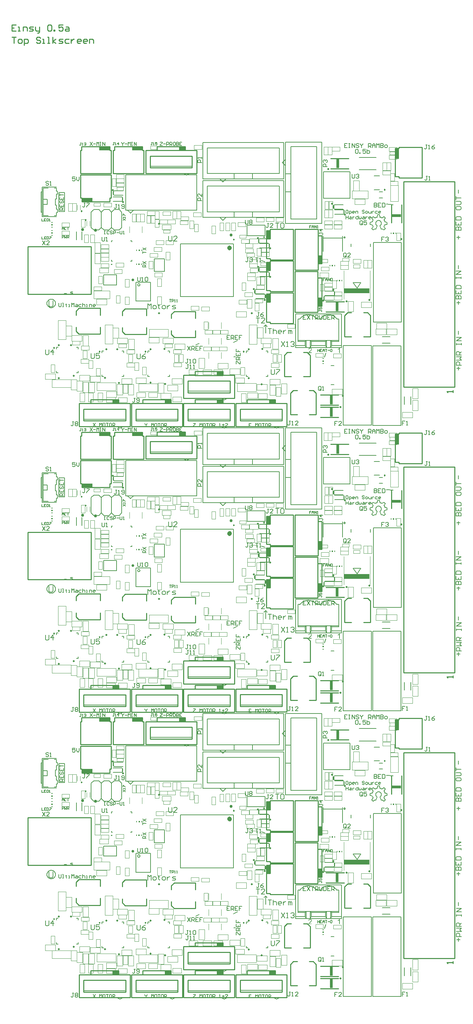
<source format=gto>
G04 Layer_Color=65535*
%FSLAX24Y24*%
%MOIN*%
G70*
G01*
G75*
%ADD10C,0.0070*%
%ADD12C,0.0100*%
%ADD14C,0.0080*%
%ADD67C,0.0060*%
%ADD120C,0.0300*%
%ADD152C,0.0098*%
%ADD153C,0.0236*%
%ADD154C,0.0050*%
%ADD155C,0.0197*%
%ADD156C,0.0200*%
%ADD157C,0.0250*%
%ADD158C,0.0079*%
%ADD159C,0.0020*%
%ADD160C,0.0020*%
%ADD161C,0.0040*%
%ADD162R,0.0120X0.0119*%
%ADD163R,0.0120X0.0060*%
%ADD164R,0.0120X0.0059*%
%ADD165R,0.0295X0.0879*%
%ADD166R,0.0879X0.0295*%
%ADD167R,0.2450X0.0492*%
%ADD168R,0.0119X0.0120*%
%ADD169R,0.0060X0.0120*%
%ADD170R,0.0059X0.0120*%
G36*
X12554Y85629D02*
X11524D01*
Y86004D01*
X12554D01*
Y85629D01*
D02*
G37*
G36*
X9344D02*
X8314D01*
Y86004D01*
X9344D01*
Y85629D01*
D02*
G37*
G36*
X37722Y84786D02*
X37347D01*
Y85816D01*
X37722D01*
Y84786D01*
D02*
G37*
G36*
X7625Y80594D02*
X6594D01*
Y80969D01*
X7625D01*
Y80594D01*
D02*
G37*
G36*
X31900Y65771D02*
X31839D01*
Y66160D01*
X31838Y66159D01*
X31835Y66156D01*
X31829Y66152D01*
X31823Y66147D01*
X31814Y66140D01*
X31805Y66133D01*
X31793Y66125D01*
X31780Y66117D01*
X31780D01*
X31779Y66117D01*
X31774Y66114D01*
X31767Y66110D01*
X31759Y66105D01*
X31749Y66100D01*
X31739Y66095D01*
X31727Y66090D01*
X31717Y66086D01*
Y66145D01*
X31718D01*
X31719Y66146D01*
X31722Y66148D01*
X31725Y66150D01*
X31730Y66152D01*
X31735Y66154D01*
X31747Y66161D01*
X31761Y66170D01*
X31776Y66179D01*
X31791Y66191D01*
X31805Y66203D01*
X31806Y66204D01*
X31807Y66204D01*
X31811Y66209D01*
X31818Y66216D01*
X31826Y66224D01*
X31836Y66235D01*
X31845Y66246D01*
X31853Y66258D01*
X31860Y66270D01*
X31900D01*
Y65771D01*
D02*
G37*
G36*
X29012Y66269D02*
X29018Y66269D01*
X29025Y66268D01*
X29032Y66267D01*
X29041Y66265D01*
X29059Y66260D01*
X29078Y66253D01*
X29088Y66249D01*
X29097Y66244D01*
X29105Y66237D01*
X29113Y66230D01*
X29114Y66229D01*
X29115Y66228D01*
X29117Y66226D01*
X29120Y66223D01*
X29123Y66219D01*
X29127Y66214D01*
X29135Y66203D01*
X29142Y66188D01*
X29149Y66172D01*
X29154Y66153D01*
X29155Y66142D01*
X29156Y66132D01*
Y66130D01*
Y66126D01*
X29155Y66120D01*
X29154Y66113D01*
X29153Y66104D01*
X29150Y66094D01*
X29147Y66083D01*
X29143Y66073D01*
X29142Y66071D01*
X29141Y66067D01*
X29138Y66062D01*
X29133Y66055D01*
X29128Y66046D01*
X29121Y66035D01*
X29112Y66024D01*
X29102Y66012D01*
X29101Y66011D01*
X29097Y66006D01*
X29090Y65999D01*
X29085Y65995D01*
X29080Y65990D01*
X29074Y65984D01*
X29067Y65977D01*
X29059Y65970D01*
X29051Y65962D01*
X29042Y65953D01*
X29031Y65944D01*
X29020Y65935D01*
X29008Y65925D01*
X29008Y65924D01*
X29006Y65922D01*
X29003Y65920D01*
X28999Y65917D01*
X28990Y65909D01*
X28979Y65900D01*
X28967Y65889D01*
X28955Y65878D01*
X28946Y65869D01*
X28942Y65866D01*
X28938Y65862D01*
X28937Y65861D01*
X28936Y65859D01*
X28933Y65856D01*
X28929Y65851D01*
X28921Y65841D01*
X28912Y65829D01*
X29156D01*
Y65771D01*
X28828D01*
Y65772D01*
Y65775D01*
Y65779D01*
X28828Y65785D01*
X28829Y65791D01*
X28830Y65798D01*
X28832Y65805D01*
X28834Y65813D01*
Y65813D01*
X28835Y65814D01*
X28837Y65819D01*
X28840Y65825D01*
X28844Y65834D01*
X28850Y65844D01*
X28857Y65855D01*
X28865Y65866D01*
X28874Y65878D01*
Y65879D01*
X28876Y65880D01*
X28880Y65884D01*
X28886Y65891D01*
X28895Y65900D01*
X28906Y65911D01*
X28920Y65924D01*
X28936Y65938D01*
X28955Y65954D01*
X28955Y65955D01*
X28958Y65957D01*
X28962Y65960D01*
X28967Y65965D01*
X28974Y65971D01*
X28982Y65977D01*
X28998Y65992D01*
X29017Y66009D01*
X29035Y66027D01*
X29044Y66035D01*
X29051Y66043D01*
X29058Y66052D01*
X29064Y66059D01*
Y66060D01*
X29066Y66061D01*
X29067Y66063D01*
X29069Y66066D01*
X29073Y66073D01*
X29079Y66083D01*
X29084Y66095D01*
X29088Y66107D01*
X29091Y66120D01*
X29093Y66133D01*
Y66134D01*
Y66135D01*
X29092Y66139D01*
X29091Y66146D01*
X29090Y66154D01*
X29086Y66164D01*
X29082Y66174D01*
X29076Y66185D01*
X29067Y66194D01*
X29065Y66195D01*
X29062Y66198D01*
X29056Y66202D01*
X29048Y66207D01*
X29039Y66212D01*
X29027Y66216D01*
X29014Y66219D01*
X28998Y66219D01*
X28994D01*
X28991Y66219D01*
X28983Y66218D01*
X28974Y66216D01*
X28962Y66213D01*
X28950Y66208D01*
X28939Y66201D01*
X28928Y66192D01*
X28927Y66191D01*
X28924Y66188D01*
X28920Y66182D01*
X28915Y66173D01*
X28910Y66163D01*
X28906Y66151D01*
X28903Y66136D01*
X28902Y66120D01*
X28839Y66126D01*
Y66127D01*
Y66129D01*
X28840Y66133D01*
X28840Y66138D01*
X28842Y66144D01*
X28843Y66151D01*
X28847Y66166D01*
X28853Y66183D01*
X28862Y66201D01*
X28873Y66218D01*
X28879Y66225D01*
X28887Y66233D01*
X28887Y66234D01*
X28889Y66235D01*
X28891Y66237D01*
X28894Y66239D01*
X28899Y66241D01*
X28904Y66245D01*
X28910Y66248D01*
X28917Y66252D01*
X28924Y66255D01*
X28933Y66259D01*
X28943Y66262D01*
X28952Y66264D01*
X28975Y66269D01*
X28987Y66269D01*
X29000Y66270D01*
X29007D01*
X29012Y66269D01*
D02*
G37*
G36*
X12554Y57636D02*
X11524D01*
Y58011D01*
X12554D01*
Y57636D01*
D02*
G37*
G36*
X9344D02*
X8314D01*
Y58011D01*
X9344D01*
Y57636D01*
D02*
G37*
G36*
X37722Y56793D02*
X37347D01*
Y57824D01*
X37722D01*
Y56793D01*
D02*
G37*
G36*
X7625Y52601D02*
X6594D01*
Y52976D01*
X7625D01*
Y52601D01*
D02*
G37*
G36*
X31900Y37779D02*
X31839D01*
Y38168D01*
X31838Y38167D01*
X31835Y38164D01*
X31829Y38160D01*
X31823Y38155D01*
X31814Y38148D01*
X31805Y38141D01*
X31793Y38133D01*
X31780Y38125D01*
X31780D01*
X31779Y38124D01*
X31774Y38121D01*
X31767Y38118D01*
X31759Y38113D01*
X31749Y38108D01*
X31739Y38103D01*
X31727Y38098D01*
X31717Y38093D01*
Y38153D01*
X31718D01*
X31719Y38154D01*
X31722Y38155D01*
X31725Y38158D01*
X31730Y38160D01*
X31735Y38162D01*
X31747Y38169D01*
X31761Y38177D01*
X31776Y38187D01*
X31791Y38199D01*
X31805Y38211D01*
X31806Y38211D01*
X31807Y38212D01*
X31811Y38217D01*
X31818Y38224D01*
X31826Y38232D01*
X31836Y38242D01*
X31845Y38254D01*
X31853Y38266D01*
X31860Y38278D01*
X31900D01*
Y37779D01*
D02*
G37*
G36*
X29012Y38277D02*
X29018Y38276D01*
X29025Y38276D01*
X29032Y38275D01*
X29041Y38273D01*
X29059Y38268D01*
X29078Y38261D01*
X29088Y38257D01*
X29097Y38251D01*
X29105Y38245D01*
X29113Y38238D01*
X29114Y38237D01*
X29115Y38236D01*
X29117Y38234D01*
X29120Y38231D01*
X29123Y38227D01*
X29127Y38222D01*
X29135Y38211D01*
X29142Y38196D01*
X29149Y38180D01*
X29154Y38161D01*
X29155Y38150D01*
X29156Y38140D01*
Y38138D01*
Y38134D01*
X29155Y38128D01*
X29154Y38121D01*
X29153Y38112D01*
X29150Y38102D01*
X29147Y38091D01*
X29143Y38081D01*
X29142Y38079D01*
X29141Y38075D01*
X29138Y38070D01*
X29133Y38062D01*
X29128Y38053D01*
X29121Y38043D01*
X29112Y38032D01*
X29102Y38020D01*
X29101Y38019D01*
X29097Y38014D01*
X29090Y38007D01*
X29085Y38003D01*
X29080Y37997D01*
X29074Y37991D01*
X29067Y37985D01*
X29059Y37978D01*
X29051Y37969D01*
X29042Y37961D01*
X29031Y37952D01*
X29020Y37943D01*
X29008Y37932D01*
X29008Y37932D01*
X29006Y37930D01*
X29003Y37928D01*
X28999Y37925D01*
X28990Y37917D01*
X28979Y37908D01*
X28967Y37897D01*
X28955Y37886D01*
X28946Y37877D01*
X28942Y37873D01*
X28938Y37870D01*
X28937Y37869D01*
X28936Y37867D01*
X28933Y37864D01*
X28929Y37859D01*
X28921Y37849D01*
X28912Y37837D01*
X29156D01*
Y37779D01*
X28828D01*
Y37780D01*
Y37783D01*
Y37787D01*
X28828Y37793D01*
X28829Y37799D01*
X28830Y37805D01*
X28832Y37813D01*
X28834Y37821D01*
Y37821D01*
X28835Y37822D01*
X28837Y37827D01*
X28840Y37833D01*
X28844Y37842D01*
X28850Y37852D01*
X28857Y37863D01*
X28865Y37874D01*
X28874Y37886D01*
Y37887D01*
X28876Y37888D01*
X28880Y37892D01*
X28886Y37899D01*
X28895Y37908D01*
X28906Y37919D01*
X28920Y37932D01*
X28936Y37946D01*
X28955Y37962D01*
X28955Y37963D01*
X28958Y37965D01*
X28962Y37968D01*
X28967Y37973D01*
X28974Y37979D01*
X28982Y37985D01*
X28998Y38000D01*
X29017Y38017D01*
X29035Y38035D01*
X29044Y38043D01*
X29051Y38051D01*
X29058Y38059D01*
X29064Y38067D01*
Y38068D01*
X29066Y38069D01*
X29067Y38071D01*
X29069Y38074D01*
X29073Y38081D01*
X29079Y38091D01*
X29084Y38103D01*
X29088Y38115D01*
X29091Y38128D01*
X29093Y38141D01*
Y38142D01*
Y38143D01*
X29092Y38147D01*
X29091Y38154D01*
X29090Y38162D01*
X29086Y38172D01*
X29082Y38182D01*
X29076Y38193D01*
X29067Y38202D01*
X29065Y38203D01*
X29062Y38206D01*
X29056Y38210D01*
X29048Y38215D01*
X29039Y38220D01*
X29027Y38224D01*
X29014Y38227D01*
X28998Y38227D01*
X28994D01*
X28991Y38227D01*
X28983Y38226D01*
X28974Y38224D01*
X28962Y38220D01*
X28950Y38216D01*
X28939Y38209D01*
X28928Y38200D01*
X28927Y38199D01*
X28924Y38196D01*
X28920Y38189D01*
X28915Y38181D01*
X28910Y38171D01*
X28906Y38158D01*
X28903Y38144D01*
X28902Y38127D01*
X28839Y38134D01*
Y38135D01*
Y38137D01*
X28840Y38141D01*
X28840Y38146D01*
X28842Y38152D01*
X28843Y38158D01*
X28847Y38174D01*
X28853Y38191D01*
X28862Y38208D01*
X28873Y38226D01*
X28879Y38233D01*
X28887Y38241D01*
X28887Y38242D01*
X28889Y38242D01*
X28891Y38245D01*
X28894Y38247D01*
X28899Y38249D01*
X28904Y38253D01*
X28910Y38256D01*
X28917Y38260D01*
X28924Y38263D01*
X28933Y38267D01*
X28943Y38270D01*
X28952Y38272D01*
X28975Y38276D01*
X28987Y38277D01*
X29000Y38278D01*
X29007D01*
X29012Y38277D01*
D02*
G37*
G36*
X12554Y29644D02*
X11524D01*
Y30019D01*
X12554D01*
Y29644D01*
D02*
G37*
G36*
X9344D02*
X8314D01*
Y30019D01*
X9344D01*
Y29644D01*
D02*
G37*
G36*
X37722Y28801D02*
X37347D01*
Y29832D01*
X37722D01*
Y28801D01*
D02*
G37*
G36*
X7625Y24609D02*
X6594D01*
Y24984D01*
X7625D01*
Y24609D01*
D02*
G37*
G36*
X31900Y9787D02*
X31839D01*
Y10175D01*
X31838Y10175D01*
X31835Y10172D01*
X31829Y10168D01*
X31823Y10163D01*
X31814Y10156D01*
X31805Y10149D01*
X31793Y10141D01*
X31780Y10133D01*
X31780D01*
X31779Y10132D01*
X31774Y10129D01*
X31767Y10126D01*
X31759Y10121D01*
X31749Y10116D01*
X31739Y10111D01*
X31727Y10106D01*
X31717Y10101D01*
Y10161D01*
X31718D01*
X31719Y10162D01*
X31722Y10163D01*
X31725Y10166D01*
X31730Y10168D01*
X31735Y10170D01*
X31747Y10177D01*
X31761Y10185D01*
X31776Y10195D01*
X31791Y10206D01*
X31805Y10219D01*
X31806Y10219D01*
X31807Y10220D01*
X31811Y10225D01*
X31818Y10231D01*
X31826Y10240D01*
X31836Y10250D01*
X31845Y10262D01*
X31853Y10274D01*
X31860Y10286D01*
X31900D01*
Y9787D01*
D02*
G37*
G36*
X29012Y10285D02*
X29018Y10284D01*
X29025Y10284D01*
X29032Y10283D01*
X29041Y10281D01*
X29059Y10276D01*
X29078Y10269D01*
X29088Y10265D01*
X29097Y10259D01*
X29105Y10253D01*
X29113Y10246D01*
X29114Y10245D01*
X29115Y10244D01*
X29117Y10242D01*
X29120Y10239D01*
X29123Y10234D01*
X29127Y10230D01*
X29135Y10219D01*
X29142Y10204D01*
X29149Y10188D01*
X29154Y10169D01*
X29155Y10158D01*
X29156Y10147D01*
Y10146D01*
Y10142D01*
X29155Y10136D01*
X29154Y10129D01*
X29153Y10119D01*
X29150Y10110D01*
X29147Y10099D01*
X29143Y10088D01*
X29142Y10087D01*
X29141Y10083D01*
X29138Y10078D01*
X29133Y10070D01*
X29128Y10061D01*
X29121Y10051D01*
X29112Y10040D01*
X29102Y10028D01*
X29101Y10027D01*
X29097Y10022D01*
X29090Y10015D01*
X29085Y10011D01*
X29080Y10005D01*
X29074Y9999D01*
X29067Y9992D01*
X29059Y9986D01*
X29051Y9977D01*
X29042Y9969D01*
X29031Y9960D01*
X29020Y9951D01*
X29008Y9940D01*
X29008Y9940D01*
X29006Y9938D01*
X29003Y9936D01*
X28999Y9933D01*
X28990Y9925D01*
X28979Y9915D01*
X28967Y9905D01*
X28955Y9894D01*
X28946Y9885D01*
X28942Y9881D01*
X28938Y9878D01*
X28937Y9877D01*
X28936Y9875D01*
X28933Y9872D01*
X28929Y9867D01*
X28921Y9857D01*
X28912Y9845D01*
X29156D01*
Y9787D01*
X28828D01*
Y9788D01*
Y9791D01*
Y9795D01*
X28828Y9800D01*
X28829Y9807D01*
X28830Y9813D01*
X28832Y9821D01*
X28834Y9828D01*
Y9829D01*
X28835Y9830D01*
X28837Y9834D01*
X28840Y9841D01*
X28844Y9850D01*
X28850Y9859D01*
X28857Y9871D01*
X28865Y9882D01*
X28874Y9894D01*
Y9895D01*
X28876Y9896D01*
X28880Y9900D01*
X28886Y9907D01*
X28895Y9916D01*
X28906Y9927D01*
X28920Y9940D01*
X28936Y9954D01*
X28955Y9970D01*
X28955Y9971D01*
X28958Y9973D01*
X28962Y9976D01*
X28967Y9981D01*
X28974Y9986D01*
X28982Y9993D01*
X28998Y10008D01*
X29017Y10025D01*
X29035Y10042D01*
X29044Y10051D01*
X29051Y10059D01*
X29058Y10067D01*
X29064Y10075D01*
Y10076D01*
X29066Y10076D01*
X29067Y10079D01*
X29069Y10082D01*
X29073Y10089D01*
X29079Y10099D01*
X29084Y10110D01*
X29088Y10123D01*
X29091Y10136D01*
X29093Y10149D01*
Y10150D01*
Y10150D01*
X29092Y10155D01*
X29091Y10162D01*
X29090Y10170D01*
X29086Y10180D01*
X29082Y10190D01*
X29076Y10200D01*
X29067Y10210D01*
X29065Y10211D01*
X29062Y10214D01*
X29056Y10218D01*
X29048Y10223D01*
X29039Y10228D01*
X29027Y10231D01*
X29014Y10234D01*
X28998Y10235D01*
X28994D01*
X28991Y10234D01*
X28983Y10234D01*
X28974Y10232D01*
X28962Y10228D01*
X28950Y10224D01*
X28939Y10217D01*
X28928Y10208D01*
X28927Y10206D01*
X28924Y10203D01*
X28920Y10197D01*
X28915Y10189D01*
X28910Y10178D01*
X28906Y10166D01*
X28903Y10152D01*
X28902Y10135D01*
X28839Y10142D01*
Y10143D01*
Y10145D01*
X28840Y10149D01*
X28840Y10154D01*
X28842Y10160D01*
X28843Y10166D01*
X28847Y10181D01*
X28853Y10199D01*
X28862Y10216D01*
X28873Y10234D01*
X28879Y10241D01*
X28887Y10249D01*
X28887Y10250D01*
X28889Y10250D01*
X28891Y10253D01*
X28894Y10255D01*
X28899Y10257D01*
X28904Y10261D01*
X28910Y10264D01*
X28917Y10268D01*
X28924Y10271D01*
X28933Y10274D01*
X28943Y10277D01*
X28952Y10280D01*
X28975Y10284D01*
X28987Y10285D01*
X29000Y10286D01*
X29007D01*
X29012Y10285D01*
D02*
G37*
G54D10*
X30318Y24948D02*
Y27546D01*
Y24948D02*
X32916D01*
Y27546D01*
X30318D02*
X32916D01*
X33107Y27307D02*
Y26973D01*
X33173Y26907D01*
X33307D01*
X33373Y26973D01*
Y27307D01*
X33507Y27240D02*
X33573Y27307D01*
X33707D01*
X33773Y27240D01*
Y27173D01*
X33707Y27107D01*
X33640D01*
X33707D01*
X33773Y27040D01*
Y26973D01*
X33707Y26907D01*
X33573D01*
X33507Y26973D01*
X40493Y27127D02*
X40360D01*
X40427D01*
Y26793D01*
X40360Y26727D01*
X40293D01*
X40227Y26793D01*
X40627Y26727D02*
X40760D01*
X40693D01*
Y27127D01*
X40627Y27060D01*
X8589Y21139D02*
Y20806D01*
X8656Y20739D01*
X8789D01*
X8856Y20806D01*
Y21139D01*
X8989Y20739D02*
X9123D01*
X9056D01*
Y21139D01*
X8989Y21073D01*
X22627Y22807D02*
Y22473D01*
X22693Y22407D01*
X22827D01*
X22893Y22473D01*
Y22807D01*
X23027Y22740D02*
X23093Y22807D01*
X23227D01*
X23293Y22740D01*
Y22673D01*
X23227Y22607D01*
X23293Y22540D01*
Y22473D01*
X23227Y22407D01*
X23093D01*
X23027Y22473D01*
Y22540D01*
X23093Y22607D01*
X23027Y22673D01*
Y22740D01*
X23093Y22607D02*
X23227D01*
X10046Y24349D02*
X9913D01*
X9979D01*
Y24016D01*
X9913Y23949D01*
X9846D01*
X9779Y24016D01*
X10179Y23949D02*
X10313D01*
X10246D01*
Y24349D01*
X10179Y24283D01*
X10512Y24016D02*
X10579Y23949D01*
X10712D01*
X10779Y24016D01*
Y24283D01*
X10712Y24349D01*
X10579D01*
X10512Y24283D01*
Y24216D01*
X10579Y24149D01*
X10779D01*
X27066Y3119D02*
X26933D01*
X26999D01*
Y2786D01*
X26933Y2719D01*
X26866D01*
X26799Y2786D01*
X27199Y2719D02*
X27333D01*
X27266D01*
Y3119D01*
X27199Y3053D01*
X27799Y2719D02*
X27532D01*
X27799Y2986D01*
Y3053D01*
X27732Y3119D01*
X27599D01*
X27532Y3053D01*
X17066Y8649D02*
X16933D01*
X16999D01*
Y8316D01*
X16933Y8249D01*
X16866D01*
X16799Y8316D01*
X17199Y8249D02*
X17333D01*
X17266D01*
Y8649D01*
X17199Y8583D01*
X17532Y8249D02*
X17666D01*
X17599D01*
Y8649D01*
X17532Y8583D01*
X17026Y9179D02*
X16893D01*
X16959D01*
Y8846D01*
X16893Y8779D01*
X16826D01*
X16759Y8846D01*
X17159Y8779D02*
X17293D01*
X17226D01*
Y9179D01*
X17159Y9113D01*
X17492D02*
X17559Y9179D01*
X17692D01*
X17759Y9113D01*
Y8846D01*
X17692Y8779D01*
X17559D01*
X17492Y8846D01*
Y9113D01*
X11826Y5359D02*
X11693D01*
X11759D01*
Y5026D01*
X11693Y4959D01*
X11626D01*
X11559Y5026D01*
X11959D02*
X12026Y4959D01*
X12159D01*
X12226Y5026D01*
Y5293D01*
X12159Y5359D01*
X12026D01*
X11959Y5293D01*
Y5226D01*
X12026Y5159D01*
X12226D01*
X5816Y3039D02*
X5683D01*
X5749D01*
Y2706D01*
X5683Y2639D01*
X5616D01*
X5549Y2706D01*
X5949Y2973D02*
X6016Y3039D01*
X6149D01*
X6216Y2973D01*
Y2906D01*
X6149Y2839D01*
X6216Y2773D01*
Y2706D01*
X6149Y2639D01*
X6016D01*
X5949Y2706D01*
Y2773D01*
X6016Y2839D01*
X5949Y2906D01*
Y2973D01*
X6016Y2839D02*
X6149D01*
X24006Y13759D02*
X23873D01*
X23939D01*
Y13426D01*
X23873Y13359D01*
X23806D01*
X23739Y13426D01*
X24406Y13759D02*
X24273Y13693D01*
X24139Y13559D01*
Y13426D01*
X24206Y13359D01*
X24339D01*
X24406Y13426D01*
Y13493D01*
X24339Y13559D01*
X24139D01*
X22946Y19129D02*
X22813D01*
X22879D01*
Y18796D01*
X22813Y18729D01*
X22746D01*
X22679Y18796D01*
X23079Y19063D02*
X23146Y19129D01*
X23279D01*
X23346Y19063D01*
Y18996D01*
X23279Y18929D01*
X23213D01*
X23279D01*
X23346Y18863D01*
Y18796D01*
X23279Y18729D01*
X23146D01*
X23079Y18796D01*
X24926Y22469D02*
X24793D01*
X24859D01*
Y22136D01*
X24793Y22069D01*
X24726D01*
X24659Y22136D01*
X25326Y22069D02*
X25059D01*
X25326Y22336D01*
Y22403D01*
X25259Y22469D01*
X25126D01*
X25059Y22403D01*
X32533Y19256D02*
Y19523D01*
X32467Y19589D01*
X32333D01*
X32267Y19523D01*
Y19256D01*
X32333Y19189D01*
X32467D01*
X32400Y19323D02*
X32533Y19189D01*
X32467D02*
X32533Y19256D01*
X32933Y19189D02*
X32667D01*
X32933Y19456D01*
Y19523D01*
X32867Y19589D01*
X32733D01*
X32667Y19523D01*
X30086Y6196D02*
Y6463D01*
X30019Y6529D01*
X29886D01*
X29819Y6463D01*
Y6196D01*
X29886Y6129D01*
X30019D01*
X29953Y6263D02*
X30086Y6129D01*
X30019D02*
X30086Y6196D01*
X30219Y6129D02*
X30353D01*
X30286D01*
Y6529D01*
X30219Y6463D01*
X3323Y26540D02*
X3257Y26607D01*
X3123D01*
X3057Y26540D01*
Y26473D01*
X3123Y26407D01*
X3257D01*
X3323Y26340D01*
Y26273D01*
X3257Y26207D01*
X3123D01*
X3057Y26273D01*
X3457Y26207D02*
X3590D01*
X3523D01*
Y26607D01*
X3457Y26540D01*
X2749Y20769D02*
X3016Y20369D01*
Y20769D02*
X2749Y20369D01*
X3416D02*
X3149D01*
X3416Y20636D01*
Y20703D01*
X3349Y20769D01*
X3216D01*
X3149Y20703D01*
X34133Y22413D02*
Y22680D01*
X34067Y22747D01*
X33933D01*
X33867Y22680D01*
Y22413D01*
X33933Y22347D01*
X34067D01*
X34000Y22480D02*
X34133Y22347D01*
X34067D02*
X34133Y22413D01*
X34533Y22747D02*
X34267D01*
Y22547D01*
X34400Y22613D01*
X34467D01*
X34533Y22547D01*
Y22413D01*
X34467Y22347D01*
X34333D01*
X34267Y22413D01*
X12087Y17227D02*
Y16894D01*
X12154Y16827D01*
X12287D01*
X12353Y16894D01*
Y17227D01*
X12487Y16827D02*
X12620D01*
X12553D01*
Y17227D01*
X12487Y17160D01*
X12820D02*
X12887Y17227D01*
X13020D01*
X13087Y17160D01*
Y16894D01*
X13020Y16827D01*
X12887D01*
X12820Y16894D01*
Y17160D01*
X31683Y3087D02*
X31417D01*
Y2887D01*
X31550D01*
X31417D01*
Y2687D01*
X32083D02*
X31817D01*
X32083Y2953D01*
Y3020D01*
X32017Y3087D01*
X31883D01*
X31817Y3020D01*
X36276Y21159D02*
X36009D01*
Y20959D01*
X36143D01*
X36009D01*
Y20759D01*
X36409Y21093D02*
X36476Y21159D01*
X36609D01*
X36676Y21093D01*
Y21026D01*
X36609Y20959D01*
X36543D01*
X36609D01*
X36676Y20893D01*
Y20826D01*
X36609Y20759D01*
X36476D01*
X36409Y20826D01*
X30687Y28047D02*
X30287D01*
Y28247D01*
X30354Y28313D01*
X30487D01*
X30554Y28247D01*
Y28047D01*
X30354Y28447D02*
X30287Y28513D01*
Y28647D01*
X30354Y28713D01*
X30420D01*
X30487Y28647D01*
Y28580D01*
Y28647D01*
X30554Y28713D01*
X30620D01*
X30687Y28647D01*
Y28513D01*
X30620Y28447D01*
X18379Y28449D02*
X17980D01*
Y28649D01*
X18046Y28716D01*
X18179D01*
X18246Y28649D01*
Y28449D01*
X18379Y28849D02*
Y28983D01*
Y28916D01*
X17980D01*
X18046Y28849D01*
X18369Y24719D02*
X17969D01*
Y24919D01*
X18036Y24986D01*
X18169D01*
X18236Y24919D01*
Y24719D01*
X18369Y25386D02*
Y25119D01*
X18103Y25386D01*
X18036D01*
X17969Y25319D01*
Y25186D01*
X18036Y25119D01*
X40463Y30167D02*
X40330D01*
X40397D01*
Y29833D01*
X40330Y29767D01*
X40263D01*
X40197Y29833D01*
X40597Y29767D02*
X40730D01*
X40663D01*
Y30167D01*
X40597Y30100D01*
X41197Y30167D02*
X41063Y30100D01*
X40930Y29967D01*
Y29833D01*
X40997Y29767D01*
X41130D01*
X41197Y29833D01*
Y29900D01*
X41130Y29967D01*
X40930D01*
X38293Y3127D02*
X38027D01*
Y2927D01*
X38160D01*
X38027D01*
Y2727D01*
X38427D02*
X38560D01*
X38493D01*
Y3127D01*
X38427Y3060D01*
X35277Y24477D02*
Y24077D01*
X35477D01*
X35543Y24143D01*
Y24210D01*
X35477Y24277D01*
X35277D01*
X35477D01*
X35543Y24343D01*
Y24410D01*
X35477Y24477D01*
X35277D01*
X35943D02*
X35677D01*
Y24077D01*
X35943D01*
X35677Y24277D02*
X35810D01*
X36077Y24477D02*
Y24077D01*
X36277D01*
X36343Y24143D01*
Y24410D01*
X36277Y24477D01*
X36077D01*
X21113Y11517D02*
X20847D01*
Y11117D01*
X21113D01*
X20847Y11317D02*
X20980D01*
X21247Y11117D02*
Y11517D01*
X21447D01*
X21513Y11450D01*
Y11317D01*
X21447Y11250D01*
X21247D01*
X21380D02*
X21513Y11117D01*
X21913Y11517D02*
X21647D01*
Y11117D01*
X21913D01*
X21647Y11317D02*
X21780D01*
X22313Y11517D02*
X22046D01*
Y11317D01*
X22180D01*
X22046D01*
Y11117D01*
X21739Y8729D02*
Y8996D01*
X21806D01*
X22073Y8729D01*
X22139D01*
Y8996D01*
Y9129D02*
X21739D01*
Y9329D01*
X21806Y9396D01*
X21939D01*
X22006Y9329D01*
Y9129D01*
Y9263D02*
X22139Y9396D01*
X21739Y9796D02*
Y9529D01*
X22139D01*
Y9796D01*
X21939Y9529D02*
Y9662D01*
X21739Y10196D02*
Y9929D01*
X21939D01*
Y10062D01*
Y9929D01*
X22139D01*
X16989Y10449D02*
X17256Y10049D01*
Y10449D02*
X16989Y10049D01*
X17389D02*
Y10449D01*
X17589D01*
X17656Y10383D01*
Y10249D01*
X17589Y10183D01*
X17389D01*
X17523D02*
X17656Y10049D01*
X18056Y10449D02*
X17789D01*
Y10049D01*
X18056D01*
X17789Y10249D02*
X17922D01*
X18456Y10449D02*
X18189D01*
Y10249D01*
X18322D01*
X18189D01*
Y10049D01*
X23629Y19127D02*
X23896D01*
X23763D01*
Y18727D01*
X24029D02*
X24163D01*
X24096D01*
Y19127D01*
X24029Y19060D01*
X5956Y27049D02*
X5689D01*
Y26849D01*
X5823Y26916D01*
X5889D01*
X5956Y26849D01*
Y26716D01*
X5889Y26649D01*
X5756D01*
X5689Y26716D01*
X6089Y27049D02*
Y26783D01*
X6223Y26649D01*
X6356Y26783D01*
Y27049D01*
X4337Y14667D02*
Y14367D01*
X4397Y14307D01*
X4517D01*
X4577Y14367D01*
Y14667D01*
X4697Y14307D02*
X4817D01*
X4757D01*
Y14667D01*
X4697D01*
X5057Y14607D02*
Y14547D01*
X4997D01*
X5117D01*
X5057D01*
Y14367D01*
X5117Y14307D01*
X5297D02*
X5416D01*
X5357D01*
Y14547D01*
X5297D01*
X5596Y14307D02*
Y14667D01*
X5716Y14547D01*
X5836Y14667D01*
Y14307D01*
X6016Y14547D02*
X6136D01*
X6196Y14487D01*
Y14307D01*
X6016D01*
X5956Y14367D01*
X6016Y14427D01*
X6196D01*
X6556Y14547D02*
X6376D01*
X6316Y14487D01*
Y14367D01*
X6376Y14307D01*
X6556D01*
X6676Y14667D02*
Y14307D01*
Y14487D01*
X6736Y14547D01*
X6856D01*
X6916Y14487D01*
Y14307D01*
X7036D02*
X7156D01*
X7096D01*
Y14547D01*
X7036D01*
X7336Y14307D02*
Y14547D01*
X7516D01*
X7576Y14487D01*
Y14307D01*
X7876D02*
X7756D01*
X7696Y14367D01*
Y14487D01*
X7756Y14547D01*
X7876D01*
X7936Y14487D01*
Y14427D01*
X7696D01*
X28563Y13477D02*
X28297D01*
Y13077D01*
X28563D01*
X28297Y13277D02*
X28430D01*
X28697Y13477D02*
X28963Y13077D01*
Y13477D02*
X28697Y13077D01*
X29097Y13477D02*
X29363D01*
X29230D01*
Y13077D01*
X29496D02*
Y13477D01*
X29696D01*
X29763Y13410D01*
Y13277D01*
X29696Y13210D01*
X29496D01*
X29630D02*
X29763Y13077D01*
X29896Y13477D02*
Y13144D01*
X29963Y13077D01*
X30096D01*
X30163Y13144D01*
Y13477D01*
X30296D02*
Y13077D01*
X30496D01*
X30563Y13144D01*
Y13410D01*
X30496Y13477D01*
X30296D01*
X30963D02*
X30696D01*
Y13077D01*
X30963D01*
X30696Y13277D02*
X30829D01*
X31096Y13077D02*
Y13477D01*
X31296D01*
X31363Y13410D01*
Y13277D01*
X31296Y13210D01*
X31096D01*
X31229D02*
X31363Y13077D01*
X30318Y52940D02*
Y55538D01*
Y52940D02*
X32916D01*
Y55538D01*
X30318D02*
X32916D01*
X33107Y55299D02*
Y54966D01*
X33173Y54899D01*
X33307D01*
X33373Y54966D01*
Y55299D01*
X33507Y55232D02*
X33573Y55299D01*
X33707D01*
X33773Y55232D01*
Y55166D01*
X33707Y55099D01*
X33640D01*
X33707D01*
X33773Y55032D01*
Y54966D01*
X33707Y54899D01*
X33573D01*
X33507Y54966D01*
X40493Y55119D02*
X40360D01*
X40427D01*
Y54786D01*
X40360Y54719D01*
X40293D01*
X40227Y54786D01*
X40627Y54719D02*
X40760D01*
X40693D01*
Y55119D01*
X40627Y55052D01*
X8589Y49131D02*
Y48798D01*
X8656Y48731D01*
X8789D01*
X8856Y48798D01*
Y49131D01*
X8989Y48731D02*
X9123D01*
X9056D01*
Y49131D01*
X8989Y49065D01*
X22627Y50799D02*
Y50466D01*
X22693Y50399D01*
X22827D01*
X22893Y50466D01*
Y50799D01*
X23027Y50732D02*
X23093Y50799D01*
X23227D01*
X23293Y50732D01*
Y50666D01*
X23227Y50599D01*
X23293Y50532D01*
Y50466D01*
X23227Y50399D01*
X23093D01*
X23027Y50466D01*
Y50532D01*
X23093Y50599D01*
X23027Y50666D01*
Y50732D01*
X23093Y50599D02*
X23227D01*
X10046Y52341D02*
X9913D01*
X9979D01*
Y52008D01*
X9913Y51941D01*
X9846D01*
X9779Y52008D01*
X10179Y51941D02*
X10313D01*
X10246D01*
Y52341D01*
X10179Y52275D01*
X10512Y52008D02*
X10579Y51941D01*
X10712D01*
X10779Y52008D01*
Y52275D01*
X10712Y52341D01*
X10579D01*
X10512Y52275D01*
Y52208D01*
X10579Y52141D01*
X10779D01*
X27066Y31111D02*
X26933D01*
X26999D01*
Y30778D01*
X26933Y30712D01*
X26866D01*
X26799Y30778D01*
X27199Y30712D02*
X27333D01*
X27266D01*
Y31111D01*
X27199Y31045D01*
X27799Y30712D02*
X27532D01*
X27799Y30978D01*
Y31045D01*
X27732Y31111D01*
X27599D01*
X27532Y31045D01*
X17066Y36641D02*
X16933D01*
X16999D01*
Y36308D01*
X16933Y36242D01*
X16866D01*
X16799Y36308D01*
X17199Y36242D02*
X17333D01*
X17266D01*
Y36641D01*
X17199Y36575D01*
X17532Y36242D02*
X17666D01*
X17599D01*
Y36641D01*
X17532Y36575D01*
X17026Y37171D02*
X16893D01*
X16959D01*
Y36838D01*
X16893Y36772D01*
X16826D01*
X16759Y36838D01*
X17159Y36772D02*
X17293D01*
X17226D01*
Y37171D01*
X17159Y37105D01*
X17492D02*
X17559Y37171D01*
X17692D01*
X17759Y37105D01*
Y36838D01*
X17692Y36772D01*
X17559D01*
X17492Y36838D01*
Y37105D01*
X11826Y33351D02*
X11693D01*
X11759D01*
Y33018D01*
X11693Y32952D01*
X11626D01*
X11559Y33018D01*
X11959D02*
X12026Y32952D01*
X12159D01*
X12226Y33018D01*
Y33285D01*
X12159Y33351D01*
X12026D01*
X11959Y33285D01*
Y33218D01*
X12026Y33151D01*
X12226D01*
X5816Y31031D02*
X5683D01*
X5749D01*
Y30698D01*
X5683Y30631D01*
X5616D01*
X5549Y30698D01*
X5949Y30965D02*
X6016Y31031D01*
X6149D01*
X6216Y30965D01*
Y30898D01*
X6149Y30831D01*
X6216Y30765D01*
Y30698D01*
X6149Y30631D01*
X6016D01*
X5949Y30698D01*
Y30765D01*
X6016Y30831D01*
X5949Y30898D01*
Y30965D01*
X6016Y30831D02*
X6149D01*
X24006Y41751D02*
X23873D01*
X23939D01*
Y41418D01*
X23873Y41351D01*
X23806D01*
X23739Y41418D01*
X24406Y41751D02*
X24273Y41685D01*
X24139Y41551D01*
Y41418D01*
X24206Y41351D01*
X24339D01*
X24406Y41418D01*
Y41485D01*
X24339Y41551D01*
X24139D01*
X22946Y47121D02*
X22813D01*
X22879D01*
Y46788D01*
X22813Y46722D01*
X22746D01*
X22679Y46788D01*
X23079Y47055D02*
X23146Y47121D01*
X23279D01*
X23346Y47055D01*
Y46988D01*
X23279Y46921D01*
X23213D01*
X23279D01*
X23346Y46855D01*
Y46788D01*
X23279Y46722D01*
X23146D01*
X23079Y46788D01*
X24926Y50461D02*
X24793D01*
X24859D01*
Y50128D01*
X24793Y50061D01*
X24726D01*
X24659Y50128D01*
X25326Y50061D02*
X25059D01*
X25326Y50328D01*
Y50395D01*
X25259Y50461D01*
X25126D01*
X25059Y50395D01*
X32533Y47248D02*
Y47515D01*
X32467Y47581D01*
X32333D01*
X32267Y47515D01*
Y47248D01*
X32333Y47182D01*
X32467D01*
X32400Y47315D02*
X32533Y47182D01*
X32467D02*
X32533Y47248D01*
X32933Y47182D02*
X32667D01*
X32933Y47448D01*
Y47515D01*
X32867Y47581D01*
X32733D01*
X32667Y47515D01*
X30086Y34188D02*
Y34455D01*
X30019Y34521D01*
X29886D01*
X29819Y34455D01*
Y34188D01*
X29886Y34121D01*
X30019D01*
X29953Y34255D02*
X30086Y34121D01*
X30019D02*
X30086Y34188D01*
X30219Y34121D02*
X30353D01*
X30286D01*
Y34521D01*
X30219Y34455D01*
X3323Y54532D02*
X3257Y54599D01*
X3123D01*
X3057Y54532D01*
Y54466D01*
X3123Y54399D01*
X3257D01*
X3323Y54332D01*
Y54266D01*
X3257Y54199D01*
X3123D01*
X3057Y54266D01*
X3457Y54199D02*
X3590D01*
X3523D01*
Y54599D01*
X3457Y54532D01*
X2749Y48761D02*
X3016Y48362D01*
Y48761D02*
X2749Y48362D01*
X3416D02*
X3149D01*
X3416Y48628D01*
Y48695D01*
X3349Y48761D01*
X3216D01*
X3149Y48695D01*
X34133Y50406D02*
Y50672D01*
X34067Y50739D01*
X33933D01*
X33867Y50672D01*
Y50406D01*
X33933Y50339D01*
X34067D01*
X34000Y50472D02*
X34133Y50339D01*
X34067D02*
X34133Y50406D01*
X34533Y50739D02*
X34267D01*
Y50539D01*
X34400Y50606D01*
X34467D01*
X34533Y50539D01*
Y50406D01*
X34467Y50339D01*
X34333D01*
X34267Y50406D01*
X12087Y45219D02*
Y44886D01*
X12154Y44819D01*
X12287D01*
X12353Y44886D01*
Y45219D01*
X12487Y44819D02*
X12620D01*
X12553D01*
Y45219D01*
X12487Y45152D01*
X12820D02*
X12887Y45219D01*
X13020D01*
X13087Y45152D01*
Y44886D01*
X13020Y44819D01*
X12887D01*
X12820Y44886D01*
Y45152D01*
X31683Y31079D02*
X31417D01*
Y30879D01*
X31550D01*
X31417D01*
Y30679D01*
X32083D02*
X31817D01*
X32083Y30946D01*
Y31012D01*
X32017Y31079D01*
X31883D01*
X31817Y31012D01*
X36276Y49151D02*
X36009D01*
Y48951D01*
X36143D01*
X36009D01*
Y48752D01*
X36409Y49085D02*
X36476Y49151D01*
X36609D01*
X36676Y49085D01*
Y49018D01*
X36609Y48951D01*
X36543D01*
X36609D01*
X36676Y48885D01*
Y48818D01*
X36609Y48752D01*
X36476D01*
X36409Y48818D01*
X30687Y56039D02*
X30287D01*
Y56239D01*
X30354Y56306D01*
X30487D01*
X30554Y56239D01*
Y56039D01*
X30354Y56439D02*
X30287Y56505D01*
Y56639D01*
X30354Y56705D01*
X30420D01*
X30487Y56639D01*
Y56572D01*
Y56639D01*
X30554Y56705D01*
X30620D01*
X30687Y56639D01*
Y56505D01*
X30620Y56439D01*
X18379Y56441D02*
X17980D01*
Y56641D01*
X18046Y56708D01*
X18179D01*
X18246Y56641D01*
Y56441D01*
X18379Y56841D02*
Y56975D01*
Y56908D01*
X17980D01*
X18046Y56841D01*
X18369Y52712D02*
X17969D01*
Y52911D01*
X18036Y52978D01*
X18169D01*
X18236Y52911D01*
Y52712D01*
X18369Y53378D02*
Y53111D01*
X18103Y53378D01*
X18036D01*
X17969Y53311D01*
Y53178D01*
X18036Y53111D01*
X40463Y58159D02*
X40330D01*
X40397D01*
Y57826D01*
X40330Y57759D01*
X40263D01*
X40197Y57826D01*
X40597Y57759D02*
X40730D01*
X40663D01*
Y58159D01*
X40597Y58092D01*
X41197Y58159D02*
X41063Y58092D01*
X40930Y57959D01*
Y57826D01*
X40997Y57759D01*
X41130D01*
X41197Y57826D01*
Y57892D01*
X41130Y57959D01*
X40930D01*
X38293Y31119D02*
X38027D01*
Y30919D01*
X38160D01*
X38027D01*
Y30719D01*
X38427D02*
X38560D01*
X38493D01*
Y31119D01*
X38427Y31052D01*
X35277Y52469D02*
Y52069D01*
X35477D01*
X35543Y52136D01*
Y52202D01*
X35477Y52269D01*
X35277D01*
X35477D01*
X35543Y52336D01*
Y52402D01*
X35477Y52469D01*
X35277D01*
X35943D02*
X35677D01*
Y52069D01*
X35943D01*
X35677Y52269D02*
X35810D01*
X36077Y52469D02*
Y52069D01*
X36277D01*
X36343Y52136D01*
Y52402D01*
X36277Y52469D01*
X36077D01*
X21113Y39509D02*
X20847D01*
Y39109D01*
X21113D01*
X20847Y39309D02*
X20980D01*
X21247Y39109D02*
Y39509D01*
X21447D01*
X21513Y39442D01*
Y39309D01*
X21447Y39242D01*
X21247D01*
X21380D02*
X21513Y39109D01*
X21913Y39509D02*
X21647D01*
Y39109D01*
X21913D01*
X21647Y39309D02*
X21780D01*
X22313Y39509D02*
X22046D01*
Y39309D01*
X22180D01*
X22046D01*
Y39109D01*
X21739Y36721D02*
Y36988D01*
X21806D01*
X22073Y36721D01*
X22139D01*
Y36988D01*
Y37121D02*
X21739D01*
Y37321D01*
X21806Y37388D01*
X21939D01*
X22006Y37321D01*
Y37121D01*
Y37255D02*
X22139Y37388D01*
X21739Y37788D02*
Y37521D01*
X22139D01*
Y37788D01*
X21939Y37521D02*
Y37655D01*
X21739Y38188D02*
Y37921D01*
X21939D01*
Y38054D01*
Y37921D01*
X22139D01*
X16989Y38441D02*
X17256Y38042D01*
Y38441D02*
X16989Y38042D01*
X17389D02*
Y38441D01*
X17589D01*
X17656Y38375D01*
Y38241D01*
X17589Y38175D01*
X17389D01*
X17523D02*
X17656Y38042D01*
X18056Y38441D02*
X17789D01*
Y38042D01*
X18056D01*
X17789Y38241D02*
X17922D01*
X18456Y38441D02*
X18189D01*
Y38241D01*
X18322D01*
X18189D01*
Y38042D01*
X23629Y47119D02*
X23896D01*
X23763D01*
Y46719D01*
X24029D02*
X24163D01*
X24096D01*
Y47119D01*
X24029Y47052D01*
X5956Y55041D02*
X5689D01*
Y54841D01*
X5823Y54908D01*
X5889D01*
X5956Y54841D01*
Y54708D01*
X5889Y54641D01*
X5756D01*
X5689Y54708D01*
X6089Y55041D02*
Y54775D01*
X6223Y54641D01*
X6356Y54775D01*
Y55041D01*
X4337Y42659D02*
Y42359D01*
X4397Y42299D01*
X4517D01*
X4577Y42359D01*
Y42659D01*
X4697Y42299D02*
X4817D01*
X4757D01*
Y42659D01*
X4697D01*
X5057Y42599D02*
Y42539D01*
X4997D01*
X5117D01*
X5057D01*
Y42359D01*
X5117Y42299D01*
X5297D02*
X5416D01*
X5357D01*
Y42539D01*
X5297D01*
X5596Y42299D02*
Y42659D01*
X5716Y42539D01*
X5836Y42659D01*
Y42299D01*
X6016Y42539D02*
X6136D01*
X6196Y42479D01*
Y42299D01*
X6016D01*
X5956Y42359D01*
X6016Y42419D01*
X6196D01*
X6556Y42539D02*
X6376D01*
X6316Y42479D01*
Y42359D01*
X6376Y42299D01*
X6556D01*
X6676Y42659D02*
Y42299D01*
Y42479D01*
X6736Y42539D01*
X6856D01*
X6916Y42479D01*
Y42299D01*
X7036D02*
X7156D01*
X7096D01*
Y42539D01*
X7036D01*
X7336Y42299D02*
Y42539D01*
X7516D01*
X7576Y42479D01*
Y42299D01*
X7876D02*
X7756D01*
X7696Y42359D01*
Y42479D01*
X7756Y42539D01*
X7876D01*
X7936Y42479D01*
Y42419D01*
X7696D01*
X28563Y41469D02*
X28297D01*
Y41069D01*
X28563D01*
X28297Y41269D02*
X28430D01*
X28697Y41469D02*
X28963Y41069D01*
Y41469D02*
X28697Y41069D01*
X29097Y41469D02*
X29363D01*
X29230D01*
Y41069D01*
X29496D02*
Y41469D01*
X29696D01*
X29763Y41402D01*
Y41269D01*
X29696Y41202D01*
X29496D01*
X29630D02*
X29763Y41069D01*
X29896Y41469D02*
Y41136D01*
X29963Y41069D01*
X30096D01*
X30163Y41136D01*
Y41469D01*
X30296D02*
Y41069D01*
X30496D01*
X30563Y41136D01*
Y41402D01*
X30496Y41469D01*
X30296D01*
X30963D02*
X30696D01*
Y41069D01*
X30963D01*
X30696Y41269D02*
X30829D01*
X31096Y41069D02*
Y41469D01*
X31296D01*
X31363Y41402D01*
Y41269D01*
X31296Y41202D01*
X31096D01*
X31229D02*
X31363Y41069D01*
X30318Y80932D02*
Y83530D01*
Y80932D02*
X32916D01*
Y83530D01*
X30318D02*
X32916D01*
X33107Y83291D02*
Y82958D01*
X33173Y82891D01*
X33307D01*
X33373Y82958D01*
Y83291D01*
X33507Y83224D02*
X33573Y83291D01*
X33707D01*
X33773Y83224D01*
Y83158D01*
X33707Y83091D01*
X33640D01*
X33707D01*
X33773Y83024D01*
Y82958D01*
X33707Y82891D01*
X33573D01*
X33507Y82958D01*
X40493Y83111D02*
X40360D01*
X40427D01*
Y82778D01*
X40360Y82711D01*
X40293D01*
X40227Y82778D01*
X40627Y82711D02*
X40760D01*
X40693D01*
Y83111D01*
X40627Y83044D01*
X8589Y77123D02*
Y76790D01*
X8656Y76724D01*
X8789D01*
X8856Y76790D01*
Y77123D01*
X8989Y76724D02*
X9123D01*
X9056D01*
Y77123D01*
X8989Y77057D01*
X22627Y78791D02*
Y78458D01*
X22693Y78391D01*
X22827D01*
X22893Y78458D01*
Y78791D01*
X23027Y78724D02*
X23093Y78791D01*
X23227D01*
X23293Y78724D01*
Y78658D01*
X23227Y78591D01*
X23293Y78524D01*
Y78458D01*
X23227Y78391D01*
X23093D01*
X23027Y78458D01*
Y78524D01*
X23093Y78591D01*
X23027Y78658D01*
Y78724D01*
X23093Y78591D02*
X23227D01*
X10046Y80333D02*
X9913D01*
X9979D01*
Y80000D01*
X9913Y79934D01*
X9846D01*
X9779Y80000D01*
X10179Y79934D02*
X10313D01*
X10246D01*
Y80333D01*
X10179Y80267D01*
X10512Y80000D02*
X10579Y79934D01*
X10712D01*
X10779Y80000D01*
Y80267D01*
X10712Y80333D01*
X10579D01*
X10512Y80267D01*
Y80200D01*
X10579Y80134D01*
X10779D01*
X27066Y59103D02*
X26933D01*
X26999D01*
Y58770D01*
X26933Y58704D01*
X26866D01*
X26799Y58770D01*
X27199Y58704D02*
X27333D01*
X27266D01*
Y59103D01*
X27199Y59037D01*
X27799Y58704D02*
X27532D01*
X27799Y58970D01*
Y59037D01*
X27732Y59103D01*
X27599D01*
X27532Y59037D01*
X17066Y64633D02*
X16933D01*
X16999D01*
Y64300D01*
X16933Y64234D01*
X16866D01*
X16799Y64300D01*
X17199Y64234D02*
X17333D01*
X17266D01*
Y64633D01*
X17199Y64567D01*
X17532Y64234D02*
X17666D01*
X17599D01*
Y64633D01*
X17532Y64567D01*
X17026Y65163D02*
X16893D01*
X16959D01*
Y64830D01*
X16893Y64764D01*
X16826D01*
X16759Y64830D01*
X17159Y64764D02*
X17293D01*
X17226D01*
Y65163D01*
X17159Y65097D01*
X17492D02*
X17559Y65163D01*
X17692D01*
X17759Y65097D01*
Y64830D01*
X17692Y64764D01*
X17559D01*
X17492Y64830D01*
Y65097D01*
X11826Y61343D02*
X11693D01*
X11759D01*
Y61010D01*
X11693Y60944D01*
X11626D01*
X11559Y61010D01*
X11959D02*
X12026Y60944D01*
X12159D01*
X12226Y61010D01*
Y61277D01*
X12159Y61343D01*
X12026D01*
X11959Y61277D01*
Y61210D01*
X12026Y61144D01*
X12226D01*
X5816Y59023D02*
X5683D01*
X5749D01*
Y58690D01*
X5683Y58624D01*
X5616D01*
X5549Y58690D01*
X5949Y58957D02*
X6016Y59023D01*
X6149D01*
X6216Y58957D01*
Y58890D01*
X6149Y58824D01*
X6216Y58757D01*
Y58690D01*
X6149Y58624D01*
X6016D01*
X5949Y58690D01*
Y58757D01*
X6016Y58824D01*
X5949Y58890D01*
Y58957D01*
X6016Y58824D02*
X6149D01*
X24006Y69743D02*
X23873D01*
X23939D01*
Y69410D01*
X23873Y69344D01*
X23806D01*
X23739Y69410D01*
X24406Y69743D02*
X24273Y69677D01*
X24139Y69544D01*
Y69410D01*
X24206Y69344D01*
X24339D01*
X24406Y69410D01*
Y69477D01*
X24339Y69544D01*
X24139D01*
X22946Y75113D02*
X22813D01*
X22879D01*
Y74780D01*
X22813Y74714D01*
X22746D01*
X22679Y74780D01*
X23079Y75047D02*
X23146Y75113D01*
X23279D01*
X23346Y75047D01*
Y74980D01*
X23279Y74914D01*
X23213D01*
X23279D01*
X23346Y74847D01*
Y74780D01*
X23279Y74714D01*
X23146D01*
X23079Y74780D01*
X24926Y78453D02*
X24793D01*
X24859D01*
Y78120D01*
X24793Y78054D01*
X24726D01*
X24659Y78120D01*
X25326Y78054D02*
X25059D01*
X25326Y78320D01*
Y78387D01*
X25259Y78453D01*
X25126D01*
X25059Y78387D01*
X32533Y75240D02*
Y75507D01*
X32467Y75573D01*
X32333D01*
X32267Y75507D01*
Y75240D01*
X32333Y75174D01*
X32467D01*
X32400Y75307D02*
X32533Y75174D01*
X32467D02*
X32533Y75240D01*
X32933Y75174D02*
X32667D01*
X32933Y75440D01*
Y75507D01*
X32867Y75573D01*
X32733D01*
X32667Y75507D01*
X30086Y62180D02*
Y62447D01*
X30019Y62513D01*
X29886D01*
X29819Y62447D01*
Y62180D01*
X29886Y62114D01*
X30019D01*
X29953Y62247D02*
X30086Y62114D01*
X30019D02*
X30086Y62180D01*
X30219Y62114D02*
X30353D01*
X30286D01*
Y62513D01*
X30219Y62447D01*
X3323Y82524D02*
X3257Y82591D01*
X3123D01*
X3057Y82524D01*
Y82458D01*
X3123Y82391D01*
X3257D01*
X3323Y82324D01*
Y82258D01*
X3257Y82191D01*
X3123D01*
X3057Y82258D01*
X3457Y82191D02*
X3590D01*
X3523D01*
Y82591D01*
X3457Y82524D01*
X2749Y76753D02*
X3016Y76354D01*
Y76753D02*
X2749Y76354D01*
X3416D02*
X3149D01*
X3416Y76620D01*
Y76687D01*
X3349Y76753D01*
X3216D01*
X3149Y76687D01*
X34133Y78398D02*
Y78664D01*
X34067Y78731D01*
X33933D01*
X33867Y78664D01*
Y78398D01*
X33933Y78331D01*
X34067D01*
X34000Y78464D02*
X34133Y78331D01*
X34067D02*
X34133Y78398D01*
X34533Y78731D02*
X34267D01*
Y78531D01*
X34400Y78598D01*
X34467D01*
X34533Y78531D01*
Y78398D01*
X34467Y78331D01*
X34333D01*
X34267Y78398D01*
X12087Y73211D02*
Y72878D01*
X12154Y72811D01*
X12287D01*
X12353Y72878D01*
Y73211D01*
X12487Y72811D02*
X12620D01*
X12553D01*
Y73211D01*
X12487Y73144D01*
X12820D02*
X12887Y73211D01*
X13020D01*
X13087Y73144D01*
Y72878D01*
X13020Y72811D01*
X12887D01*
X12820Y72878D01*
Y73144D01*
X31683Y59071D02*
X31417D01*
Y58871D01*
X31550D01*
X31417D01*
Y58671D01*
X32083D02*
X31817D01*
X32083Y58938D01*
Y59004D01*
X32017Y59071D01*
X31883D01*
X31817Y59004D01*
X36276Y77143D02*
X36009D01*
Y76944D01*
X36143D01*
X36009D01*
Y76744D01*
X36409Y77077D02*
X36476Y77143D01*
X36609D01*
X36676Y77077D01*
Y77010D01*
X36609Y76944D01*
X36543D01*
X36609D01*
X36676Y76877D01*
Y76810D01*
X36609Y76744D01*
X36476D01*
X36409Y76810D01*
X30687Y84031D02*
X30287D01*
Y84231D01*
X30354Y84298D01*
X30487D01*
X30554Y84231D01*
Y84031D01*
X30354Y84431D02*
X30287Y84498D01*
Y84631D01*
X30354Y84698D01*
X30420D01*
X30487Y84631D01*
Y84564D01*
Y84631D01*
X30554Y84698D01*
X30620D01*
X30687Y84631D01*
Y84498D01*
X30620Y84431D01*
X18379Y84434D02*
X17980D01*
Y84634D01*
X18046Y84700D01*
X18179D01*
X18246Y84634D01*
Y84434D01*
X18379Y84833D02*
Y84967D01*
Y84900D01*
X17980D01*
X18046Y84833D01*
X18369Y80704D02*
X17969D01*
Y80904D01*
X18036Y80970D01*
X18169D01*
X18236Y80904D01*
Y80704D01*
X18369Y81370D02*
Y81103D01*
X18103Y81370D01*
X18036D01*
X17969Y81303D01*
Y81170D01*
X18036Y81103D01*
X40463Y86151D02*
X40330D01*
X40397D01*
Y85818D01*
X40330Y85751D01*
X40263D01*
X40197Y85818D01*
X40597Y85751D02*
X40730D01*
X40663D01*
Y86151D01*
X40597Y86084D01*
X41197Y86151D02*
X41063Y86084D01*
X40930Y85951D01*
Y85818D01*
X40997Y85751D01*
X41130D01*
X41197Y85818D01*
Y85884D01*
X41130Y85951D01*
X40930D01*
X38293Y59111D02*
X38027D01*
Y58911D01*
X38160D01*
X38027D01*
Y58711D01*
X38427D02*
X38560D01*
X38493D01*
Y59111D01*
X38427Y59044D01*
X35277Y80461D02*
Y80061D01*
X35477D01*
X35543Y80128D01*
Y80194D01*
X35477Y80261D01*
X35277D01*
X35477D01*
X35543Y80328D01*
Y80394D01*
X35477Y80461D01*
X35277D01*
X35943D02*
X35677D01*
Y80061D01*
X35943D01*
X35677Y80261D02*
X35810D01*
X36077Y80461D02*
Y80061D01*
X36277D01*
X36343Y80128D01*
Y80394D01*
X36277Y80461D01*
X36077D01*
X21113Y67501D02*
X20847D01*
Y67101D01*
X21113D01*
X20847Y67301D02*
X20980D01*
X21247Y67101D02*
Y67501D01*
X21447D01*
X21513Y67434D01*
Y67301D01*
X21447Y67234D01*
X21247D01*
X21380D02*
X21513Y67101D01*
X21913Y67501D02*
X21647D01*
Y67101D01*
X21913D01*
X21647Y67301D02*
X21780D01*
X22313Y67501D02*
X22046D01*
Y67301D01*
X22180D01*
X22046D01*
Y67101D01*
X21739Y64714D02*
Y64980D01*
X21806D01*
X22073Y64714D01*
X22139D01*
Y64980D01*
Y65113D02*
X21739D01*
Y65313D01*
X21806Y65380D01*
X21939D01*
X22006Y65313D01*
Y65113D01*
Y65247D02*
X22139Y65380D01*
X21739Y65780D02*
Y65513D01*
X22139D01*
Y65780D01*
X21939Y65513D02*
Y65647D01*
X21739Y66180D02*
Y65913D01*
X21939D01*
Y66047D01*
Y65913D01*
X22139D01*
X16989Y66433D02*
X17256Y66034D01*
Y66433D02*
X16989Y66034D01*
X17389D02*
Y66433D01*
X17589D01*
X17656Y66367D01*
Y66234D01*
X17589Y66167D01*
X17389D01*
X17523D02*
X17656Y66034D01*
X18056Y66433D02*
X17789D01*
Y66034D01*
X18056D01*
X17789Y66234D02*
X17922D01*
X18456Y66433D02*
X18189D01*
Y66234D01*
X18322D01*
X18189D01*
Y66034D01*
X23629Y75111D02*
X23896D01*
X23763D01*
Y74711D01*
X24029D02*
X24163D01*
X24096D01*
Y75111D01*
X24029Y75044D01*
X5956Y83033D02*
X5689D01*
Y82834D01*
X5823Y82900D01*
X5889D01*
X5956Y82834D01*
Y82700D01*
X5889Y82634D01*
X5756D01*
X5689Y82700D01*
X6089Y83033D02*
Y82767D01*
X6223Y82634D01*
X6356Y82767D01*
Y83033D01*
X4337Y70651D02*
Y70351D01*
X4397Y70291D01*
X4517D01*
X4577Y70351D01*
Y70651D01*
X4697Y70291D02*
X4817D01*
X4757D01*
Y70651D01*
X4697D01*
X5057Y70591D02*
Y70531D01*
X4997D01*
X5117D01*
X5057D01*
Y70351D01*
X5117Y70291D01*
X5297D02*
X5416D01*
X5357D01*
Y70531D01*
X5297D01*
X5596Y70291D02*
Y70651D01*
X5716Y70531D01*
X5836Y70651D01*
Y70291D01*
X6016Y70531D02*
X6136D01*
X6196Y70471D01*
Y70291D01*
X6016D01*
X5956Y70351D01*
X6016Y70411D01*
X6196D01*
X6556Y70531D02*
X6376D01*
X6316Y70471D01*
Y70351D01*
X6376Y70291D01*
X6556D01*
X6676Y70651D02*
Y70291D01*
Y70471D01*
X6736Y70531D01*
X6856D01*
X6916Y70471D01*
Y70291D01*
X7036D02*
X7156D01*
X7096D01*
Y70531D01*
X7036D01*
X7336Y70291D02*
Y70531D01*
X7516D01*
X7576Y70471D01*
Y70291D01*
X7876D02*
X7756D01*
X7696Y70351D01*
Y70471D01*
X7756Y70531D01*
X7876D01*
X7936Y70471D01*
Y70411D01*
X7696D01*
X28563Y69461D02*
X28297D01*
Y69061D01*
X28563D01*
X28297Y69261D02*
X28430D01*
X28697Y69461D02*
X28963Y69061D01*
Y69461D02*
X28697Y69061D01*
X29097Y69461D02*
X29363D01*
X29230D01*
Y69061D01*
X29496D02*
Y69461D01*
X29696D01*
X29763Y69394D01*
Y69261D01*
X29696Y69194D01*
X29496D01*
X29630D02*
X29763Y69061D01*
X29896Y69461D02*
Y69128D01*
X29963Y69061D01*
X30096D01*
X30163Y69128D01*
Y69461D01*
X30296D02*
Y69061D01*
X30496D01*
X30563Y69128D01*
Y69394D01*
X30496Y69461D01*
X30296D01*
X30963D02*
X30696D01*
Y69061D01*
X30963D01*
X30696Y69261D02*
X30829D01*
X31096Y69061D02*
Y69461D01*
X31296D01*
X31363Y69394D01*
Y69261D01*
X31296Y69194D01*
X31096D01*
X31229D02*
X31363Y69061D01*
G54D12*
X-272Y96728D02*
X128D01*
X-72D01*
Y96128D01*
X428D02*
X628D01*
X728Y96228D01*
Y96428D01*
X628Y96528D01*
X428D01*
X328Y96428D01*
Y96228D01*
X428Y96128D01*
X928Y95928D02*
Y96528D01*
X1228D01*
X1328Y96428D01*
Y96228D01*
X1228Y96128D01*
X928D01*
X2527Y96628D02*
X2427Y96728D01*
X2228D01*
X2128Y96628D01*
Y96528D01*
X2228Y96428D01*
X2427D01*
X2527Y96328D01*
Y96228D01*
X2427Y96128D01*
X2228D01*
X2128Y96228D01*
X2727Y96128D02*
X2927D01*
X2827D01*
Y96528D01*
X2727D01*
X3227Y96128D02*
X3427D01*
X3327D01*
Y96728D01*
X3227D01*
X3727Y96128D02*
Y96728D01*
Y96328D02*
X4027Y96528D01*
X3727Y96328D02*
X4027Y96128D01*
X4327D02*
X4627D01*
X4727Y96228D01*
X4627Y96328D01*
X4427D01*
X4327Y96428D01*
X4427Y96528D01*
X4727D01*
X5327D02*
X5027D01*
X4927Y96428D01*
Y96228D01*
X5027Y96128D01*
X5327D01*
X5526Y96528D02*
Y96128D01*
Y96328D01*
X5626Y96428D01*
X5726Y96528D01*
X5826D01*
X6426Y96128D02*
X6226D01*
X6126Y96228D01*
Y96428D01*
X6226Y96528D01*
X6426D01*
X6526Y96428D01*
Y96328D01*
X6126D01*
X7026Y96128D02*
X6826D01*
X6726Y96228D01*
Y96428D01*
X6826Y96528D01*
X7026D01*
X7126Y96428D01*
Y96328D01*
X6726D01*
X7326Y96128D02*
Y96528D01*
X7626D01*
X7726Y96428D01*
Y96128D01*
X128Y97928D02*
X-272D01*
Y97328D01*
X128D01*
X-272Y97628D02*
X-72D01*
X328Y97328D02*
X528D01*
X428D01*
Y97728D01*
X328D01*
X828Y97328D02*
Y97728D01*
X1128D01*
X1228Y97628D01*
Y97328D01*
X1428D02*
X1728D01*
X1828Y97428D01*
X1728Y97528D01*
X1528D01*
X1428Y97628D01*
X1528Y97728D01*
X1828D01*
X2028D02*
Y97428D01*
X2128Y97328D01*
X2427D01*
Y97228D01*
X2327Y97128D01*
X2228D01*
X2427Y97328D02*
Y97728D01*
X3227Y97828D02*
X3327Y97928D01*
X3527D01*
X3627Y97828D01*
Y97428D01*
X3527Y97328D01*
X3327D01*
X3227Y97428D01*
Y97828D01*
X3827Y97328D02*
Y97428D01*
X3927D01*
Y97328D01*
X3827D01*
X4727Y97928D02*
X4327D01*
Y97628D01*
X4527Y97728D01*
X4627D01*
X4727Y97628D01*
Y97428D01*
X4627Y97328D01*
X4427D01*
X4327Y97428D01*
X5027Y97728D02*
X5227D01*
X5327Y97628D01*
Y97328D01*
X5027D01*
X4927Y97428D01*
X5027Y97528D01*
X5327D01*
X7007Y22832D02*
X6941Y22871D01*
Y22794D01*
X7007Y22832D01*
X6607Y23703D02*
X6541Y23741D01*
Y23664D01*
X6607Y23703D01*
X38167Y6442D02*
X43167D01*
Y26592D01*
X38167D02*
X43167D01*
X38167Y6442D02*
Y26592D01*
X29311Y6118D02*
X29587Y5842D01*
X29587Y3756D02*
Y5842D01*
X28917Y6118D02*
X29311D01*
X27067Y3756D02*
Y5842D01*
X27067D02*
X27343Y6118D01*
X27736D01*
X27067Y3756D02*
X27736D01*
X28917D02*
X29587D01*
X15382Y13571D02*
X15658Y13847D01*
Y13847D02*
X17744D01*
X15382Y13177D02*
Y13571D01*
X15658Y11327D02*
X17744D01*
X15382Y11603D02*
X15658Y11327D01*
X15382Y11603D02*
Y11996D01*
X17744Y11327D02*
Y11996D01*
Y13177D02*
Y13847D01*
X10562Y13854D02*
X10837Y14129D01*
Y14129D02*
X12924D01*
X10562Y13460D02*
Y13854D01*
X10837Y11610D02*
X12924D01*
X10562Y11885D02*
X10837Y11610D01*
X10562Y11885D02*
Y12279D01*
X12924Y11610D02*
Y12279D01*
Y13460D02*
Y14129D01*
X28721Y9838D02*
X28997Y9562D01*
X28997Y7476D02*
Y9562D01*
X28327Y9838D02*
X28721D01*
X26477Y7476D02*
Y9562D01*
X26477D02*
X26753Y9838D01*
X27146D01*
X26477Y7476D02*
X27146D01*
X28327D02*
X28997D01*
X34631Y13738D02*
X34907Y13462D01*
X34907Y11376D02*
Y13462D01*
X34237Y13738D02*
X34631D01*
X32387Y11376D02*
Y13462D01*
X32387D02*
X32663Y13738D01*
X33056D01*
X32387Y11376D02*
X33056D01*
X34237D02*
X34907D01*
X6046Y13891D02*
X6321Y14167D01*
Y14167D02*
X8408D01*
X6046Y13497D02*
Y13891D01*
X6321Y11647D02*
X8408D01*
X6046Y11923D02*
X6321Y11647D01*
X6046Y11923D02*
Y12316D01*
X8408Y11647D02*
Y12316D01*
Y13497D02*
Y14167D01*
X6339Y4844D02*
X7459D01*
Y5219D01*
X10214Y4844D02*
X11339D01*
Y2589D02*
Y4844D01*
X6339Y2589D02*
X11339D01*
X6339D02*
Y4844D01*
X10891Y3139D02*
Y4290D01*
X6779Y3139D02*
X10891D01*
X6779D02*
Y4290D01*
X10891D01*
X7452Y4842D02*
X10207D01*
X7459Y5219D02*
X10214D01*
Y4844D02*
Y5219D01*
X9639Y5119D02*
X10214D01*
X9639Y4842D02*
Y5219D01*
Y5019D02*
X10204D01*
X9639Y4929D02*
X10214D01*
X14757D02*
X15332D01*
X14757Y5019D02*
X15322D01*
X14757Y4842D02*
Y5219D01*
Y5119D02*
X15332D01*
Y4844D02*
Y5219D01*
X12577D02*
X15332D01*
X12570Y4842D02*
X15325D01*
X11897Y4290D02*
X16009D01*
X11897Y3139D02*
Y4290D01*
Y3139D02*
X16009D01*
Y4290D01*
X11457Y2589D02*
Y4844D01*
Y2589D02*
X16457D01*
Y4844D01*
X15332D02*
X16457D01*
X12577D02*
Y5219D01*
X11457Y4844D02*
X12577D01*
X16576Y7600D02*
X17696D01*
Y7975D01*
X20451Y7600D02*
X21576D01*
Y5345D02*
Y7600D01*
X16576Y5345D02*
X21576D01*
X16576D02*
Y7600D01*
X21127Y5895D02*
Y7046D01*
X17016Y5895D02*
X21127D01*
X17016D02*
Y7046D01*
X21127D01*
X17688Y7598D02*
X20443D01*
X17696Y7975D02*
X20451D01*
Y7600D02*
Y7975D01*
X19876Y7875D02*
X20451D01*
X19876Y7598D02*
Y7975D01*
Y7775D02*
X20441D01*
X19876Y7685D02*
X20451D01*
X19876Y4929D02*
X20451D01*
X19876Y5019D02*
X20441D01*
X19876Y4842D02*
Y5219D01*
Y5119D02*
X20451D01*
Y4844D02*
Y5219D01*
X17696D02*
X20451D01*
X17688Y4842D02*
X20443D01*
X17016Y4290D02*
X21127D01*
X17016Y3139D02*
Y4290D01*
Y3139D02*
X21127D01*
Y4290D01*
X16576Y2589D02*
Y4844D01*
Y2589D02*
X21576D01*
Y4844D01*
X20451D02*
X21576D01*
X17696D02*
Y5219D01*
X16576Y4844D02*
X17696D01*
X21698Y4848D02*
X22818D01*
Y5223D01*
X25573Y4848D02*
X26698D01*
Y2593D02*
Y4848D01*
X21698Y2593D02*
X26698D01*
X21698D02*
Y4848D01*
X26249Y3143D02*
Y4294D01*
X22138Y3143D02*
X26249D01*
X22138D02*
Y4294D01*
X26249D01*
X22810Y4846D02*
X25565D01*
X22818Y5223D02*
X25573D01*
Y4848D02*
Y5223D01*
X24998Y5123D02*
X25573D01*
X24998Y4846D02*
Y5223D01*
Y5023D02*
X25563D01*
X24998Y4933D02*
X25573D01*
X16159Y29734D02*
X16734D01*
X16159Y29824D02*
X16724D01*
X16159Y29646D02*
Y30024D01*
Y29924D02*
X16734D01*
Y29649D02*
Y30024D01*
X13979D02*
X16734D01*
X13972Y29646D02*
X16727D01*
X13299Y29094D02*
X17410D01*
X13299Y27944D02*
Y29094D01*
Y27944D02*
X17410D01*
Y29094D01*
X12859Y27394D02*
Y29649D01*
Y27394D02*
X17859D01*
Y29649D01*
X16734D02*
X17859D01*
X13979D02*
Y30024D01*
X12859Y29649D02*
X13979D01*
X9679Y27389D02*
Y29644D01*
Y27389D02*
X12679D01*
Y29644D01*
X12554D02*
X12679D01*
X12554D02*
Y30019D01*
X9799D02*
X12554D01*
X9799Y29644D02*
Y30019D01*
X9679Y29644D02*
X9799D01*
X6469Y27389D02*
Y29644D01*
Y27389D02*
X9469D01*
Y29644D01*
X9344D02*
X9469D01*
X9344D02*
Y30019D01*
X6589D02*
X9344D01*
X6589Y29644D02*
Y30019D01*
X6469Y29644D02*
X6589D01*
X29752Y14392D02*
Y15183D01*
X30127D01*
X30031Y14393D02*
Y15183D01*
X29939Y14395D02*
Y15183D01*
X29841Y14392D02*
Y15183D01*
X29762Y18532D02*
Y19323D01*
X30137D01*
X30041Y18533D02*
Y19323D01*
X29949Y18535D02*
Y19323D01*
X29851Y18532D02*
Y19323D01*
X25076Y20998D02*
Y21788D01*
X24701Y20998D02*
X25076D01*
X24796D02*
Y21788D01*
X24888Y20998D02*
Y21786D01*
X24986Y20998D02*
Y21788D01*
X25076Y17887D02*
Y18678D01*
X24701Y17887D02*
X25076D01*
X24796D02*
Y18677D01*
X24888Y17887D02*
Y18675D01*
X24986Y17887D02*
Y18678D01*
X25076Y14777D02*
Y15568D01*
X24701Y14777D02*
X25076D01*
X24796D02*
Y15567D01*
X24888Y14777D02*
Y15565D01*
X24986Y14777D02*
Y15568D01*
X29752Y14392D02*
Y17147D01*
X27497Y17767D02*
X29752D01*
X27497Y13767D02*
Y17767D01*
Y13767D02*
X29752D01*
Y14392D01*
X30127D01*
Y17147D01*
X29752D02*
X30127D01*
X29752D02*
Y17767D01*
X29762Y18532D02*
Y21287D01*
X27507Y21907D02*
X29762D01*
X27507Y17907D02*
Y21907D01*
Y17907D02*
X29762D01*
Y18532D01*
X30137D01*
Y21287D01*
X29762D02*
X30137D01*
X29762D02*
Y21907D01*
X25076Y18913D02*
X27331D01*
Y21913D01*
X25076D02*
X27331D01*
X25076Y21788D02*
Y21913D01*
X24701Y21788D02*
X25076D01*
X24701Y19033D02*
Y21788D01*
Y19033D02*
X25076D01*
Y18913D02*
Y19033D01*
Y12693D02*
X27331D01*
Y15693D01*
X25076D02*
X27331D01*
X25076Y15568D02*
Y15693D01*
X24701Y15568D02*
X25076D01*
X24701Y12813D02*
Y15568D01*
Y12813D02*
X25076D01*
Y12693D02*
Y12813D01*
X1299Y20217D02*
X7505D01*
X1299Y15564D02*
Y20217D01*
Y15564D02*
X7505D01*
Y20217D01*
X37722Y26957D02*
X39977D01*
Y29957D01*
X37722D02*
X39977D01*
X37722Y29832D02*
Y29957D01*
X37347Y29832D02*
X37722D01*
X37347Y27077D02*
Y29832D01*
Y27077D02*
X37722D01*
Y26957D02*
Y27077D01*
X31011Y27855D02*
X32787D01*
X31011Y28847D02*
X32787D01*
X30004Y5666D02*
X31780D01*
X30004Y4674D02*
X31780D01*
X37961Y22544D02*
Y24319D01*
X36969Y22544D02*
Y24319D01*
X30547Y14819D02*
X32323D01*
X30547Y13827D02*
X32323D01*
X25076Y15803D02*
X27331D01*
Y18803D01*
X25076D02*
X27331D01*
X25076Y18678D02*
Y18803D01*
X24701Y18678D02*
X25076D01*
X24701Y15923D02*
Y18678D01*
Y15923D02*
X25076D01*
Y15803D02*
Y15923D01*
X9469Y24984D02*
Y27239D01*
X6469D02*
X9469D01*
X6469Y24984D02*
Y27239D01*
Y24984D02*
X6594D01*
Y24609D02*
Y24984D01*
Y24609D02*
X9349D01*
Y24984D01*
X9469D01*
X29995Y3475D02*
X31771D01*
X29995Y4467D02*
X31771D01*
X43017Y5927D02*
Y6127D01*
Y6027D01*
X42417D01*
X42517Y5927D01*
X7007Y50825D02*
X6941Y50863D01*
Y50786D01*
X7007Y50825D01*
X6607Y51695D02*
X6541Y51733D01*
Y51657D01*
X6607Y51695D01*
X38167Y34434D02*
X43167D01*
Y54584D01*
X38167D02*
X43167D01*
X38167Y34434D02*
Y54584D01*
X29311Y34110D02*
X29587Y33834D01*
X29587Y31748D02*
Y33834D01*
X28917Y34110D02*
X29311D01*
X27067Y31748D02*
Y33834D01*
X27067D02*
X27343Y34110D01*
X27736D01*
X27067Y31748D02*
X27736D01*
X28917D02*
X29587D01*
X15382Y41563D02*
X15658Y41839D01*
Y41839D02*
X17744D01*
X15382Y41170D02*
Y41563D01*
X15658Y39319D02*
X17744D01*
X15382Y39595D02*
X15658Y39319D01*
X15382Y39595D02*
Y39988D01*
X17744Y39319D02*
Y39988D01*
Y41170D02*
Y41839D01*
X10562Y41846D02*
X10837Y42121D01*
Y42121D02*
X12924D01*
X10562Y41452D02*
Y41846D01*
X10837Y39602D02*
X12924D01*
X10562Y39877D02*
X10837Y39602D01*
X10562Y39877D02*
Y40271D01*
X12924Y39602D02*
Y40271D01*
Y41452D02*
Y42121D01*
X28721Y37830D02*
X28997Y37554D01*
X28997Y35468D02*
Y37554D01*
X28327Y37830D02*
X28721D01*
X26477Y35468D02*
Y37554D01*
X26477D02*
X26753Y37830D01*
X27146D01*
X26477Y35468D02*
X27146D01*
X28327D02*
X28997D01*
X34631Y41730D02*
X34907Y41454D01*
X34907Y39368D02*
Y41454D01*
X34237Y41730D02*
X34631D01*
X32387Y39368D02*
Y41454D01*
X32387D02*
X32663Y41730D01*
X33056D01*
X32387Y39368D02*
X33056D01*
X34237D02*
X34907D01*
X6046Y41883D02*
X6321Y42159D01*
Y42159D02*
X8408D01*
X6046Y41490D02*
Y41883D01*
X6321Y39639D02*
X8408D01*
X6046Y39915D02*
X6321Y39639D01*
X6046Y39915D02*
Y40308D01*
X8408Y39639D02*
Y40308D01*
Y41490D02*
Y42159D01*
X6339Y32836D02*
X7459D01*
Y33212D01*
X10214Y32836D02*
X11339D01*
Y30582D02*
Y32836D01*
X6339Y30582D02*
X11339D01*
X6339D02*
Y32836D01*
X10891Y31131D02*
Y32282D01*
X6779Y31131D02*
X10891D01*
X6779D02*
Y32282D01*
X10891D01*
X7452Y32834D02*
X10207D01*
X7459Y33212D02*
X10214D01*
Y32836D02*
Y33212D01*
X9639Y33112D02*
X10214D01*
X9639Y32834D02*
Y33212D01*
Y33012D02*
X10204D01*
X9639Y32922D02*
X10214D01*
X14757D02*
X15332D01*
X14757Y33012D02*
X15322D01*
X14757Y32834D02*
Y33212D01*
Y33112D02*
X15332D01*
Y32836D02*
Y33212D01*
X12577D02*
X15332D01*
X12570Y32834D02*
X15325D01*
X11897Y32282D02*
X16009D01*
X11897Y31131D02*
Y32282D01*
Y31131D02*
X16009D01*
Y32282D01*
X11457Y30582D02*
Y32836D01*
Y30582D02*
X16457D01*
Y32836D01*
X15332D02*
X16457D01*
X12577D02*
Y33212D01*
X11457Y32836D02*
X12577D01*
X16576Y35592D02*
X17696D01*
Y35967D01*
X20451Y35592D02*
X21576D01*
Y33337D02*
Y35592D01*
X16576Y33337D02*
X21576D01*
X16576D02*
Y35592D01*
X21127Y33887D02*
Y35038D01*
X17016Y33887D02*
X21127D01*
X17016D02*
Y35038D01*
X21127D01*
X17688Y35590D02*
X20443D01*
X17696Y35967D02*
X20451D01*
Y35592D02*
Y35967D01*
X19876Y35867D02*
X20451D01*
X19876Y35590D02*
Y35967D01*
Y35767D02*
X20441D01*
X19876Y35677D02*
X20451D01*
X19876Y32922D02*
X20451D01*
X19876Y33012D02*
X20441D01*
X19876Y32834D02*
Y33212D01*
Y33112D02*
X20451D01*
Y32836D02*
Y33212D01*
X17696D02*
X20451D01*
X17688Y32834D02*
X20443D01*
X17016Y32282D02*
X21127D01*
X17016Y31131D02*
Y32282D01*
Y31131D02*
X21127D01*
Y32282D01*
X16576Y30582D02*
Y32836D01*
Y30582D02*
X21576D01*
Y32836D01*
X20451D02*
X21576D01*
X17696D02*
Y33212D01*
X16576Y32836D02*
X17696D01*
X21698Y32840D02*
X22818D01*
Y33215D01*
X25573Y32840D02*
X26698D01*
Y30585D02*
Y32840D01*
X21698Y30585D02*
X26698D01*
X21698D02*
Y32840D01*
X26249Y31135D02*
Y32286D01*
X22138Y31135D02*
X26249D01*
X22138D02*
Y32286D01*
X26249D01*
X22810Y32838D02*
X25565D01*
X22818Y33215D02*
X25573D01*
Y32840D02*
Y33215D01*
X24998Y33115D02*
X25573D01*
X24998Y32838D02*
Y33215D01*
Y33015D02*
X25563D01*
X24998Y32925D02*
X25573D01*
X16159Y57726D02*
X16734D01*
X16159Y57816D02*
X16724D01*
X16159Y57638D02*
Y58016D01*
Y57916D02*
X16734D01*
Y57641D02*
Y58016D01*
X13979D02*
X16734D01*
X13972Y57638D02*
X16727D01*
X13299Y57087D02*
X17410D01*
X13299Y55936D02*
Y57087D01*
Y55936D02*
X17410D01*
Y57087D01*
X12859Y55386D02*
Y57641D01*
Y55386D02*
X17859D01*
Y57641D01*
X16734D02*
X17859D01*
X13979D02*
Y58016D01*
X12859Y57641D02*
X13979D01*
X9679Y55381D02*
Y57636D01*
Y55381D02*
X12679D01*
Y57636D01*
X12554D02*
X12679D01*
X12554D02*
Y58011D01*
X9799D02*
X12554D01*
X9799Y57636D02*
Y58011D01*
X9679Y57636D02*
X9799D01*
X6469Y55381D02*
Y57636D01*
Y55381D02*
X9469D01*
Y57636D01*
X9344D02*
X9469D01*
X9344D02*
Y58011D01*
X6589D02*
X9344D01*
X6589Y57636D02*
Y58011D01*
X6469Y57636D02*
X6589D01*
X29752Y42384D02*
Y43175D01*
X30127D01*
X30031Y42385D02*
Y43175D01*
X29939Y42387D02*
Y43175D01*
X29841Y42384D02*
Y43175D01*
X29762Y46524D02*
Y47315D01*
X30137D01*
X30041Y46525D02*
Y47315D01*
X29949Y46527D02*
Y47315D01*
X29851Y46524D02*
Y47315D01*
X25076Y48990D02*
Y49781D01*
X24701Y48990D02*
X25076D01*
X24796D02*
Y49780D01*
X24888Y48990D02*
Y49778D01*
X24986Y48990D02*
Y49781D01*
X25076Y45880D02*
Y46670D01*
X24701Y45880D02*
X25076D01*
X24796D02*
Y46670D01*
X24888Y45880D02*
Y46668D01*
X24986Y45880D02*
Y46670D01*
X25076Y42769D02*
Y43560D01*
X24701Y42769D02*
X25076D01*
X24796D02*
Y43559D01*
X24888Y42769D02*
Y43557D01*
X24986Y42769D02*
Y43560D01*
X29752Y42384D02*
Y45139D01*
X27497Y45759D02*
X29752D01*
X27497Y41759D02*
Y45759D01*
Y41759D02*
X29752D01*
Y42384D01*
X30127D01*
Y45139D01*
X29752D02*
X30127D01*
X29752D02*
Y45759D01*
X29762Y46524D02*
Y49279D01*
X27507Y49899D02*
X29762D01*
X27507Y45899D02*
Y49899D01*
Y45899D02*
X29762D01*
Y46524D01*
X30137D01*
Y49279D01*
X29762D02*
X30137D01*
X29762D02*
Y49899D01*
X25076Y46906D02*
X27331D01*
Y49906D01*
X25076D02*
X27331D01*
X25076Y49781D02*
Y49906D01*
X24701Y49781D02*
X25076D01*
X24701Y47026D02*
Y49781D01*
Y47026D02*
X25076D01*
Y46906D02*
Y47026D01*
Y40685D02*
X27331D01*
Y43685D01*
X25076D02*
X27331D01*
X25076Y43560D02*
Y43685D01*
X24701Y43560D02*
X25076D01*
X24701Y40805D02*
Y43560D01*
Y40805D02*
X25076D01*
Y40685D02*
Y40805D01*
X1299Y48209D02*
X7505D01*
X1299Y43556D02*
Y48209D01*
Y43556D02*
X7505D01*
Y48209D01*
X37722Y54949D02*
X39977D01*
Y57949D01*
X37722D02*
X39977D01*
X37722Y57824D02*
Y57949D01*
X37347Y57824D02*
X37722D01*
X37347Y55069D02*
Y57824D01*
Y55069D02*
X37722D01*
Y54949D02*
Y55069D01*
X31011Y55847D02*
X32787D01*
X31011Y56839D02*
X32787D01*
X30004Y33658D02*
X31780D01*
X30004Y32666D02*
X31780D01*
X37961Y50536D02*
Y52312D01*
X36969Y50536D02*
Y52312D01*
X30547Y42811D02*
X32323D01*
X30547Y41819D02*
X32323D01*
X25076Y43795D02*
X27331D01*
Y46795D01*
X25076D02*
X27331D01*
X25076Y46670D02*
Y46795D01*
X24701Y46670D02*
X25076D01*
X24701Y43915D02*
Y46670D01*
Y43915D02*
X25076D01*
Y43795D02*
Y43915D01*
X9469Y52976D02*
Y55231D01*
X6469D02*
X9469D01*
X6469Y52976D02*
Y55231D01*
Y52976D02*
X6594D01*
Y52601D02*
Y52976D01*
Y52601D02*
X9349D01*
Y52976D01*
X9469D01*
X29995Y31467D02*
X31771D01*
X29995Y32459D02*
X31771D01*
X43017Y33919D02*
Y34119D01*
Y34019D01*
X42417D01*
X42517Y33919D01*
X7007Y78817D02*
X6941Y78855D01*
Y78779D01*
X7007Y78817D01*
X6607Y79687D02*
X6541Y79725D01*
Y79649D01*
X6607Y79687D01*
X38167Y62426D02*
X43167D01*
Y82576D01*
X38167D02*
X43167D01*
X38167Y62426D02*
Y82576D01*
X29311Y62102D02*
X29587Y61827D01*
X29587Y59740D02*
Y61827D01*
X28917Y62102D02*
X29311D01*
X27067Y59740D02*
Y61827D01*
X27067D02*
X27343Y62102D01*
X27736D01*
X27067Y59740D02*
X27736D01*
X28917D02*
X29587D01*
X15382Y69555D02*
X15658Y69831D01*
Y69831D02*
X17744D01*
X15382Y69162D02*
Y69555D01*
X15658Y67311D02*
X17744D01*
X15382Y67587D02*
X15658Y67311D01*
X15382Y67587D02*
Y67981D01*
X17744Y67311D02*
Y67981D01*
Y69162D02*
Y69831D01*
X10562Y69838D02*
X10837Y70113D01*
Y70113D02*
X12924D01*
X10562Y69444D02*
Y69838D01*
X10837Y67594D02*
X12924D01*
X10562Y67869D02*
X10837Y67594D01*
X10562Y67869D02*
Y68263D01*
X12924Y67594D02*
Y68263D01*
Y69444D02*
Y70113D01*
X28721Y65822D02*
X28997Y65547D01*
X28997Y63460D02*
Y65547D01*
X28327Y65822D02*
X28721D01*
X26477Y63460D02*
Y65547D01*
X26477D02*
X26753Y65822D01*
X27146D01*
X26477Y63460D02*
X27146D01*
X28327D02*
X28997D01*
X34631Y69722D02*
X34907Y69447D01*
X34907Y67360D02*
Y69447D01*
X34237Y69722D02*
X34631D01*
X32387Y67360D02*
Y69447D01*
X32387D02*
X32663Y69722D01*
X33056D01*
X32387Y67360D02*
X33056D01*
X34237D02*
X34907D01*
X6046Y69875D02*
X6321Y70151D01*
Y70151D02*
X8408D01*
X6046Y69482D02*
Y69875D01*
X6321Y67631D02*
X8408D01*
X6046Y67907D02*
X6321Y67631D01*
X6046Y67907D02*
Y68301D01*
X8408Y67631D02*
Y68301D01*
Y69482D02*
Y70151D01*
X6339Y60829D02*
X7459D01*
Y61204D01*
X10214Y60829D02*
X11339D01*
Y58574D02*
Y60829D01*
X6339Y58574D02*
X11339D01*
X6339D02*
Y60829D01*
X10891Y59124D02*
Y60274D01*
X6779Y59124D02*
X10891D01*
X6779D02*
Y60274D01*
X10891D01*
X7452Y60826D02*
X10207D01*
X7459Y61204D02*
X10214D01*
Y60829D02*
Y61204D01*
X9639Y61104D02*
X10214D01*
X9639Y60826D02*
Y61204D01*
Y61004D02*
X10204D01*
X9639Y60914D02*
X10214D01*
X14757D02*
X15332D01*
X14757Y61004D02*
X15322D01*
X14757Y60826D02*
Y61204D01*
Y61104D02*
X15332D01*
Y60829D02*
Y61204D01*
X12577D02*
X15332D01*
X12570Y60826D02*
X15325D01*
X11897Y60274D02*
X16009D01*
X11897Y59124D02*
Y60274D01*
Y59124D02*
X16009D01*
Y60274D01*
X11457Y58574D02*
Y60829D01*
Y58574D02*
X16457D01*
Y60829D01*
X15332D02*
X16457D01*
X12577D02*
Y61204D01*
X11457Y60829D02*
X12577D01*
X16576Y63585D02*
X17696D01*
Y63960D01*
X20451Y63585D02*
X21576D01*
Y61330D02*
Y63585D01*
X16576Y61330D02*
X21576D01*
X16576D02*
Y63585D01*
X21127Y61880D02*
Y63030D01*
X17016Y61880D02*
X21127D01*
X17016D02*
Y63030D01*
X21127D01*
X17688Y63582D02*
X20443D01*
X17696Y63960D02*
X20451D01*
Y63585D02*
Y63960D01*
X19876Y63860D02*
X20451D01*
X19876Y63582D02*
Y63960D01*
Y63760D02*
X20441D01*
X19876Y63670D02*
X20451D01*
X19876Y60914D02*
X20451D01*
X19876Y61004D02*
X20441D01*
X19876Y60826D02*
Y61204D01*
Y61104D02*
X20451D01*
Y60829D02*
Y61204D01*
X17696D02*
X20451D01*
X17688Y60826D02*
X20443D01*
X17016Y60274D02*
X21127D01*
X17016Y59124D02*
Y60274D01*
Y59124D02*
X21127D01*
Y60274D01*
X16576Y58574D02*
Y60829D01*
Y58574D02*
X21576D01*
Y60829D01*
X20451D02*
X21576D01*
X17696D02*
Y61204D01*
X16576Y60829D02*
X17696D01*
X21698Y60833D02*
X22818D01*
Y61208D01*
X25573Y60833D02*
X26698D01*
Y58578D02*
Y60833D01*
X21698Y58578D02*
X26698D01*
X21698D02*
Y60833D01*
X26249Y59128D02*
Y60278D01*
X22138Y59128D02*
X26249D01*
X22138D02*
Y60278D01*
X26249D01*
X22810Y60830D02*
X25565D01*
X22818Y61208D02*
X25573D01*
Y60833D02*
Y61208D01*
X24998Y61108D02*
X25573D01*
X24998Y60830D02*
Y61208D01*
Y61008D02*
X25563D01*
X24998Y60918D02*
X25573D01*
X16159Y85718D02*
X16734D01*
X16159Y85808D02*
X16724D01*
X16159Y85630D02*
Y86008D01*
Y85908D02*
X16734D01*
Y85633D02*
Y86008D01*
X13979D02*
X16734D01*
X13972Y85630D02*
X16727D01*
X13299Y85079D02*
X17410D01*
X13299Y83928D02*
Y85079D01*
Y83928D02*
X17410D01*
Y85079D01*
X12859Y83378D02*
Y85633D01*
Y83378D02*
X17859D01*
Y85633D01*
X16734D02*
X17859D01*
X13979D02*
Y86008D01*
X12859Y85633D02*
X13979D01*
X9679Y83374D02*
Y85629D01*
Y83374D02*
X12679D01*
Y85629D01*
X12554D02*
X12679D01*
X12554D02*
Y86004D01*
X9799D02*
X12554D01*
X9799Y85629D02*
Y86004D01*
X9679Y85629D02*
X9799D01*
X6469Y83374D02*
Y85629D01*
Y83374D02*
X9469D01*
Y85629D01*
X9344D02*
X9469D01*
X9344D02*
Y86004D01*
X6589D02*
X9344D01*
X6589Y85629D02*
Y86004D01*
X6469Y85629D02*
X6589D01*
X29752Y70376D02*
Y71167D01*
X30127D01*
X30031Y70377D02*
Y71167D01*
X29939Y70379D02*
Y71167D01*
X29841Y70376D02*
Y71167D01*
X29762Y74516D02*
Y75307D01*
X30137D01*
X30041Y74517D02*
Y75307D01*
X29949Y74519D02*
Y75307D01*
X29851Y74516D02*
Y75307D01*
X25076Y76982D02*
Y77773D01*
X24701Y76982D02*
X25076D01*
X24796D02*
Y77772D01*
X24888Y76982D02*
Y77770D01*
X24986Y76982D02*
Y77773D01*
X25076Y73872D02*
Y74662D01*
X24701Y73872D02*
X25076D01*
X24796D02*
Y74662D01*
X24888Y73872D02*
Y74660D01*
X24986Y73872D02*
Y74662D01*
X25076Y70761D02*
Y71552D01*
X24701Y70761D02*
X25076D01*
X24796D02*
Y71551D01*
X24888Y70761D02*
Y71549D01*
X24986Y70761D02*
Y71552D01*
X29752Y70376D02*
Y73131D01*
X27497Y73751D02*
X29752D01*
X27497Y69751D02*
Y73751D01*
Y69751D02*
X29752D01*
Y70376D01*
X30127D01*
Y73131D01*
X29752D02*
X30127D01*
X29752D02*
Y73751D01*
X29762Y74516D02*
Y77271D01*
X27507Y77891D02*
X29762D01*
X27507Y73891D02*
Y77891D01*
Y73891D02*
X29762D01*
Y74516D01*
X30137D01*
Y77271D01*
X29762D02*
X30137D01*
X29762D02*
Y77891D01*
X25076Y74898D02*
X27331D01*
Y77898D01*
X25076D02*
X27331D01*
X25076Y77773D02*
Y77898D01*
X24701Y77773D02*
X25076D01*
X24701Y75018D02*
Y77773D01*
Y75018D02*
X25076D01*
Y74898D02*
Y75018D01*
Y68677D02*
X27331D01*
Y71677D01*
X25076D02*
X27331D01*
X25076Y71552D02*
Y71677D01*
X24701Y71552D02*
X25076D01*
X24701Y68797D02*
Y71552D01*
Y68797D02*
X25076D01*
Y68677D02*
Y68797D01*
X1299Y76201D02*
X7505D01*
X1299Y71548D02*
Y76201D01*
Y71548D02*
X7505D01*
Y76201D01*
X37722Y82941D02*
X39977D01*
Y85941D01*
X37722D02*
X39977D01*
X37722Y85816D02*
Y85941D01*
X37347Y85816D02*
X37722D01*
X37347Y83061D02*
Y85816D01*
Y83061D02*
X37722D01*
Y82941D02*
Y83061D01*
X31011Y83839D02*
X32787D01*
X31011Y84831D02*
X32787D01*
X30004Y61650D02*
X31780D01*
X30004Y60658D02*
X31780D01*
X37961Y78528D02*
Y80304D01*
X36969Y78528D02*
Y80304D01*
X30547Y70803D02*
X32323D01*
X30547Y69811D02*
X32323D01*
X25076Y71787D02*
X27331D01*
Y74787D01*
X25076D02*
X27331D01*
X25076Y74662D02*
Y74787D01*
X24701Y74662D02*
X25076D01*
X24701Y71907D02*
Y74662D01*
Y71907D02*
X25076D01*
Y71787D02*
Y71907D01*
X9469Y80969D02*
Y83224D01*
X6469D02*
X9469D01*
X6469Y80969D02*
Y83224D01*
Y80969D02*
X6594D01*
Y80594D02*
Y80969D01*
Y80594D02*
X9349D01*
Y80969D01*
X9469D01*
X29995Y59459D02*
X31771D01*
X29995Y60451D02*
X31771D01*
X43017Y61911D02*
Y62111D01*
Y62011D01*
X42417D01*
X42517Y61911D01*
G54D14*
X35827Y22257D02*
X35905Y22314D01*
X35958Y22396D01*
X35979Y22491D01*
X35966Y22587D01*
X35920Y22672D01*
X35846Y22736D01*
X35755Y22770D01*
X35658D01*
X35567Y22736D01*
X35494Y22672D01*
X35448Y22587D01*
X35434Y22491D01*
X35455Y22396D01*
X35509Y22314D01*
X35587Y22257D01*
X35097Y22347D02*
X35130Y22254D01*
X35177Y22167D01*
X35177Y22827D02*
X35129Y22740D01*
X35097Y22647D01*
X35557Y23097D02*
X35469Y23068D01*
X35387Y23027D01*
X36027Y23027D02*
X35940Y23074D01*
X35847Y23107D01*
X36327Y22647D02*
X36290Y22741D01*
X36237Y22827D01*
Y22167D02*
X36285Y22263D01*
X36317Y22367D01*
X32447Y21118D02*
X32393Y21193D01*
X32305Y21165D01*
Y21072D01*
X32393Y21044D01*
X32447Y21118D01*
X26274Y28455D02*
X26572Y28754D01*
X26274Y28455D02*
X26572Y28157D01*
X36487Y24367D02*
X37147Y24327D01*
X33013Y20207D02*
Y20492D01*
X34908Y20207D02*
Y20492D01*
X31037Y8564D02*
X31323D01*
X31037Y6669D02*
X31323D01*
X20137Y23096D02*
X20436Y22797D01*
X20734Y23096D01*
X20137Y26846D02*
X20436Y26547D01*
X20734Y26846D01*
X11900Y14867D02*
X13348D01*
Y16722D01*
X11900D02*
X13348D01*
X11900Y14867D02*
Y16722D01*
X35437Y21917D02*
X35587Y22257D01*
X35367Y21957D02*
X35437Y21917D01*
X35187Y21837D02*
X35367Y21957D01*
X35047Y21977D02*
X35187Y21837D01*
X35047Y21977D02*
X35167Y22157D01*
X34867Y22397D02*
X35087Y22357D01*
X34867Y22397D02*
Y22597D01*
X35097Y22637D01*
X35047Y23017D02*
X35177Y22827D01*
X35047Y23017D02*
X35187Y23157D01*
X35377Y23027D01*
X35557Y23097D02*
X35607Y23337D01*
X35797D01*
X35847Y23097D01*
X36027Y23027D02*
X36227Y23157D01*
X36367Y23017D01*
X36227Y22827D02*
X36367Y23017D01*
X36317Y22637D02*
X36537Y22597D01*
Y22397D02*
Y22597D01*
X36317Y22357D02*
X36537Y22397D01*
X36237Y22157D02*
X36367Y21977D01*
X36227Y21837D02*
X36367Y21977D01*
X36047Y21957D02*
X36227Y21837D01*
X35967Y21917D02*
X36047Y21957D01*
X35827Y22257D02*
X35967Y21917D01*
X30277Y21050D02*
X32172D01*
Y19748D02*
Y21050D01*
Y21246D01*
X30277Y21050D02*
Y21246D01*
Y19748D02*
Y21050D01*
X33190Y16679D02*
X33984D01*
X33590Y16132D02*
X33984Y16679D01*
X33190D02*
X33590Y16132D01*
X24629Y11749D02*
Y12539D01*
X24479Y12389D02*
X24629Y12539D01*
X24779Y12389D01*
X4914Y23659D02*
Y25529D01*
X4334D02*
X4914D01*
X4334Y23659D02*
Y25529D01*
Y23659D02*
X4914D01*
X17759Y10569D02*
X18099Y10729D01*
X21469Y10799D02*
X21889Y11009D01*
X21509Y9419D02*
X21689Y9429D01*
X30419Y9369D02*
X30539Y9779D01*
X10917Y23787D02*
X17862D01*
Y27252D01*
X10917D02*
X17862D01*
X10917Y23787D02*
Y27252D01*
X11082Y23787D02*
X11358Y23512D01*
X11378Y23492D01*
X11673Y23787D01*
X24219Y18849D02*
X24579Y18729D01*
X25159Y8179D02*
Y7763D01*
X25243Y7679D01*
X25409D01*
X25493Y7763D01*
Y8179D01*
X25659D02*
X25992D01*
Y8096D01*
X25659Y7763D01*
Y7679D01*
X12017Y9707D02*
Y9290D01*
X12100Y9207D01*
X12267D01*
X12350Y9290D01*
Y9707D01*
X12850D02*
X12683Y9623D01*
X12517Y9457D01*
Y9290D01*
X12600Y9207D01*
X12767D01*
X12850Y9290D01*
Y9373D01*
X12767Y9457D01*
X12517D01*
X7497Y9737D02*
Y9320D01*
X7580Y9237D01*
X7747D01*
X7830Y9320D01*
Y9737D01*
X8330D02*
X7997D01*
Y9487D01*
X8163Y9570D01*
X8247D01*
X8330Y9487D01*
Y9320D01*
X8247Y9237D01*
X8080D01*
X7997Y9320D01*
X3027Y10127D02*
Y9710D01*
X3110Y9627D01*
X3277D01*
X3360Y9710D01*
Y10127D01*
X3777Y9627D02*
Y10127D01*
X3527Y9877D01*
X3860D01*
X15117Y21237D02*
Y20820D01*
X15200Y20737D01*
X15367D01*
X15450Y20820D01*
Y21237D01*
X15950Y20737D02*
X15617D01*
X15950Y21070D01*
Y21153D01*
X15867Y21237D01*
X15700D01*
X15617Y21153D01*
X26179Y10909D02*
X26513Y10409D01*
Y10909D02*
X26179Y10409D01*
X26679D02*
X26846D01*
X26763D01*
Y10909D01*
X26679Y10826D01*
X27096D02*
X27179Y10909D01*
X27346D01*
X27429Y10826D01*
Y10743D01*
X27346Y10659D01*
X27262D01*
X27346D01*
X27429Y10576D01*
Y10493D01*
X27346Y10409D01*
X27179D01*
X27096Y10493D01*
X6943Y24487D02*
X6810D01*
X6877D01*
Y24153D01*
X6810Y24087D01*
X6744D01*
X6677Y24153D01*
X7077Y24487D02*
X7343D01*
Y24420D01*
X7077Y24153D01*
Y24087D01*
X33447Y29690D02*
X33513Y29757D01*
X33647D01*
X33713Y29690D01*
Y29423D01*
X33647Y29357D01*
X33513D01*
X33447Y29423D01*
Y29690D01*
X33847Y29357D02*
Y29423D01*
X33913D01*
Y29357D01*
X33847D01*
X34447Y29757D02*
X34180D01*
Y29557D01*
X34313Y29623D01*
X34380D01*
X34447Y29557D01*
Y29423D01*
X34380Y29357D01*
X34247D01*
X34180Y29423D01*
X34580Y29757D02*
Y29357D01*
X34780D01*
X34846Y29423D01*
Y29490D01*
Y29557D01*
X34780Y29623D01*
X34580D01*
X24859Y12169D02*
X25193D01*
X25026D01*
Y11669D01*
X25359Y12169D02*
Y11669D01*
Y11919D01*
X25443Y12003D01*
X25609D01*
X25692Y11919D01*
Y11669D01*
X26109D02*
X25942D01*
X25859Y11753D01*
Y11919D01*
X25942Y12003D01*
X26109D01*
X26192Y11919D01*
Y11836D01*
X25859D01*
X26359Y12003D02*
Y11669D01*
Y11836D01*
X26442Y11919D01*
X26525Y12003D01*
X26609D01*
X26859Y11669D02*
Y12003D01*
X26942D01*
X27025Y11919D01*
Y11669D01*
Y11919D01*
X27109Y12003D01*
X27192Y11919D01*
Y11669D01*
X13067Y14107D02*
Y14607D01*
X13233Y14440D01*
X13400Y14607D01*
Y14107D01*
X13650D02*
X13817D01*
X13900Y14190D01*
Y14357D01*
X13817Y14440D01*
X13650D01*
X13567Y14357D01*
Y14190D01*
X13650Y14107D01*
X14150Y14523D02*
Y14440D01*
X14067D01*
X14233D01*
X14150D01*
Y14190D01*
X14233Y14107D01*
X14566D02*
X14733D01*
X14816Y14190D01*
Y14357D01*
X14733Y14440D01*
X14566D01*
X14483Y14357D01*
Y14190D01*
X14566Y14107D01*
X14983Y14440D02*
Y14107D01*
Y14273D01*
X15066Y14357D01*
X15150Y14440D01*
X15233D01*
X15483Y14107D02*
X15733D01*
X15816Y14190D01*
X15733Y14273D01*
X15566D01*
X15483Y14357D01*
X15566Y14440D01*
X15816D01*
X43547Y8107D02*
Y8440D01*
X43380Y8273D02*
X43714D01*
X43547Y11606D02*
Y11939D01*
X23709Y13219D02*
X24043D01*
X23876D01*
Y12719D01*
X24542D02*
X24209D01*
X24542Y13053D01*
Y13136D01*
X24459Y13219D01*
X24293D01*
X24209Y13136D01*
X25599Y22529D02*
X25933D01*
X25766D01*
Y22029D01*
X26099Y22446D02*
X26183Y22529D01*
X26349D01*
X26432Y22446D01*
Y22113D01*
X26349Y22029D01*
X26183D01*
X26099Y22113D01*
Y22446D01*
X32653Y30307D02*
X32387D01*
Y29907D01*
X32653D01*
X32387Y30107D02*
X32520D01*
X32787Y30307D02*
X32920D01*
X32853D01*
Y29907D01*
X32787D01*
X32920D01*
X33120D02*
Y30307D01*
X33387Y29907D01*
Y30307D01*
X33786Y30240D02*
X33720Y30307D01*
X33586D01*
X33520Y30240D01*
Y30173D01*
X33586Y30107D01*
X33720D01*
X33786Y30040D01*
Y29973D01*
X33720Y29907D01*
X33586D01*
X33520Y29973D01*
X33920Y30307D02*
Y30240D01*
X34053Y30107D01*
X34186Y30240D01*
Y30307D01*
X34053Y30107D02*
Y29907D01*
X34719D02*
Y30307D01*
X34919D01*
X34986Y30240D01*
Y30107D01*
X34919Y30040D01*
X34719D01*
X34853D02*
X34986Y29907D01*
X35119D02*
Y30173D01*
X35253Y30307D01*
X35386Y30173D01*
Y29907D01*
Y30107D01*
X35119D01*
X35519Y29907D02*
Y30307D01*
X35652Y30173D01*
X35786Y30307D01*
Y29907D01*
X35919Y30307D02*
Y29907D01*
X36119D01*
X36186Y29973D01*
Y30040D01*
X36119Y30107D01*
X35919D01*
X36119D01*
X36186Y30173D01*
Y30240D01*
X36119Y30307D01*
X35919D01*
X36386Y29907D02*
X36519D01*
X36586Y29973D01*
Y30107D01*
X36519Y30173D01*
X36386D01*
X36319Y30107D01*
Y29973D01*
X36386Y29907D01*
X43837Y8577D02*
X43337D01*
Y8827D01*
X43420Y8910D01*
X43587D01*
X43670Y8827D01*
Y8577D01*
X43337Y9077D02*
X43837D01*
X43670Y9243D01*
X43837Y9410D01*
X43337D01*
X43837Y9577D02*
X43337D01*
Y9826D01*
X43420Y9910D01*
X43587D01*
X43670Y9826D01*
Y9577D01*
Y9743D02*
X43837Y9910D01*
X43337Y10576D02*
Y10743D01*
Y10660D01*
X43837D01*
Y10576D01*
Y10743D01*
Y10993D02*
X43337D01*
X43837Y11326D01*
X43337D01*
X43297Y15067D02*
X43797D01*
Y15317D01*
X43714Y15400D01*
X43630D01*
X43547Y15317D01*
Y15067D01*
Y15317D01*
X43464Y15400D01*
X43380D01*
X43297Y15317D01*
Y15067D01*
Y15900D02*
Y15567D01*
X43797D01*
Y15900D01*
X43547Y15567D02*
Y15733D01*
X43297Y16067D02*
X43797D01*
Y16316D01*
X43714Y16400D01*
X43380D01*
X43297Y16316D01*
Y16067D01*
Y17066D02*
Y17233D01*
Y17150D01*
X43797D01*
Y17066D01*
Y17233D01*
Y17483D02*
X43297D01*
X43797Y17816D01*
X43297D01*
X43547Y14557D02*
Y14890D01*
X43380Y14723D02*
X43714D01*
X43547Y18056D02*
Y18389D01*
Y20957D02*
Y21290D01*
X43380Y21123D02*
X43714D01*
X43547Y25455D02*
Y25789D01*
X43297Y21817D02*
X43797D01*
Y22067D01*
X43714Y22150D01*
X43630D01*
X43547Y22067D01*
Y21817D01*
Y22067D01*
X43464Y22150D01*
X43380D01*
X43297Y22067D01*
Y21817D01*
Y22650D02*
Y22317D01*
X43797D01*
Y22650D01*
X43547Y22317D02*
Y22483D01*
X43297Y22817D02*
X43797D01*
Y23066D01*
X43714Y23150D01*
X43380D01*
X43297Y23066D01*
Y22817D01*
Y24066D02*
Y23900D01*
X43380Y23816D01*
X43714D01*
X43797Y23900D01*
Y24066D01*
X43714Y24149D01*
X43380D01*
X43297Y24066D01*
Y24316D02*
X43714D01*
X43797Y24399D01*
Y24566D01*
X43714Y24649D01*
X43297D01*
Y24816D02*
Y25149D01*
Y24982D01*
X43797D01*
X35827Y50249D02*
X35905Y50307D01*
X35958Y50388D01*
X35979Y50483D01*
X35966Y50579D01*
X35920Y50665D01*
X35846Y50728D01*
X35755Y50762D01*
X35658D01*
X35567Y50728D01*
X35494Y50665D01*
X35448Y50579D01*
X35434Y50483D01*
X35455Y50388D01*
X35509Y50307D01*
X35587Y50249D01*
X35097Y50339D02*
X35130Y50246D01*
X35177Y50159D01*
X35177Y50819D02*
X35129Y50732D01*
X35097Y50639D01*
X35557Y51089D02*
X35469Y51060D01*
X35387Y51019D01*
X36027Y51019D02*
X35940Y51066D01*
X35847Y51099D01*
X36327Y50639D02*
X36290Y50733D01*
X36237Y50819D01*
Y50159D02*
X36285Y50256D01*
X36317Y50359D01*
X32447Y49111D02*
X32393Y49185D01*
X32305Y49157D01*
Y49064D01*
X32393Y49036D01*
X32447Y49111D01*
X26274Y56447D02*
X26572Y56746D01*
X26274Y56447D02*
X26572Y56149D01*
X36487Y52359D02*
X37147Y52319D01*
X33013Y48199D02*
Y48484D01*
X34908Y48199D02*
Y48484D01*
X31037Y36556D02*
X31323D01*
X31037Y34661D02*
X31323D01*
X20137Y51088D02*
X20436Y50789D01*
X20734Y51088D01*
X20137Y54838D02*
X20436Y54539D01*
X20734Y54838D01*
X11900Y42859D02*
X13348D01*
Y44714D01*
X11900D02*
X13348D01*
X11900Y42859D02*
Y44714D01*
X35437Y49909D02*
X35587Y50249D01*
X35367Y49949D02*
X35437Y49909D01*
X35187Y49829D02*
X35367Y49949D01*
X35047Y49969D02*
X35187Y49829D01*
X35047Y49969D02*
X35167Y50149D01*
X34867Y50389D02*
X35087Y50349D01*
X34867Y50389D02*
Y50589D01*
X35097Y50629D01*
X35047Y51009D02*
X35177Y50819D01*
X35047Y51009D02*
X35187Y51149D01*
X35377Y51019D01*
X35557Y51089D02*
X35607Y51329D01*
X35797D01*
X35847Y51089D01*
X36027Y51019D02*
X36227Y51149D01*
X36367Y51009D01*
X36227Y50819D02*
X36367Y51009D01*
X36317Y50629D02*
X36537Y50589D01*
Y50389D02*
Y50589D01*
X36317Y50349D02*
X36537Y50389D01*
X36237Y50149D02*
X36367Y49969D01*
X36227Y49829D02*
X36367Y49969D01*
X36047Y49949D02*
X36227Y49829D01*
X35967Y49909D02*
X36047Y49949D01*
X35827Y50249D02*
X35967Y49909D01*
X30277Y49042D02*
X32172D01*
Y47741D02*
Y49042D01*
Y49239D01*
X30277Y49042D02*
Y49239D01*
Y47741D02*
Y49042D01*
X33190Y44671D02*
X33984D01*
X33590Y44124D02*
X33984Y44671D01*
X33190D02*
X33590Y44124D01*
X24629Y39741D02*
Y40532D01*
X24479Y40381D02*
X24629Y40532D01*
X24779Y40381D01*
X4914Y51652D02*
Y53521D01*
X4334D02*
X4914D01*
X4334Y51652D02*
Y53521D01*
Y51652D02*
X4914D01*
X17759Y38561D02*
X18099Y38721D01*
X21469Y38791D02*
X21889Y39002D01*
X21509Y37411D02*
X21689Y37422D01*
X30419Y37362D02*
X30539Y37771D01*
X10917Y51779D02*
X17862D01*
Y55244D01*
X10917D02*
X17862D01*
X10917Y51779D02*
Y55244D01*
X11082Y51779D02*
X11358Y51504D01*
X11378Y51484D01*
X11673Y51779D01*
X24219Y46842D02*
X24579Y46722D01*
X25159Y36171D02*
Y35755D01*
X25243Y35672D01*
X25409D01*
X25493Y35755D01*
Y36171D01*
X25659D02*
X25992D01*
Y36088D01*
X25659Y35755D01*
Y35672D01*
X12017Y37699D02*
Y37282D01*
X12100Y37199D01*
X12267D01*
X12350Y37282D01*
Y37699D01*
X12850D02*
X12683Y37616D01*
X12517Y37449D01*
Y37282D01*
X12600Y37199D01*
X12767D01*
X12850Y37282D01*
Y37366D01*
X12767Y37449D01*
X12517D01*
X7497Y37729D02*
Y37312D01*
X7580Y37229D01*
X7747D01*
X7830Y37312D01*
Y37729D01*
X8330D02*
X7997D01*
Y37479D01*
X8163Y37562D01*
X8247D01*
X8330Y37479D01*
Y37312D01*
X8247Y37229D01*
X8080D01*
X7997Y37312D01*
X3027Y38119D02*
Y37702D01*
X3110Y37619D01*
X3277D01*
X3360Y37702D01*
Y38119D01*
X3777Y37619D02*
Y38119D01*
X3527Y37869D01*
X3860D01*
X15117Y49229D02*
Y48812D01*
X15200Y48729D01*
X15367D01*
X15450Y48812D01*
Y49229D01*
X15950Y48729D02*
X15617D01*
X15950Y49062D01*
Y49146D01*
X15867Y49229D01*
X15700D01*
X15617Y49146D01*
X26179Y38901D02*
X26513Y38402D01*
Y38901D02*
X26179Y38402D01*
X26679D02*
X26846D01*
X26763D01*
Y38901D01*
X26679Y38818D01*
X27096D02*
X27179Y38901D01*
X27346D01*
X27429Y38818D01*
Y38735D01*
X27346Y38651D01*
X27262D01*
X27346D01*
X27429Y38568D01*
Y38485D01*
X27346Y38402D01*
X27179D01*
X27096Y38485D01*
X6943Y52479D02*
X6810D01*
X6877D01*
Y52146D01*
X6810Y52079D01*
X6744D01*
X6677Y52146D01*
X7077Y52479D02*
X7343D01*
Y52412D01*
X7077Y52146D01*
Y52079D01*
X33447Y57682D02*
X33513Y57749D01*
X33647D01*
X33713Y57682D01*
Y57416D01*
X33647Y57349D01*
X33513D01*
X33447Y57416D01*
Y57682D01*
X33847Y57349D02*
Y57416D01*
X33913D01*
Y57349D01*
X33847D01*
X34447Y57749D02*
X34180D01*
Y57549D01*
X34313Y57616D01*
X34380D01*
X34447Y57549D01*
Y57416D01*
X34380Y57349D01*
X34247D01*
X34180Y57416D01*
X34580Y57749D02*
Y57349D01*
X34780D01*
X34846Y57416D01*
Y57482D01*
Y57549D01*
X34780Y57616D01*
X34580D01*
X24859Y40161D02*
X25193D01*
X25026D01*
Y39662D01*
X25359Y40161D02*
Y39662D01*
Y39911D01*
X25443Y39995D01*
X25609D01*
X25692Y39911D01*
Y39662D01*
X26109D02*
X25942D01*
X25859Y39745D01*
Y39911D01*
X25942Y39995D01*
X26109D01*
X26192Y39911D01*
Y39828D01*
X25859D01*
X26359Y39995D02*
Y39662D01*
Y39828D01*
X26442Y39911D01*
X26525Y39995D01*
X26609D01*
X26859Y39662D02*
Y39995D01*
X26942D01*
X27025Y39911D01*
Y39662D01*
Y39911D01*
X27109Y39995D01*
X27192Y39911D01*
Y39662D01*
X13067Y42099D02*
Y42599D01*
X13233Y42432D01*
X13400Y42599D01*
Y42099D01*
X13650D02*
X13817D01*
X13900Y42182D01*
Y42349D01*
X13817Y42432D01*
X13650D01*
X13567Y42349D01*
Y42182D01*
X13650Y42099D01*
X14150Y42516D02*
Y42432D01*
X14067D01*
X14233D01*
X14150D01*
Y42182D01*
X14233Y42099D01*
X14566D02*
X14733D01*
X14816Y42182D01*
Y42349D01*
X14733Y42432D01*
X14566D01*
X14483Y42349D01*
Y42182D01*
X14566Y42099D01*
X14983Y42432D02*
Y42099D01*
Y42266D01*
X15066Y42349D01*
X15150Y42432D01*
X15233D01*
X15483Y42099D02*
X15733D01*
X15816Y42182D01*
X15733Y42266D01*
X15566D01*
X15483Y42349D01*
X15566Y42432D01*
X15816D01*
X43547Y36099D02*
Y36432D01*
X43380Y36266D02*
X43714D01*
X43547Y39598D02*
Y39931D01*
X23709Y41211D02*
X24043D01*
X23876D01*
Y40711D01*
X24542D02*
X24209D01*
X24542Y41045D01*
Y41128D01*
X24459Y41211D01*
X24293D01*
X24209Y41128D01*
X25599Y50521D02*
X25933D01*
X25766D01*
Y50022D01*
X26099Y50438D02*
X26183Y50521D01*
X26349D01*
X26432Y50438D01*
Y50105D01*
X26349Y50022D01*
X26183D01*
X26099Y50105D01*
Y50438D01*
X32653Y58299D02*
X32387D01*
Y57899D01*
X32653D01*
X32387Y58099D02*
X32520D01*
X32787Y58299D02*
X32920D01*
X32853D01*
Y57899D01*
X32787D01*
X32920D01*
X33120D02*
Y58299D01*
X33387Y57899D01*
Y58299D01*
X33786Y58232D02*
X33720Y58299D01*
X33586D01*
X33520Y58232D01*
Y58166D01*
X33586Y58099D01*
X33720D01*
X33786Y58032D01*
Y57966D01*
X33720Y57899D01*
X33586D01*
X33520Y57966D01*
X33920Y58299D02*
Y58232D01*
X34053Y58099D01*
X34186Y58232D01*
Y58299D01*
X34053Y58099D02*
Y57899D01*
X34719D02*
Y58299D01*
X34919D01*
X34986Y58232D01*
Y58099D01*
X34919Y58032D01*
X34719D01*
X34853D02*
X34986Y57899D01*
X35119D02*
Y58166D01*
X35253Y58299D01*
X35386Y58166D01*
Y57899D01*
Y58099D01*
X35119D01*
X35519Y57899D02*
Y58299D01*
X35652Y58166D01*
X35786Y58299D01*
Y57899D01*
X35919Y58299D02*
Y57899D01*
X36119D01*
X36186Y57966D01*
Y58032D01*
X36119Y58099D01*
X35919D01*
X36119D01*
X36186Y58166D01*
Y58232D01*
X36119Y58299D01*
X35919D01*
X36386Y57899D02*
X36519D01*
X36586Y57966D01*
Y58099D01*
X36519Y58166D01*
X36386D01*
X36319Y58099D01*
Y57966D01*
X36386Y57899D01*
X43837Y36569D02*
X43337D01*
Y36819D01*
X43420Y36902D01*
X43587D01*
X43670Y36819D01*
Y36569D01*
X43337Y37069D02*
X43837D01*
X43670Y37235D01*
X43837Y37402D01*
X43337D01*
X43837Y37569D02*
X43337D01*
Y37819D01*
X43420Y37902D01*
X43587D01*
X43670Y37819D01*
Y37569D01*
Y37735D02*
X43837Y37902D01*
X43337Y38568D02*
Y38735D01*
Y38652D01*
X43837D01*
Y38568D01*
Y38735D01*
Y38985D02*
X43337D01*
X43837Y39318D01*
X43337D01*
X43297Y43059D02*
X43797D01*
Y43309D01*
X43714Y43392D01*
X43630D01*
X43547Y43309D01*
Y43059D01*
Y43309D01*
X43464Y43392D01*
X43380D01*
X43297Y43309D01*
Y43059D01*
Y43892D02*
Y43559D01*
X43797D01*
Y43892D01*
X43547Y43559D02*
Y43725D01*
X43297Y44059D02*
X43797D01*
Y44309D01*
X43714Y44392D01*
X43380D01*
X43297Y44309D01*
Y44059D01*
Y45058D02*
Y45225D01*
Y45142D01*
X43797D01*
Y45058D01*
Y45225D01*
Y45475D02*
X43297D01*
X43797Y45808D01*
X43297D01*
X43547Y42549D02*
Y42882D01*
X43380Y42716D02*
X43714D01*
X43547Y46048D02*
Y46381D01*
Y48949D02*
Y49282D01*
X43380Y49116D02*
X43714D01*
X43547Y53448D02*
Y53781D01*
X43297Y49809D02*
X43797D01*
Y50059D01*
X43714Y50142D01*
X43630D01*
X43547Y50059D01*
Y49809D01*
Y50059D01*
X43464Y50142D01*
X43380D01*
X43297Y50059D01*
Y49809D01*
Y50642D02*
Y50309D01*
X43797D01*
Y50642D01*
X43547Y50309D02*
Y50475D01*
X43297Y50809D02*
X43797D01*
Y51059D01*
X43714Y51142D01*
X43380D01*
X43297Y51059D01*
Y50809D01*
Y52058D02*
Y51892D01*
X43380Y51808D01*
X43714D01*
X43797Y51892D01*
Y52058D01*
X43714Y52142D01*
X43380D01*
X43297Y52058D01*
Y52308D02*
X43714D01*
X43797Y52391D01*
Y52558D01*
X43714Y52641D01*
X43297D01*
Y52808D02*
Y53141D01*
Y52975D01*
X43797D01*
X35827Y78241D02*
X35905Y78299D01*
X35958Y78380D01*
X35979Y78475D01*
X35966Y78571D01*
X35920Y78657D01*
X35846Y78720D01*
X35755Y78755D01*
X35658D01*
X35567Y78720D01*
X35494Y78657D01*
X35448Y78571D01*
X35434Y78475D01*
X35455Y78380D01*
X35509Y78299D01*
X35587Y78241D01*
X35097Y78331D02*
X35130Y78238D01*
X35177Y78151D01*
X35177Y78811D02*
X35129Y78724D01*
X35097Y78631D01*
X35557Y79081D02*
X35469Y79053D01*
X35387Y79011D01*
X36027Y79011D02*
X35940Y79058D01*
X35847Y79091D01*
X36327Y78631D02*
X36290Y78725D01*
X36237Y78811D01*
Y78151D02*
X36285Y78248D01*
X36317Y78351D01*
X32447Y77103D02*
X32393Y77178D01*
X32305Y77149D01*
Y77056D01*
X32393Y77028D01*
X32447Y77103D01*
X26274Y84440D02*
X26572Y84738D01*
X26274Y84440D02*
X26572Y84141D01*
X36487Y80351D02*
X37147Y80311D01*
X33013Y76191D02*
Y76477D01*
X34908Y76191D02*
Y76477D01*
X31037Y64548D02*
X31323D01*
X31037Y62653D02*
X31323D01*
X20137Y79080D02*
X20436Y78781D01*
X20734Y79080D01*
X20137Y82830D02*
X20436Y82531D01*
X20734Y82830D01*
X11900Y70851D02*
X13348D01*
Y72706D01*
X11900D02*
X13348D01*
X11900Y70851D02*
Y72706D01*
X35437Y77901D02*
X35587Y78241D01*
X35367Y77941D02*
X35437Y77901D01*
X35187Y77821D02*
X35367Y77941D01*
X35047Y77961D02*
X35187Y77821D01*
X35047Y77961D02*
X35167Y78141D01*
X34867Y78381D02*
X35087Y78341D01*
X34867Y78381D02*
Y78581D01*
X35097Y78621D01*
X35047Y79001D02*
X35177Y78811D01*
X35047Y79001D02*
X35187Y79141D01*
X35377Y79011D01*
X35557Y79081D02*
X35607Y79321D01*
X35797D01*
X35847Y79081D01*
X36027Y79011D02*
X36227Y79141D01*
X36367Y79001D01*
X36227Y78811D02*
X36367Y79001D01*
X36317Y78621D02*
X36537Y78581D01*
Y78381D02*
Y78581D01*
X36317Y78341D02*
X36537Y78381D01*
X36237Y78141D02*
X36367Y77961D01*
X36227Y77821D02*
X36367Y77961D01*
X36047Y77941D02*
X36227Y77821D01*
X35967Y77901D02*
X36047Y77941D01*
X35827Y78241D02*
X35967Y77901D01*
X30277Y77034D02*
X32172D01*
Y75733D02*
Y77034D01*
Y77231D01*
X30277Y77034D02*
Y77231D01*
Y75733D02*
Y77034D01*
X33190Y72663D02*
X33984D01*
X33590Y72116D02*
X33984Y72663D01*
X33190D02*
X33590Y72116D01*
X24629Y67734D02*
Y68524D01*
X24479Y68374D02*
X24629Y68524D01*
X24779Y68374D01*
X4914Y79644D02*
Y81514D01*
X4334D02*
X4914D01*
X4334Y79644D02*
Y81514D01*
Y79644D02*
X4914D01*
X17759Y66554D02*
X18099Y66714D01*
X21469Y66784D02*
X21889Y66994D01*
X21509Y65404D02*
X21689Y65414D01*
X30419Y65354D02*
X30539Y65764D01*
X10917Y79771D02*
X17862D01*
Y83236D01*
X10917D02*
X17862D01*
X10917Y79771D02*
Y83236D01*
X11082Y79771D02*
X11358Y79496D01*
X11378Y79476D01*
X11673Y79771D01*
X24219Y74834D02*
X24579Y74714D01*
X25159Y64163D02*
Y63747D01*
X25243Y63664D01*
X25409D01*
X25493Y63747D01*
Y64163D01*
X25659D02*
X25992D01*
Y64080D01*
X25659Y63747D01*
Y63664D01*
X12017Y65691D02*
Y65274D01*
X12100Y65191D01*
X12267D01*
X12350Y65274D01*
Y65691D01*
X12850D02*
X12683Y65608D01*
X12517Y65441D01*
Y65274D01*
X12600Y65191D01*
X12767D01*
X12850Y65274D01*
Y65358D01*
X12767Y65441D01*
X12517D01*
X7497Y65721D02*
Y65304D01*
X7580Y65221D01*
X7747D01*
X7830Y65304D01*
Y65721D01*
X8330D02*
X7997D01*
Y65471D01*
X8163Y65554D01*
X8247D01*
X8330Y65471D01*
Y65304D01*
X8247Y65221D01*
X8080D01*
X7997Y65304D01*
X3027Y66111D02*
Y65694D01*
X3110Y65611D01*
X3277D01*
X3360Y65694D01*
Y66111D01*
X3777Y65611D02*
Y66111D01*
X3527Y65861D01*
X3860D01*
X15117Y77221D02*
Y76804D01*
X15200Y76721D01*
X15367D01*
X15450Y76804D01*
Y77221D01*
X15950Y76721D02*
X15617D01*
X15950Y77054D01*
Y77138D01*
X15867Y77221D01*
X15700D01*
X15617Y77138D01*
X26179Y66893D02*
X26513Y66394D01*
Y66893D02*
X26179Y66394D01*
X26679D02*
X26846D01*
X26763D01*
Y66893D01*
X26679Y66810D01*
X27096D02*
X27179Y66893D01*
X27346D01*
X27429Y66810D01*
Y66727D01*
X27346Y66644D01*
X27262D01*
X27346D01*
X27429Y66560D01*
Y66477D01*
X27346Y66394D01*
X27179D01*
X27096Y66477D01*
X6943Y80471D02*
X6810D01*
X6877D01*
Y80138D01*
X6810Y80071D01*
X6744D01*
X6677Y80138D01*
X7077Y80471D02*
X7343D01*
Y80404D01*
X7077Y80138D01*
Y80071D01*
X33447Y85674D02*
X33513Y85741D01*
X33647D01*
X33713Y85674D01*
Y85408D01*
X33647Y85341D01*
X33513D01*
X33447Y85408D01*
Y85674D01*
X33847Y85341D02*
Y85408D01*
X33913D01*
Y85341D01*
X33847D01*
X34447Y85741D02*
X34180D01*
Y85541D01*
X34313Y85608D01*
X34380D01*
X34447Y85541D01*
Y85408D01*
X34380Y85341D01*
X34247D01*
X34180Y85408D01*
X34580Y85741D02*
Y85341D01*
X34780D01*
X34846Y85408D01*
Y85474D01*
Y85541D01*
X34780Y85608D01*
X34580D01*
X24859Y68153D02*
X25193D01*
X25026D01*
Y67654D01*
X25359Y68153D02*
Y67654D01*
Y67904D01*
X25443Y67987D01*
X25609D01*
X25692Y67904D01*
Y67654D01*
X26109D02*
X25942D01*
X25859Y67737D01*
Y67904D01*
X25942Y67987D01*
X26109D01*
X26192Y67904D01*
Y67820D01*
X25859D01*
X26359Y67987D02*
Y67654D01*
Y67820D01*
X26442Y67904D01*
X26525Y67987D01*
X26609D01*
X26859Y67654D02*
Y67987D01*
X26942D01*
X27025Y67904D01*
Y67654D01*
Y67904D01*
X27109Y67987D01*
X27192Y67904D01*
Y67654D01*
X13067Y70091D02*
Y70591D01*
X13233Y70424D01*
X13400Y70591D01*
Y70091D01*
X13650D02*
X13817D01*
X13900Y70174D01*
Y70341D01*
X13817Y70424D01*
X13650D01*
X13567Y70341D01*
Y70174D01*
X13650Y70091D01*
X14150Y70508D02*
Y70424D01*
X14067D01*
X14233D01*
X14150D01*
Y70174D01*
X14233Y70091D01*
X14566D02*
X14733D01*
X14816Y70174D01*
Y70341D01*
X14733Y70424D01*
X14566D01*
X14483Y70341D01*
Y70174D01*
X14566Y70091D01*
X14983Y70424D02*
Y70091D01*
Y70258D01*
X15066Y70341D01*
X15150Y70424D01*
X15233D01*
X15483Y70091D02*
X15733D01*
X15816Y70174D01*
X15733Y70258D01*
X15566D01*
X15483Y70341D01*
X15566Y70424D01*
X15816D01*
X43547Y64091D02*
Y64424D01*
X43380Y64258D02*
X43714D01*
X43547Y67590D02*
Y67923D01*
X23709Y69203D02*
X24043D01*
X23876D01*
Y68704D01*
X24542D02*
X24209D01*
X24542Y69037D01*
Y69120D01*
X24459Y69203D01*
X24293D01*
X24209Y69120D01*
X25599Y78513D02*
X25933D01*
X25766D01*
Y78014D01*
X26099Y78430D02*
X26183Y78513D01*
X26349D01*
X26432Y78430D01*
Y78097D01*
X26349Y78014D01*
X26183D01*
X26099Y78097D01*
Y78430D01*
X32653Y86291D02*
X32387D01*
Y85891D01*
X32653D01*
X32387Y86091D02*
X32520D01*
X32787Y86291D02*
X32920D01*
X32853D01*
Y85891D01*
X32787D01*
X32920D01*
X33120D02*
Y86291D01*
X33387Y85891D01*
Y86291D01*
X33786Y86224D02*
X33720Y86291D01*
X33586D01*
X33520Y86224D01*
Y86158D01*
X33586Y86091D01*
X33720D01*
X33786Y86024D01*
Y85958D01*
X33720Y85891D01*
X33586D01*
X33520Y85958D01*
X33920Y86291D02*
Y86224D01*
X34053Y86091D01*
X34186Y86224D01*
Y86291D01*
X34053Y86091D02*
Y85891D01*
X34719D02*
Y86291D01*
X34919D01*
X34986Y86224D01*
Y86091D01*
X34919Y86024D01*
X34719D01*
X34853D02*
X34986Y85891D01*
X35119D02*
Y86158D01*
X35253Y86291D01*
X35386Y86158D01*
Y85891D01*
Y86091D01*
X35119D01*
X35519Y85891D02*
Y86291D01*
X35652Y86158D01*
X35786Y86291D01*
Y85891D01*
X35919Y86291D02*
Y85891D01*
X36119D01*
X36186Y85958D01*
Y86024D01*
X36119Y86091D01*
X35919D01*
X36119D01*
X36186Y86158D01*
Y86224D01*
X36119Y86291D01*
X35919D01*
X36386Y85891D02*
X36519D01*
X36586Y85958D01*
Y86091D01*
X36519Y86158D01*
X36386D01*
X36319Y86091D01*
Y85958D01*
X36386Y85891D01*
X43837Y64561D02*
X43337D01*
Y64811D01*
X43420Y64894D01*
X43587D01*
X43670Y64811D01*
Y64561D01*
X43337Y65061D02*
X43837D01*
X43670Y65228D01*
X43837Y65394D01*
X43337D01*
X43837Y65561D02*
X43337D01*
Y65811D01*
X43420Y65894D01*
X43587D01*
X43670Y65811D01*
Y65561D01*
Y65727D02*
X43837Y65894D01*
X43337Y66560D02*
Y66727D01*
Y66644D01*
X43837D01*
Y66560D01*
Y66727D01*
Y66977D02*
X43337D01*
X43837Y67310D01*
X43337D01*
X43297Y71051D02*
X43797D01*
Y71301D01*
X43714Y71384D01*
X43630D01*
X43547Y71301D01*
Y71051D01*
Y71301D01*
X43464Y71384D01*
X43380D01*
X43297Y71301D01*
Y71051D01*
Y71884D02*
Y71551D01*
X43797D01*
Y71884D01*
X43547Y71551D02*
Y71718D01*
X43297Y72051D02*
X43797D01*
Y72301D01*
X43714Y72384D01*
X43380D01*
X43297Y72301D01*
Y72051D01*
Y73050D02*
Y73217D01*
Y73134D01*
X43797D01*
Y73050D01*
Y73217D01*
Y73467D02*
X43297D01*
X43797Y73800D01*
X43297D01*
X43547Y70541D02*
Y70874D01*
X43380Y70708D02*
X43714D01*
X43547Y74040D02*
Y74373D01*
Y76941D02*
Y77274D01*
X43380Y77108D02*
X43714D01*
X43547Y81440D02*
Y81773D01*
X43297Y77801D02*
X43797D01*
Y78051D01*
X43714Y78134D01*
X43630D01*
X43547Y78051D01*
Y77801D01*
Y78051D01*
X43464Y78134D01*
X43380D01*
X43297Y78051D01*
Y77801D01*
Y78634D02*
Y78301D01*
X43797D01*
Y78634D01*
X43547Y78301D02*
Y78468D01*
X43297Y78801D02*
X43797D01*
Y79051D01*
X43714Y79134D01*
X43380D01*
X43297Y79051D01*
Y78801D01*
Y80050D02*
Y79884D01*
X43380Y79800D01*
X43714D01*
X43797Y79884D01*
Y80050D01*
X43714Y80134D01*
X43380D01*
X43297Y80050D01*
Y80300D02*
X43714D01*
X43797Y80384D01*
Y80550D01*
X43714Y80634D01*
X43297D01*
Y80800D02*
Y81133D01*
Y80967D01*
X43797D01*
G54D67*
X12298Y16467D02*
X12263Y16552D01*
X12178Y16587D01*
X12093Y16552D01*
X12058Y16467D01*
X12093Y16382D01*
X12178Y16347D01*
X12263Y16382D01*
X12298Y16467D01*
X31647Y13107D02*
X31585Y13182D01*
X31516Y13251D01*
X31442Y13313D01*
X31361Y13368D01*
X31276Y13416D01*
X31187Y13455D01*
X31095Y13486D01*
X31000Y13509D01*
X30904Y13522D01*
X30807Y13527D01*
X30710Y13522D01*
X30613Y13509D01*
X30519Y13486D01*
X30426Y13455D01*
X30337Y13416D01*
X30252Y13368D01*
X30172Y13313D01*
X30097Y13251D01*
X30029Y13182D01*
X29967Y13107D01*
X29647D02*
X29585Y13182D01*
X29516Y13251D01*
X29442Y13313D01*
X29361Y13368D01*
X29276Y13416D01*
X29187Y13455D01*
X29095Y13486D01*
X29000Y13509D01*
X28904Y13522D01*
X28807Y13527D01*
X28710Y13522D01*
X28613Y13509D01*
X28519Y13486D01*
X28426Y13455D01*
X28337Y13416D01*
X28252Y13368D01*
X28172Y13313D01*
X28097Y13251D01*
X28029Y13182D01*
X27967Y13107D01*
X24565Y21288D02*
Y22311D01*
X22813D02*
X24565D01*
X22813Y21288D02*
Y22311D01*
Y21288D02*
X24565D01*
X26572Y22474D02*
Y30434D01*
Y22474D02*
X30155D01*
Y30434D01*
X26572D02*
X30155D01*
X26572Y27340D02*
X27104D01*
X26572Y25568D02*
X27104D01*
X6829Y3279D02*
X10847D01*
X10339Y2419D02*
X10639Y2589D01*
X10039D02*
X10339Y2419D01*
X15157Y2589D02*
X15457Y2419D01*
X15757Y2589D01*
X11947Y3279D02*
X15965D01*
X17066Y6035D02*
X21083D01*
X20576Y5175D02*
X20876Y5345D01*
X20276D02*
X20576Y5175D01*
X20276Y2589D02*
X20576Y2419D01*
X20876Y2589D01*
X17066Y3279D02*
X21083D01*
X22188Y3283D02*
X26206D01*
X25698Y2423D02*
X25998Y2593D01*
X25398D02*
X25698Y2423D01*
X16559Y27394D02*
X16859Y27224D01*
X17159Y27394D01*
X13349Y28084D02*
X17367D01*
X18457Y23096D02*
X26417D01*
Y26678D01*
X18457D02*
X26417D01*
X18457Y23096D02*
Y26678D01*
X21551Y23096D02*
Y23627D01*
X23323Y23096D02*
Y23627D01*
X18457Y26846D02*
X26417D01*
Y30428D01*
X18457D02*
X26417D01*
X18457Y26846D02*
Y30428D01*
X21551Y26846D02*
Y27377D01*
X23323Y26846D02*
Y27377D01*
X27557Y13627D02*
X32057D01*
Y10327D02*
Y10527D01*
Y13627D01*
X31807Y11027D02*
Y13127D01*
Y10927D02*
Y11027D01*
X29657Y13127D02*
X29957D01*
X31637D02*
X31807D01*
X31007Y11027D02*
X31807D01*
X30607D02*
X31007D01*
X29007D02*
X30607D01*
X28607D02*
X29007D01*
X31007Y10327D02*
X32057D01*
X30607D02*
X31007D01*
X29007D02*
X30607D01*
X28607D02*
X29007D01*
X31107Y10527D02*
X32057D01*
X29107D02*
X30507D01*
X29107Y10927D02*
X30507D01*
X31107D02*
X31807D01*
X30607Y10327D02*
Y11027D01*
X31007Y10327D02*
Y11027D01*
X31107Y10527D02*
Y10927D01*
X30507Y10527D02*
Y10927D01*
Y10527D02*
X30607Y10327D01*
X31007D02*
X31107Y10527D01*
X31007Y11027D02*
X31107Y10927D01*
X30507D02*
X30607Y11027D01*
X27807Y13127D02*
X27957D01*
X29007Y10327D02*
Y11027D01*
X28607Y10327D02*
Y11027D01*
X28507Y10527D02*
Y10927D01*
Y10527D02*
X28607Y10327D01*
X28507Y10927D02*
X28607Y11027D01*
X29007Y10327D02*
X29107Y10527D01*
Y10927D01*
X29007Y11027D02*
X29107Y10927D01*
X27807D02*
Y11027D01*
X28507Y10927D02*
X28607Y11027D01*
X28507Y10527D02*
X28607Y10327D01*
X27807Y10927D02*
X28507D01*
X27557Y10527D02*
X28507D01*
X27807Y11027D02*
X28607D01*
X27807Y13127D02*
X27977D01*
X27807Y11027D02*
Y13127D01*
X27557Y10527D02*
Y13627D01*
Y10327D02*
Y10527D01*
Y10327D02*
X28607D01*
X9772Y21842D02*
X10272D01*
X10522Y22092D02*
Y23592D01*
X10272Y23842D02*
X10522Y23592D01*
X9772Y23842D02*
X10272D01*
X9522Y23592D02*
X9772Y23842D01*
X10272Y21842D02*
X10522Y22092D01*
X9522D02*
X9772Y21842D01*
X7772D02*
X8272D01*
X8772D02*
X9272D01*
X9522Y22092D02*
Y23592D01*
X8522Y22092D02*
Y23592D01*
X9272Y23842D02*
X9522Y23592D01*
X8772Y23842D02*
X9272D01*
X8522Y23592D02*
X8772Y23842D01*
X8272D02*
X8522Y23592D01*
X7772Y23842D02*
X8272D01*
X7522Y23592D02*
X7772Y23842D01*
X7522Y22092D02*
Y23592D01*
X9272Y21842D02*
X9522Y22092D01*
X8522D02*
X8772Y21842D01*
X8272D02*
X8522Y22092D01*
X7522D02*
X7772Y21842D01*
X3914Y23237D02*
X4114D01*
X2814D02*
X3314D01*
X2814Y25937D02*
X3314D01*
X3914D02*
X4114D01*
Y23237D02*
Y23537D01*
X4214D01*
Y23887D01*
X4114D02*
X4214D01*
X4114D02*
Y24287D01*
X4014D02*
X4114D01*
X4014D02*
Y24887D01*
X4114D01*
Y25337D01*
X4214D01*
Y25637D01*
X4114D02*
X4214D01*
X4114D02*
Y25937D01*
X2814Y23237D02*
Y24337D01*
X3214D01*
Y24837D01*
X2814Y24337D02*
Y24837D01*
X3214D01*
X2614Y23587D02*
Y24087D01*
Y25087D01*
X2714Y23587D02*
Y26037D01*
X2614Y23587D02*
X2714D01*
X2614Y25087D02*
Y25587D01*
X2714D01*
X2814Y24837D02*
Y25937D01*
X2714Y26037D02*
X4114D01*
X2714Y23137D02*
Y23587D01*
Y23137D02*
X4114D01*
X6063Y20889D02*
Y21683D01*
X6619Y20889D02*
Y21683D01*
X29899Y21593D02*
Y21476D01*
Y21534D01*
X30191D01*
X30249Y21476D01*
Y21418D01*
X30191Y21359D01*
X30249Y21884D02*
X29899D01*
X30074Y21709D01*
Y21943D01*
X8797Y21757D02*
X8903D01*
X8850D01*
Y21437D01*
X8797D01*
X8903D01*
X9277Y21703D02*
X9223Y21757D01*
X9117D01*
X9063Y21703D01*
Y21490D01*
X9117Y21437D01*
X9223D01*
X9277Y21490D01*
X9597Y21703D02*
X9543Y21757D01*
X9437D01*
X9383Y21703D01*
Y21650D01*
X9437Y21597D01*
X9543D01*
X9597Y21543D01*
Y21490D01*
X9543Y21437D01*
X9437D01*
X9383Y21490D01*
X9703Y21437D02*
Y21757D01*
X9863D01*
X9916Y21703D01*
Y21597D01*
X9863Y21543D01*
X9703D01*
X10023Y21597D02*
X10236D01*
X10343Y21757D02*
Y21490D01*
X10396Y21437D01*
X10503D01*
X10556Y21490D01*
Y21757D01*
X10663Y21437D02*
X10770D01*
X10716D01*
Y21757D01*
X10663Y21703D01*
X14279Y30439D02*
X14493D01*
Y30386D01*
X14279Y30173D01*
Y30119D01*
X14493D01*
X14599Y30279D02*
X14813D01*
X14919Y30119D02*
Y30439D01*
X15079D01*
X15132Y30386D01*
Y30279D01*
X15079Y30226D01*
X14919D01*
X15239Y30119D02*
Y30439D01*
X15399D01*
X15452Y30386D01*
Y30279D01*
X15399Y30226D01*
X15239D01*
X15346D02*
X15452Y30119D01*
X15719Y30439D02*
X15612D01*
X15559Y30386D01*
Y30173D01*
X15612Y30119D01*
X15719D01*
X15772Y30173D01*
Y30386D01*
X15719Y30439D01*
X15879D02*
Y30119D01*
X16039D01*
X16092Y30173D01*
Y30226D01*
X16039Y30279D01*
X15879D01*
X16039D01*
X16092Y30333D01*
Y30386D01*
X16039Y30439D01*
X15879D01*
X16412D02*
X16199D01*
Y30119D01*
X16412D01*
X16199Y30279D02*
X16305D01*
X10509Y30439D02*
Y30386D01*
X10616Y30279D01*
X10723Y30386D01*
Y30439D01*
X10616Y30279D02*
Y30119D01*
X10829Y30279D02*
X11043D01*
X11149Y30119D02*
Y30439D01*
X11256Y30333D01*
X11362Y30439D01*
Y30119D01*
X11469Y30439D02*
X11576D01*
X11522D01*
Y30119D01*
X11469D01*
X11576D01*
X11736D02*
Y30439D01*
X11949Y30119D01*
Y30439D01*
X7419D02*
X7633Y30119D01*
Y30439D02*
X7419Y30119D01*
X7739Y30279D02*
X7953D01*
X8059Y30119D02*
Y30439D01*
X8166Y30333D01*
X8272Y30439D01*
Y30119D01*
X8379Y30439D02*
X8486D01*
X8432D01*
Y30119D01*
X8379D01*
X8486D01*
X8646D02*
Y30439D01*
X8859Y30119D01*
Y30439D01*
X12579Y19549D02*
Y19763D01*
Y19656D01*
X12899D01*
X12579Y19869D02*
X12899Y20083D01*
X12579D02*
X12899Y19869D01*
X3387Y14927D02*
Y14427D01*
X3487Y14327D01*
X3687D01*
X3787Y14427D01*
Y14927D01*
X7709Y2899D02*
X7923Y2579D01*
Y2899D02*
X7709Y2579D01*
X8349D02*
Y2899D01*
X8456Y2793D01*
X8562Y2899D01*
Y2579D01*
X8829Y2899D02*
X8722D01*
X8669Y2846D01*
Y2633D01*
X8722Y2579D01*
X8829D01*
X8882Y2633D01*
Y2846D01*
X8829Y2899D01*
X8989D02*
X9202D01*
X9096D01*
Y2579D01*
X9469Y2899D02*
X9362D01*
X9309Y2846D01*
Y2633D01*
X9362Y2579D01*
X9469D01*
X9522Y2633D01*
Y2846D01*
X9469Y2899D01*
X9629Y2579D02*
Y2899D01*
X9789D01*
X9842Y2846D01*
Y2739D01*
X9789Y2686D01*
X9629D01*
X9735D02*
X9842Y2579D01*
X5487Y15567D02*
X5647D01*
X5700Y15620D01*
X5647Y15673D01*
X5540D01*
X5487Y15727D01*
X5540Y15780D01*
X5700D01*
X17537Y2897D02*
X17750D01*
Y2843D01*
X17537Y2630D01*
Y2577D01*
X17750D01*
X18177D02*
Y2897D01*
X18283Y2790D01*
X18390Y2897D01*
Y2577D01*
X18656Y2897D02*
X18550D01*
X18497Y2843D01*
Y2630D01*
X18550Y2577D01*
X18656D01*
X18710Y2630D01*
Y2843D01*
X18656Y2897D01*
X18816D02*
X19030D01*
X18923D01*
Y2577D01*
X19296Y2897D02*
X19190D01*
X19136Y2843D01*
Y2630D01*
X19190Y2577D01*
X19296D01*
X19350Y2630D01*
Y2843D01*
X19296Y2897D01*
X19456Y2577D02*
Y2897D01*
X19616D01*
X19670Y2843D01*
Y2737D01*
X19616Y2683D01*
X19456D01*
X19563D02*
X19670Y2577D01*
X20096D02*
X20203D01*
X20149D01*
Y2897D01*
X20096Y2843D01*
X20363Y2737D02*
X20576D01*
X20469Y2843D02*
Y2630D01*
X20896Y2577D02*
X20682D01*
X20896Y2790D01*
Y2843D01*
X20842Y2897D01*
X20736D01*
X20682Y2843D01*
X4887Y15617D02*
X5100D01*
X12787Y2897D02*
Y2843D01*
X12893Y2737D01*
X13000Y2843D01*
Y2897D01*
X12893Y2737D02*
Y2577D01*
X13427D02*
Y2897D01*
X13533Y2790D01*
X13640Y2897D01*
Y2577D01*
X13906Y2897D02*
X13800D01*
X13747Y2843D01*
Y2630D01*
X13800Y2577D01*
X13906D01*
X13960Y2630D01*
Y2843D01*
X13906Y2897D01*
X14066D02*
X14280D01*
X14173D01*
Y2577D01*
X14546Y2897D02*
X14440D01*
X14386Y2843D01*
Y2630D01*
X14440Y2577D01*
X14546D01*
X14600Y2630D01*
Y2843D01*
X14546Y2897D01*
X14706Y2577D02*
Y2897D01*
X14866D01*
X14920Y2843D01*
Y2737D01*
X14866Y2683D01*
X14706D01*
X14813D02*
X14920Y2577D01*
X32517Y23247D02*
Y22927D01*
Y23087D01*
X32730D01*
Y23247D01*
Y22927D01*
X32890Y23140D02*
X32997D01*
X33050Y23087D01*
Y22927D01*
X32890D01*
X32837Y22980D01*
X32890Y23033D01*
X33050D01*
X33157Y23140D02*
Y22927D01*
Y23033D01*
X33210Y23087D01*
X33263Y23140D01*
X33317D01*
X33690Y23247D02*
Y22927D01*
X33530D01*
X33477Y22980D01*
Y23087D01*
X33530Y23140D01*
X33690D01*
X33796D02*
Y22980D01*
X33850Y22927D01*
X33903Y22980D01*
X33956Y22927D01*
X34010Y22980D01*
Y23140D01*
X34170D02*
X34276D01*
X34330Y23087D01*
Y22927D01*
X34170D01*
X34116Y22980D01*
X34170Y23033D01*
X34330D01*
X34436Y23140D02*
Y22927D01*
Y23033D01*
X34490Y23087D01*
X34543Y23140D01*
X34596D01*
X34916Y22927D02*
X34809D01*
X34756Y22980D01*
Y23087D01*
X34809Y23140D01*
X34916D01*
X34969Y23087D01*
Y23033D01*
X34756D01*
X32667Y23797D02*
X32560D01*
X32507Y23743D01*
Y23530D01*
X32560Y23477D01*
X32667D01*
X32720Y23530D01*
Y23743D01*
X32667Y23797D01*
X32827Y23370D02*
Y23690D01*
X32987D01*
X33040Y23637D01*
Y23530D01*
X32987Y23477D01*
X32827D01*
X33307D02*
X33200D01*
X33147Y23530D01*
Y23637D01*
X33200Y23690D01*
X33307D01*
X33360Y23637D01*
Y23583D01*
X33147D01*
X33467Y23477D02*
Y23690D01*
X33626D01*
X33680Y23637D01*
Y23477D01*
X34320Y23743D02*
X34266Y23797D01*
X34160D01*
X34106Y23743D01*
Y23690D01*
X34160Y23637D01*
X34266D01*
X34320Y23583D01*
Y23530D01*
X34266Y23477D01*
X34160D01*
X34106Y23530D01*
X34480Y23477D02*
X34586D01*
X34639Y23530D01*
Y23637D01*
X34586Y23690D01*
X34480D01*
X34426Y23637D01*
Y23530D01*
X34480Y23477D01*
X34746Y23690D02*
Y23530D01*
X34799Y23477D01*
X34959D01*
Y23690D01*
X35066D02*
Y23477D01*
Y23583D01*
X35119Y23637D01*
X35173Y23690D01*
X35226D01*
X35599D02*
X35439D01*
X35386Y23637D01*
Y23530D01*
X35439Y23477D01*
X35599D01*
X35866D02*
X35759D01*
X35706Y23530D01*
Y23637D01*
X35759Y23690D01*
X35866D01*
X35919Y23637D01*
Y23583D01*
X35706D01*
X23220Y2877D02*
X23007D01*
Y2557D01*
X23220D01*
X23007Y2717D02*
X23113D01*
X23647Y2557D02*
Y2877D01*
X23753Y2770D01*
X23860Y2877D01*
Y2557D01*
X24126Y2877D02*
X24020D01*
X23967Y2823D01*
Y2610D01*
X24020Y2557D01*
X24126D01*
X24180Y2610D01*
Y2823D01*
X24126Y2877D01*
X24286D02*
X24500D01*
X24393D01*
Y2557D01*
X24766Y2877D02*
X24660D01*
X24606Y2823D01*
Y2610D01*
X24660Y2557D01*
X24766D01*
X24820Y2610D01*
Y2823D01*
X24766Y2877D01*
X24926Y2557D02*
Y2877D01*
X25086D01*
X25140Y2823D01*
Y2717D01*
X25086Y2663D01*
X24926D01*
X25033D02*
X25140Y2557D01*
X12899Y18199D02*
X12579D01*
Y18359D01*
X12633Y18413D01*
X12739D01*
X12793Y18359D01*
Y18199D01*
Y18306D02*
X12899Y18413D01*
X12579Y18519D02*
X12899Y18733D01*
X12579D02*
X12899Y18519D01*
X4804Y23779D02*
X4454D01*
Y23954D01*
X4513Y24013D01*
X4629D01*
X4688Y23954D01*
Y23779D01*
Y23896D02*
X4804Y24013D01*
X4454Y24363D02*
Y24129D01*
X4804D01*
Y24363D01*
X4629Y24129D02*
Y24246D01*
X4513Y24712D02*
X4454Y24654D01*
Y24537D01*
X4513Y24479D01*
X4571D01*
X4629Y24537D01*
Y24654D01*
X4688Y24712D01*
X4746D01*
X4804Y24654D01*
Y24537D01*
X4746Y24479D01*
X4454Y25062D02*
Y24829D01*
X4804D01*
Y25062D01*
X4629Y24829D02*
Y24946D01*
X4454Y25179D02*
Y25412D01*
Y25296D01*
X4804D01*
X12298Y44459D02*
X12263Y44544D01*
X12178Y44579D01*
X12093Y44544D01*
X12058Y44459D01*
X12093Y44375D01*
X12178Y44339D01*
X12263Y44375D01*
X12298Y44459D01*
X31647Y41099D02*
X31585Y41174D01*
X31516Y41243D01*
X31442Y41305D01*
X31361Y41361D01*
X31276Y41408D01*
X31187Y41448D01*
X31095Y41479D01*
X31000Y41501D01*
X30904Y41514D01*
X30807Y41519D01*
X30710Y41514D01*
X30613Y41501D01*
X30519Y41479D01*
X30426Y41448D01*
X30337Y41408D01*
X30252Y41361D01*
X30172Y41305D01*
X30097Y41243D01*
X30029Y41174D01*
X29967Y41099D01*
X29647D02*
X29585Y41174D01*
X29516Y41243D01*
X29442Y41305D01*
X29361Y41361D01*
X29276Y41408D01*
X29187Y41448D01*
X29095Y41479D01*
X29000Y41501D01*
X28904Y41514D01*
X28807Y41519D01*
X28710Y41514D01*
X28613Y41501D01*
X28519Y41479D01*
X28426Y41448D01*
X28337Y41408D01*
X28252Y41361D01*
X28172Y41305D01*
X28097Y41243D01*
X28029Y41174D01*
X27967Y41099D01*
X24565Y49280D02*
Y50303D01*
X22813D02*
X24565D01*
X22813Y49280D02*
Y50303D01*
Y49280D02*
X24565D01*
X26572Y50466D02*
Y58426D01*
Y50466D02*
X30155D01*
Y58426D01*
X26572D02*
X30155D01*
X26572Y55332D02*
X27104D01*
X26572Y53560D02*
X27104D01*
X6829Y31272D02*
X10847D01*
X10339Y30412D02*
X10639Y30582D01*
X10039D02*
X10339Y30412D01*
X15157Y30582D02*
X15457Y30412D01*
X15757Y30582D01*
X11947Y31272D02*
X15965D01*
X17066Y34027D02*
X21083D01*
X20576Y33167D02*
X20876Y33337D01*
X20276D02*
X20576Y33167D01*
X20276Y30582D02*
X20576Y30412D01*
X20876Y30582D01*
X17066Y31272D02*
X21083D01*
X22188Y31275D02*
X26206D01*
X25698Y30415D02*
X25998Y30585D01*
X25398D02*
X25698Y30415D01*
X16559Y55386D02*
X16859Y55216D01*
X17159Y55386D01*
X13349Y56076D02*
X17367D01*
X18457Y51088D02*
X26417D01*
Y54670D01*
X18457D02*
X26417D01*
X18457Y51088D02*
Y54670D01*
X21551Y51088D02*
Y51619D01*
X23323Y51088D02*
Y51619D01*
X18457Y54838D02*
X26417D01*
Y58420D01*
X18457D02*
X26417D01*
X18457Y54838D02*
Y58420D01*
X21551Y54838D02*
Y55369D01*
X23323Y54838D02*
Y55369D01*
X27557Y41619D02*
X32057D01*
Y38319D02*
Y38519D01*
Y41619D01*
X31807Y39019D02*
Y41119D01*
Y38919D02*
Y39019D01*
X29657Y41119D02*
X29957D01*
X31637D02*
X31807D01*
X31007Y39019D02*
X31807D01*
X30607D02*
X31007D01*
X29007D02*
X30607D01*
X28607D02*
X29007D01*
X31007Y38319D02*
X32057D01*
X30607D02*
X31007D01*
X29007D02*
X30607D01*
X28607D02*
X29007D01*
X31107Y38519D02*
X32057D01*
X29107D02*
X30507D01*
X29107Y38919D02*
X30507D01*
X31107D02*
X31807D01*
X30607Y38319D02*
Y39019D01*
X31007Y38319D02*
Y39019D01*
X31107Y38519D02*
Y38919D01*
X30507Y38519D02*
Y38919D01*
Y38519D02*
X30607Y38319D01*
X31007D02*
X31107Y38519D01*
X31007Y39019D02*
X31107Y38919D01*
X30507D02*
X30607Y39019D01*
X27807Y41119D02*
X27957D01*
X29007Y38319D02*
Y39019D01*
X28607Y38319D02*
Y39019D01*
X28507Y38519D02*
Y38919D01*
Y38519D02*
X28607Y38319D01*
X28507Y38919D02*
X28607Y39019D01*
X29007Y38319D02*
X29107Y38519D01*
Y38919D01*
X29007Y39019D02*
X29107Y38919D01*
X27807D02*
Y39019D01*
X28507Y38919D02*
X28607Y39019D01*
X28507Y38519D02*
X28607Y38319D01*
X27807Y38919D02*
X28507D01*
X27557Y38519D02*
X28507D01*
X27807Y39019D02*
X28607D01*
X27807Y41119D02*
X27977D01*
X27807Y39019D02*
Y41119D01*
X27557Y38519D02*
Y41619D01*
Y38319D02*
Y38519D01*
Y38319D02*
X28607D01*
X9772Y49835D02*
X10272D01*
X10522Y50085D02*
Y51585D01*
X10272Y51835D02*
X10522Y51585D01*
X9772Y51835D02*
X10272D01*
X9522Y51585D02*
X9772Y51835D01*
X10272Y49835D02*
X10522Y50085D01*
X9522D02*
X9772Y49835D01*
X7772D02*
X8272D01*
X8772D02*
X9272D01*
X9522Y50085D02*
Y51585D01*
X8522Y50085D02*
Y51585D01*
X9272Y51835D02*
X9522Y51585D01*
X8772Y51835D02*
X9272D01*
X8522Y51585D02*
X8772Y51835D01*
X8272D02*
X8522Y51585D01*
X7772Y51835D02*
X8272D01*
X7522Y51585D02*
X7772Y51835D01*
X7522Y50085D02*
Y51585D01*
X9272Y49835D02*
X9522Y50085D01*
X8522D02*
X8772Y49835D01*
X8272D02*
X8522Y50085D01*
X7522D02*
X7772Y49835D01*
X3914Y51229D02*
X4114D01*
X2814D02*
X3314D01*
X2814Y53929D02*
X3314D01*
X3914D02*
X4114D01*
Y51229D02*
Y51529D01*
X4214D01*
Y51879D01*
X4114D02*
X4214D01*
X4114D02*
Y52279D01*
X4014D02*
X4114D01*
X4014D02*
Y52879D01*
X4114D01*
Y53329D01*
X4214D01*
Y53629D01*
X4114D02*
X4214D01*
X4114D02*
Y53929D01*
X2814Y51229D02*
Y52329D01*
X3214D01*
Y52829D01*
X2814Y52329D02*
Y52829D01*
X3214D01*
X2614Y51579D02*
Y52079D01*
Y53079D01*
X2714Y51579D02*
Y54029D01*
X2614Y51579D02*
X2714D01*
X2614Y53079D02*
Y53579D01*
X2714D01*
X2814Y52829D02*
Y53929D01*
X2714Y54029D02*
X4114D01*
X2714Y51129D02*
Y51579D01*
Y51129D02*
X4114D01*
X6063Y48882D02*
Y49675D01*
X6619Y48882D02*
Y49675D01*
X29899Y49585D02*
Y49468D01*
Y49526D01*
X30191D01*
X30249Y49468D01*
Y49410D01*
X30191Y49352D01*
X30249Y49876D02*
X29899D01*
X30074Y49701D01*
Y49935D01*
X8797Y49749D02*
X8903D01*
X8850D01*
Y49429D01*
X8797D01*
X8903D01*
X9277Y49696D02*
X9223Y49749D01*
X9117D01*
X9063Y49696D01*
Y49482D01*
X9117Y49429D01*
X9223D01*
X9277Y49482D01*
X9597Y49696D02*
X9543Y49749D01*
X9437D01*
X9383Y49696D01*
Y49642D01*
X9437Y49589D01*
X9543D01*
X9597Y49536D01*
Y49482D01*
X9543Y49429D01*
X9437D01*
X9383Y49482D01*
X9703Y49429D02*
Y49749D01*
X9863D01*
X9916Y49696D01*
Y49589D01*
X9863Y49536D01*
X9703D01*
X10023Y49589D02*
X10236D01*
X10343Y49749D02*
Y49482D01*
X10396Y49429D01*
X10503D01*
X10556Y49482D01*
Y49749D01*
X10663Y49429D02*
X10770D01*
X10716D01*
Y49749D01*
X10663Y49696D01*
X14279Y58431D02*
X14493D01*
Y58378D01*
X14279Y58165D01*
Y58112D01*
X14493D01*
X14599Y58271D02*
X14813D01*
X14919Y58112D02*
Y58431D01*
X15079D01*
X15132Y58378D01*
Y58271D01*
X15079Y58218D01*
X14919D01*
X15239Y58112D02*
Y58431D01*
X15399D01*
X15452Y58378D01*
Y58271D01*
X15399Y58218D01*
X15239D01*
X15346D02*
X15452Y58112D01*
X15719Y58431D02*
X15612D01*
X15559Y58378D01*
Y58165D01*
X15612Y58112D01*
X15719D01*
X15772Y58165D01*
Y58378D01*
X15719Y58431D01*
X15879D02*
Y58112D01*
X16039D01*
X16092Y58165D01*
Y58218D01*
X16039Y58271D01*
X15879D01*
X16039D01*
X16092Y58325D01*
Y58378D01*
X16039Y58431D01*
X15879D01*
X16412D02*
X16199D01*
Y58112D01*
X16412D01*
X16199Y58271D02*
X16305D01*
X10509Y58431D02*
Y58378D01*
X10616Y58271D01*
X10723Y58378D01*
Y58431D01*
X10616Y58271D02*
Y58112D01*
X10829Y58271D02*
X11043D01*
X11149Y58112D02*
Y58431D01*
X11256Y58325D01*
X11362Y58431D01*
Y58112D01*
X11469Y58431D02*
X11576D01*
X11522D01*
Y58112D01*
X11469D01*
X11576D01*
X11736D02*
Y58431D01*
X11949Y58112D01*
Y58431D01*
X7419D02*
X7633Y58112D01*
Y58431D02*
X7419Y58112D01*
X7739Y58271D02*
X7953D01*
X8059Y58112D02*
Y58431D01*
X8166Y58325D01*
X8272Y58431D01*
Y58112D01*
X8379Y58431D02*
X8486D01*
X8432D01*
Y58112D01*
X8379D01*
X8486D01*
X8646D02*
Y58431D01*
X8859Y58112D01*
Y58431D01*
X12579Y47541D02*
Y47755D01*
Y47648D01*
X12899D01*
X12579Y47861D02*
X12899Y48075D01*
X12579D02*
X12899Y47861D01*
X3387Y42919D02*
Y42419D01*
X3487Y42319D01*
X3687D01*
X3787Y42419D01*
Y42919D01*
X7709Y30891D02*
X7923Y30571D01*
Y30891D02*
X7709Y30571D01*
X8349D02*
Y30891D01*
X8456Y30785D01*
X8562Y30891D01*
Y30571D01*
X8829Y30891D02*
X8722D01*
X8669Y30838D01*
Y30625D01*
X8722Y30571D01*
X8829D01*
X8882Y30625D01*
Y30838D01*
X8829Y30891D01*
X8989D02*
X9202D01*
X9096D01*
Y30571D01*
X9469Y30891D02*
X9362D01*
X9309Y30838D01*
Y30625D01*
X9362Y30571D01*
X9469D01*
X9522Y30625D01*
Y30838D01*
X9469Y30891D01*
X9629Y30571D02*
Y30891D01*
X9789D01*
X9842Y30838D01*
Y30731D01*
X9789Y30678D01*
X9629D01*
X9735D02*
X9842Y30571D01*
X5487Y43559D02*
X5647D01*
X5700Y43612D01*
X5647Y43666D01*
X5540D01*
X5487Y43719D01*
X5540Y43772D01*
X5700D01*
X17537Y30889D02*
X17750D01*
Y30836D01*
X17537Y30622D01*
Y30569D01*
X17750D01*
X18177D02*
Y30889D01*
X18283Y30782D01*
X18390Y30889D01*
Y30569D01*
X18656Y30889D02*
X18550D01*
X18497Y30836D01*
Y30622D01*
X18550Y30569D01*
X18656D01*
X18710Y30622D01*
Y30836D01*
X18656Y30889D01*
X18816D02*
X19030D01*
X18923D01*
Y30569D01*
X19296Y30889D02*
X19190D01*
X19136Y30836D01*
Y30622D01*
X19190Y30569D01*
X19296D01*
X19350Y30622D01*
Y30836D01*
X19296Y30889D01*
X19456Y30569D02*
Y30889D01*
X19616D01*
X19670Y30836D01*
Y30729D01*
X19616Y30676D01*
X19456D01*
X19563D02*
X19670Y30569D01*
X20096D02*
X20203D01*
X20149D01*
Y30889D01*
X20096Y30836D01*
X20363Y30729D02*
X20576D01*
X20469Y30836D02*
Y30622D01*
X20896Y30569D02*
X20682D01*
X20896Y30782D01*
Y30836D01*
X20842Y30889D01*
X20736D01*
X20682Y30836D01*
X4887Y43609D02*
X5100D01*
X12787Y30889D02*
Y30836D01*
X12893Y30729D01*
X13000Y30836D01*
Y30889D01*
X12893Y30729D02*
Y30569D01*
X13427D02*
Y30889D01*
X13533Y30782D01*
X13640Y30889D01*
Y30569D01*
X13906Y30889D02*
X13800D01*
X13747Y30836D01*
Y30622D01*
X13800Y30569D01*
X13906D01*
X13960Y30622D01*
Y30836D01*
X13906Y30889D01*
X14066D02*
X14280D01*
X14173D01*
Y30569D01*
X14546Y30889D02*
X14440D01*
X14386Y30836D01*
Y30622D01*
X14440Y30569D01*
X14546D01*
X14600Y30622D01*
Y30836D01*
X14546Y30889D01*
X14706Y30569D02*
Y30889D01*
X14866D01*
X14920Y30836D01*
Y30729D01*
X14866Y30676D01*
X14706D01*
X14813D02*
X14920Y30569D01*
X32517Y51239D02*
Y50919D01*
Y51079D01*
X32730D01*
Y51239D01*
Y50919D01*
X32890Y51132D02*
X32997D01*
X33050Y51079D01*
Y50919D01*
X32890D01*
X32837Y50972D01*
X32890Y51026D01*
X33050D01*
X33157Y51132D02*
Y50919D01*
Y51026D01*
X33210Y51079D01*
X33263Y51132D01*
X33317D01*
X33690Y51239D02*
Y50919D01*
X33530D01*
X33477Y50972D01*
Y51079D01*
X33530Y51132D01*
X33690D01*
X33796D02*
Y50972D01*
X33850Y50919D01*
X33903Y50972D01*
X33956Y50919D01*
X34010Y50972D01*
Y51132D01*
X34170D02*
X34276D01*
X34330Y51079D01*
Y50919D01*
X34170D01*
X34116Y50972D01*
X34170Y51026D01*
X34330D01*
X34436Y51132D02*
Y50919D01*
Y51026D01*
X34490Y51079D01*
X34543Y51132D01*
X34596D01*
X34916Y50919D02*
X34809D01*
X34756Y50972D01*
Y51079D01*
X34809Y51132D01*
X34916D01*
X34969Y51079D01*
Y51026D01*
X34756D01*
X32667Y51789D02*
X32560D01*
X32507Y51736D01*
Y51522D01*
X32560Y51469D01*
X32667D01*
X32720Y51522D01*
Y51736D01*
X32667Y51789D01*
X32827Y51362D02*
Y51682D01*
X32987D01*
X33040Y51629D01*
Y51522D01*
X32987Y51469D01*
X32827D01*
X33307D02*
X33200D01*
X33147Y51522D01*
Y51629D01*
X33200Y51682D01*
X33307D01*
X33360Y51629D01*
Y51576D01*
X33147D01*
X33467Y51469D02*
Y51682D01*
X33626D01*
X33680Y51629D01*
Y51469D01*
X34320Y51736D02*
X34266Y51789D01*
X34160D01*
X34106Y51736D01*
Y51682D01*
X34160Y51629D01*
X34266D01*
X34320Y51576D01*
Y51522D01*
X34266Y51469D01*
X34160D01*
X34106Y51522D01*
X34480Y51469D02*
X34586D01*
X34639Y51522D01*
Y51629D01*
X34586Y51682D01*
X34480D01*
X34426Y51629D01*
Y51522D01*
X34480Y51469D01*
X34746Y51682D02*
Y51522D01*
X34799Y51469D01*
X34959D01*
Y51682D01*
X35066D02*
Y51469D01*
Y51576D01*
X35119Y51629D01*
X35173Y51682D01*
X35226D01*
X35599D02*
X35439D01*
X35386Y51629D01*
Y51522D01*
X35439Y51469D01*
X35599D01*
X35866D02*
X35759D01*
X35706Y51522D01*
Y51629D01*
X35759Y51682D01*
X35866D01*
X35919Y51629D01*
Y51576D01*
X35706D01*
X23220Y30869D02*
X23007D01*
Y30549D01*
X23220D01*
X23007Y30709D02*
X23113D01*
X23647Y30549D02*
Y30869D01*
X23753Y30762D01*
X23860Y30869D01*
Y30549D01*
X24126Y30869D02*
X24020D01*
X23967Y30816D01*
Y30602D01*
X24020Y30549D01*
X24126D01*
X24180Y30602D01*
Y30816D01*
X24126Y30869D01*
X24286D02*
X24500D01*
X24393D01*
Y30549D01*
X24766Y30869D02*
X24660D01*
X24606Y30816D01*
Y30602D01*
X24660Y30549D01*
X24766D01*
X24820Y30602D01*
Y30816D01*
X24766Y30869D01*
X24926Y30549D02*
Y30869D01*
X25086D01*
X25140Y30816D01*
Y30709D01*
X25086Y30656D01*
X24926D01*
X25033D02*
X25140Y30549D01*
X12899Y46192D02*
X12579D01*
Y46351D01*
X12633Y46405D01*
X12739D01*
X12793Y46351D01*
Y46192D01*
Y46298D02*
X12899Y46405D01*
X12579Y46511D02*
X12899Y46725D01*
X12579D02*
X12899Y46511D01*
X4804Y51771D02*
X4454D01*
Y51946D01*
X4513Y52005D01*
X4629D01*
X4688Y51946D01*
Y51771D01*
Y51888D02*
X4804Y52005D01*
X4454Y52355D02*
Y52121D01*
X4804D01*
Y52355D01*
X4629Y52121D02*
Y52238D01*
X4513Y52705D02*
X4454Y52646D01*
Y52530D01*
X4513Y52471D01*
X4571D01*
X4629Y52530D01*
Y52646D01*
X4688Y52705D01*
X4746D01*
X4804Y52646D01*
Y52530D01*
X4746Y52471D01*
X4454Y53054D02*
Y52821D01*
X4804D01*
Y53054D01*
X4629Y52821D02*
Y52938D01*
X4454Y53171D02*
Y53404D01*
Y53288D01*
X4804D01*
X12298Y72452D02*
X12263Y72536D01*
X12178Y72572D01*
X12093Y72536D01*
X12058Y72452D01*
X12093Y72367D01*
X12178Y72332D01*
X12263Y72367D01*
X12298Y72452D01*
X31647Y69091D02*
X31585Y69166D01*
X31516Y69235D01*
X31442Y69298D01*
X31361Y69353D01*
X31276Y69400D01*
X31187Y69440D01*
X31095Y69471D01*
X31000Y69493D01*
X30904Y69507D01*
X30807Y69511D01*
X30710Y69507D01*
X30613Y69493D01*
X30519Y69471D01*
X30426Y69440D01*
X30337Y69400D01*
X30252Y69353D01*
X30172Y69298D01*
X30097Y69235D01*
X30029Y69166D01*
X29967Y69091D01*
X29647D02*
X29585Y69166D01*
X29516Y69235D01*
X29442Y69298D01*
X29361Y69353D01*
X29276Y69400D01*
X29187Y69440D01*
X29095Y69471D01*
X29000Y69493D01*
X28904Y69507D01*
X28807Y69511D01*
X28710Y69507D01*
X28613Y69493D01*
X28519Y69471D01*
X28426Y69440D01*
X28337Y69400D01*
X28252Y69353D01*
X28172Y69298D01*
X28097Y69235D01*
X28029Y69166D01*
X27967Y69091D01*
X24565Y77272D02*
Y78295D01*
X22813D02*
X24565D01*
X22813Y77272D02*
Y78295D01*
Y77272D02*
X24565D01*
X26572Y78458D02*
Y86419D01*
Y78458D02*
X30155D01*
Y86419D01*
X26572D02*
X30155D01*
X26572Y83324D02*
X27104D01*
X26572Y81552D02*
X27104D01*
X6829Y59264D02*
X10847D01*
X10339Y58404D02*
X10639Y58574D01*
X10039D02*
X10339Y58404D01*
X15157Y58574D02*
X15457Y58404D01*
X15757Y58574D01*
X11947Y59264D02*
X15965D01*
X17066Y62020D02*
X21083D01*
X20576Y61160D02*
X20876Y61330D01*
X20276D02*
X20576Y61160D01*
X20276Y58574D02*
X20576Y58404D01*
X20876Y58574D01*
X17066Y59264D02*
X21083D01*
X22188Y59268D02*
X26206D01*
X25698Y58408D02*
X25998Y58578D01*
X25398D02*
X25698Y58408D01*
X16559Y83378D02*
X16859Y83208D01*
X17159Y83378D01*
X13349Y84068D02*
X17367D01*
X18457Y79080D02*
X26417D01*
Y82662D01*
X18457D02*
X26417D01*
X18457Y79080D02*
Y82662D01*
X21551Y79080D02*
Y79611D01*
X23323Y79080D02*
Y79611D01*
X18457Y82830D02*
X26417D01*
Y86412D01*
X18457D02*
X26417D01*
X18457Y82830D02*
Y86412D01*
X21551Y82830D02*
Y83361D01*
X23323Y82830D02*
Y83361D01*
X27557Y69611D02*
X32057D01*
Y66311D02*
Y66511D01*
Y69611D01*
X31807Y67011D02*
Y69111D01*
Y66911D02*
Y67011D01*
X29657Y69111D02*
X29957D01*
X31637D02*
X31807D01*
X31007Y67011D02*
X31807D01*
X30607D02*
X31007D01*
X29007D02*
X30607D01*
X28607D02*
X29007D01*
X31007Y66311D02*
X32057D01*
X30607D02*
X31007D01*
X29007D02*
X30607D01*
X28607D02*
X29007D01*
X31107Y66511D02*
X32057D01*
X29107D02*
X30507D01*
X29107Y66911D02*
X30507D01*
X31107D02*
X31807D01*
X30607Y66311D02*
Y67011D01*
X31007Y66311D02*
Y67011D01*
X31107Y66511D02*
Y66911D01*
X30507Y66511D02*
Y66911D01*
Y66511D02*
X30607Y66311D01*
X31007D02*
X31107Y66511D01*
X31007Y67011D02*
X31107Y66911D01*
X30507D02*
X30607Y67011D01*
X27807Y69111D02*
X27957D01*
X29007Y66311D02*
Y67011D01*
X28607Y66311D02*
Y67011D01*
X28507Y66511D02*
Y66911D01*
Y66511D02*
X28607Y66311D01*
X28507Y66911D02*
X28607Y67011D01*
X29007Y66311D02*
X29107Y66511D01*
Y66911D01*
X29007Y67011D02*
X29107Y66911D01*
X27807D02*
Y67011D01*
X28507Y66911D02*
X28607Y67011D01*
X28507Y66511D02*
X28607Y66311D01*
X27807Y66911D02*
X28507D01*
X27557Y66511D02*
X28507D01*
X27807Y67011D02*
X28607D01*
X27807Y69111D02*
X27977D01*
X27807Y67011D02*
Y69111D01*
X27557Y66511D02*
Y69611D01*
Y66311D02*
Y66511D01*
Y66311D02*
X28607D01*
X9772Y77827D02*
X10272D01*
X10522Y78077D02*
Y79577D01*
X10272Y79827D02*
X10522Y79577D01*
X9772Y79827D02*
X10272D01*
X9522Y79577D02*
X9772Y79827D01*
X10272Y77827D02*
X10522Y78077D01*
X9522D02*
X9772Y77827D01*
X7772D02*
X8272D01*
X8772D02*
X9272D01*
X9522Y78077D02*
Y79577D01*
X8522Y78077D02*
Y79577D01*
X9272Y79827D02*
X9522Y79577D01*
X8772Y79827D02*
X9272D01*
X8522Y79577D02*
X8772Y79827D01*
X8272D02*
X8522Y79577D01*
X7772Y79827D02*
X8272D01*
X7522Y79577D02*
X7772Y79827D01*
X7522Y78077D02*
Y79577D01*
X9272Y77827D02*
X9522Y78077D01*
X8522D02*
X8772Y77827D01*
X8272D02*
X8522Y78077D01*
X7522D02*
X7772Y77827D01*
X3914Y79221D02*
X4114D01*
X2814D02*
X3314D01*
X2814Y81921D02*
X3314D01*
X3914D02*
X4114D01*
Y79221D02*
Y79521D01*
X4214D01*
Y79871D01*
X4114D02*
X4214D01*
X4114D02*
Y80271D01*
X4014D02*
X4114D01*
X4014D02*
Y80871D01*
X4114D01*
Y81321D01*
X4214D01*
Y81621D01*
X4114D02*
X4214D01*
X4114D02*
Y81921D01*
X2814Y79221D02*
Y80321D01*
X3214D01*
Y80821D01*
X2814Y80321D02*
Y80821D01*
X3214D01*
X2614Y79571D02*
Y80071D01*
Y81071D01*
X2714Y79571D02*
Y82021D01*
X2614Y79571D02*
X2714D01*
X2614Y81071D02*
Y81571D01*
X2714D01*
X2814Y80821D02*
Y81921D01*
X2714Y82021D02*
X4114D01*
X2714Y79121D02*
Y79571D01*
Y79121D02*
X4114D01*
X6063Y76874D02*
Y77667D01*
X6619Y76874D02*
Y77667D01*
X29899Y77577D02*
Y77460D01*
Y77519D01*
X30191D01*
X30249Y77460D01*
Y77402D01*
X30191Y77344D01*
X30249Y77868D02*
X29899D01*
X30074Y77694D01*
Y77927D01*
X8797Y77741D02*
X8903D01*
X8850D01*
Y77421D01*
X8797D01*
X8903D01*
X9277Y77688D02*
X9223Y77741D01*
X9117D01*
X9063Y77688D01*
Y77474D01*
X9117Y77421D01*
X9223D01*
X9277Y77474D01*
X9597Y77688D02*
X9543Y77741D01*
X9437D01*
X9383Y77688D01*
Y77634D01*
X9437Y77581D01*
X9543D01*
X9597Y77528D01*
Y77474D01*
X9543Y77421D01*
X9437D01*
X9383Y77474D01*
X9703Y77421D02*
Y77741D01*
X9863D01*
X9916Y77688D01*
Y77581D01*
X9863Y77528D01*
X9703D01*
X10023Y77581D02*
X10236D01*
X10343Y77741D02*
Y77474D01*
X10396Y77421D01*
X10503D01*
X10556Y77474D01*
Y77741D01*
X10663Y77421D02*
X10770D01*
X10716D01*
Y77741D01*
X10663Y77688D01*
X14279Y86424D02*
X14493D01*
Y86370D01*
X14279Y86157D01*
Y86104D01*
X14493D01*
X14599Y86264D02*
X14813D01*
X14919Y86104D02*
Y86424D01*
X15079D01*
X15132Y86370D01*
Y86264D01*
X15079Y86210D01*
X14919D01*
X15239Y86104D02*
Y86424D01*
X15399D01*
X15452Y86370D01*
Y86264D01*
X15399Y86210D01*
X15239D01*
X15346D02*
X15452Y86104D01*
X15719Y86424D02*
X15612D01*
X15559Y86370D01*
Y86157D01*
X15612Y86104D01*
X15719D01*
X15772Y86157D01*
Y86370D01*
X15719Y86424D01*
X15879D02*
Y86104D01*
X16039D01*
X16092Y86157D01*
Y86210D01*
X16039Y86264D01*
X15879D01*
X16039D01*
X16092Y86317D01*
Y86370D01*
X16039Y86424D01*
X15879D01*
X16412D02*
X16199D01*
Y86104D01*
X16412D01*
X16199Y86264D02*
X16305D01*
X10509Y86424D02*
Y86370D01*
X10616Y86264D01*
X10723Y86370D01*
Y86424D01*
X10616Y86264D02*
Y86104D01*
X10829Y86264D02*
X11043D01*
X11149Y86104D02*
Y86424D01*
X11256Y86317D01*
X11362Y86424D01*
Y86104D01*
X11469Y86424D02*
X11576D01*
X11522D01*
Y86104D01*
X11469D01*
X11576D01*
X11736D02*
Y86424D01*
X11949Y86104D01*
Y86424D01*
X7419D02*
X7633Y86104D01*
Y86424D02*
X7419Y86104D01*
X7739Y86264D02*
X7953D01*
X8059Y86104D02*
Y86424D01*
X8166Y86317D01*
X8272Y86424D01*
Y86104D01*
X8379Y86424D02*
X8486D01*
X8432D01*
Y86104D01*
X8379D01*
X8486D01*
X8646D02*
Y86424D01*
X8859Y86104D01*
Y86424D01*
X12579Y75534D02*
Y75747D01*
Y75640D01*
X12899D01*
X12579Y75854D02*
X12899Y76067D01*
X12579D02*
X12899Y75854D01*
X3387Y70911D02*
Y70411D01*
X3487Y70311D01*
X3687D01*
X3787Y70411D01*
Y70911D01*
X7709Y58884D02*
X7923Y58564D01*
Y58884D02*
X7709Y58564D01*
X8349D02*
Y58884D01*
X8456Y58777D01*
X8562Y58884D01*
Y58564D01*
X8829Y58884D02*
X8722D01*
X8669Y58830D01*
Y58617D01*
X8722Y58564D01*
X8829D01*
X8882Y58617D01*
Y58830D01*
X8829Y58884D01*
X8989D02*
X9202D01*
X9096D01*
Y58564D01*
X9469Y58884D02*
X9362D01*
X9309Y58830D01*
Y58617D01*
X9362Y58564D01*
X9469D01*
X9522Y58617D01*
Y58830D01*
X9469Y58884D01*
X9629Y58564D02*
Y58884D01*
X9789D01*
X9842Y58830D01*
Y58724D01*
X9789Y58670D01*
X9629D01*
X9735D02*
X9842Y58564D01*
X5487Y71551D02*
X5647D01*
X5700Y71604D01*
X5647Y71658D01*
X5540D01*
X5487Y71711D01*
X5540Y71764D01*
X5700D01*
X17537Y58881D02*
X17750D01*
Y58828D01*
X17537Y58614D01*
Y58561D01*
X17750D01*
X18177D02*
Y58881D01*
X18283Y58774D01*
X18390Y58881D01*
Y58561D01*
X18656Y58881D02*
X18550D01*
X18497Y58828D01*
Y58614D01*
X18550Y58561D01*
X18656D01*
X18710Y58614D01*
Y58828D01*
X18656Y58881D01*
X18816D02*
X19030D01*
X18923D01*
Y58561D01*
X19296Y58881D02*
X19190D01*
X19136Y58828D01*
Y58614D01*
X19190Y58561D01*
X19296D01*
X19350Y58614D01*
Y58828D01*
X19296Y58881D01*
X19456Y58561D02*
Y58881D01*
X19616D01*
X19670Y58828D01*
Y58721D01*
X19616Y58668D01*
X19456D01*
X19563D02*
X19670Y58561D01*
X20096D02*
X20203D01*
X20149D01*
Y58881D01*
X20096Y58828D01*
X20363Y58721D02*
X20576D01*
X20469Y58828D02*
Y58614D01*
X20896Y58561D02*
X20682D01*
X20896Y58774D01*
Y58828D01*
X20842Y58881D01*
X20736D01*
X20682Y58828D01*
X4887Y71601D02*
X5100D01*
X12787Y58881D02*
Y58828D01*
X12893Y58721D01*
X13000Y58828D01*
Y58881D01*
X12893Y58721D02*
Y58561D01*
X13427D02*
Y58881D01*
X13533Y58774D01*
X13640Y58881D01*
Y58561D01*
X13906Y58881D02*
X13800D01*
X13747Y58828D01*
Y58614D01*
X13800Y58561D01*
X13906D01*
X13960Y58614D01*
Y58828D01*
X13906Y58881D01*
X14066D02*
X14280D01*
X14173D01*
Y58561D01*
X14546Y58881D02*
X14440D01*
X14386Y58828D01*
Y58614D01*
X14440Y58561D01*
X14546D01*
X14600Y58614D01*
Y58828D01*
X14546Y58881D01*
X14706Y58561D02*
Y58881D01*
X14866D01*
X14920Y58828D01*
Y58721D01*
X14866Y58668D01*
X14706D01*
X14813D02*
X14920Y58561D01*
X32517Y79231D02*
Y78911D01*
Y79071D01*
X32730D01*
Y79231D01*
Y78911D01*
X32890Y79124D02*
X32997D01*
X33050Y79071D01*
Y78911D01*
X32890D01*
X32837Y78964D01*
X32890Y79018D01*
X33050D01*
X33157Y79124D02*
Y78911D01*
Y79018D01*
X33210Y79071D01*
X33263Y79124D01*
X33317D01*
X33690Y79231D02*
Y78911D01*
X33530D01*
X33477Y78964D01*
Y79071D01*
X33530Y79124D01*
X33690D01*
X33796D02*
Y78964D01*
X33850Y78911D01*
X33903Y78964D01*
X33956Y78911D01*
X34010Y78964D01*
Y79124D01*
X34170D02*
X34276D01*
X34330Y79071D01*
Y78911D01*
X34170D01*
X34116Y78964D01*
X34170Y79018D01*
X34330D01*
X34436Y79124D02*
Y78911D01*
Y79018D01*
X34490Y79071D01*
X34543Y79124D01*
X34596D01*
X34916Y78911D02*
X34809D01*
X34756Y78964D01*
Y79071D01*
X34809Y79124D01*
X34916D01*
X34969Y79071D01*
Y79018D01*
X34756D01*
X32667Y79781D02*
X32560D01*
X32507Y79728D01*
Y79514D01*
X32560Y79461D01*
X32667D01*
X32720Y79514D01*
Y79728D01*
X32667Y79781D01*
X32827Y79354D02*
Y79674D01*
X32987D01*
X33040Y79621D01*
Y79514D01*
X32987Y79461D01*
X32827D01*
X33307D02*
X33200D01*
X33147Y79514D01*
Y79621D01*
X33200Y79674D01*
X33307D01*
X33360Y79621D01*
Y79568D01*
X33147D01*
X33467Y79461D02*
Y79674D01*
X33626D01*
X33680Y79621D01*
Y79461D01*
X34320Y79728D02*
X34266Y79781D01*
X34160D01*
X34106Y79728D01*
Y79674D01*
X34160Y79621D01*
X34266D01*
X34320Y79568D01*
Y79514D01*
X34266Y79461D01*
X34160D01*
X34106Y79514D01*
X34480Y79461D02*
X34586D01*
X34639Y79514D01*
Y79621D01*
X34586Y79674D01*
X34480D01*
X34426Y79621D01*
Y79514D01*
X34480Y79461D01*
X34746Y79674D02*
Y79514D01*
X34799Y79461D01*
X34959D01*
Y79674D01*
X35066D02*
Y79461D01*
Y79568D01*
X35119Y79621D01*
X35173Y79674D01*
X35226D01*
X35599D02*
X35439D01*
X35386Y79621D01*
Y79514D01*
X35439Y79461D01*
X35599D01*
X35866D02*
X35759D01*
X35706Y79514D01*
Y79621D01*
X35759Y79674D01*
X35866D01*
X35919Y79621D01*
Y79568D01*
X35706D01*
X23220Y58861D02*
X23007D01*
Y58541D01*
X23220D01*
X23007Y58701D02*
X23113D01*
X23647Y58541D02*
Y58861D01*
X23753Y58754D01*
X23860Y58861D01*
Y58541D01*
X24126Y58861D02*
X24020D01*
X23967Y58808D01*
Y58594D01*
X24020Y58541D01*
X24126D01*
X24180Y58594D01*
Y58808D01*
X24126Y58861D01*
X24286D02*
X24500D01*
X24393D01*
Y58541D01*
X24766Y58861D02*
X24660D01*
X24606Y58808D01*
Y58594D01*
X24660Y58541D01*
X24766D01*
X24820Y58594D01*
Y58808D01*
X24766Y58861D01*
X24926Y58541D02*
Y58861D01*
X25086D01*
X25140Y58808D01*
Y58701D01*
X25086Y58648D01*
X24926D01*
X25033D02*
X25140Y58541D01*
X12899Y74184D02*
X12579D01*
Y74344D01*
X12633Y74397D01*
X12739D01*
X12793Y74344D01*
Y74184D01*
Y74290D02*
X12899Y74397D01*
X12579Y74504D02*
X12899Y74717D01*
X12579D02*
X12899Y74504D01*
X4804Y79764D02*
X4454D01*
Y79939D01*
X4513Y79997D01*
X4629D01*
X4688Y79939D01*
Y79764D01*
Y79880D02*
X4804Y79997D01*
X4454Y80347D02*
Y80114D01*
X4804D01*
Y80347D01*
X4629Y80114D02*
Y80230D01*
X4513Y80697D02*
X4454Y80638D01*
Y80522D01*
X4513Y80463D01*
X4571D01*
X4629Y80522D01*
Y80638D01*
X4688Y80697D01*
X4746D01*
X4804Y80638D01*
Y80522D01*
X4746Y80463D01*
X4454Y81047D02*
Y80813D01*
X4804D01*
Y81047D01*
X4629Y80813D02*
Y80930D01*
X4454Y81163D02*
Y81396D01*
Y81280D01*
X4804D01*
G54D120*
X21229Y21339D02*
D03*
X7937Y21817D02*
D03*
X6689Y21889D02*
D03*
X21229Y49331D02*
D03*
X7937Y49809D02*
D03*
X6689Y49882D02*
D03*
X21229Y77324D02*
D03*
X7937Y77801D02*
D03*
X6689Y77874D02*
D03*
G54D152*
X36341Y25793D02*
X36267Y25836D01*
Y25751D01*
X36341Y25793D01*
X9552Y18498D02*
X9473D01*
X9552D01*
X24519Y21149D02*
X24446Y21192D01*
Y21107D01*
X24519Y21149D01*
X21542Y20909D02*
X21468Y20951D01*
Y20866D01*
X21542Y20909D01*
X3903Y10298D02*
X3830Y10341D01*
Y10256D01*
X3903Y10298D01*
X8377Y9938D02*
X8303Y9981D01*
Y9896D01*
X8377Y9938D01*
X12877D02*
X12803Y9981D01*
Y9896D01*
X12877Y9938D01*
X22517D02*
X22443Y9981D01*
Y9896D01*
X22517Y9938D01*
X36341Y53785D02*
X36267Y53828D01*
Y53743D01*
X36341Y53785D01*
X9552Y46490D02*
X9473D01*
X9552D01*
X24519Y49142D02*
X24446Y49184D01*
Y49099D01*
X24519Y49142D01*
X21542Y48901D02*
X21468Y48943D01*
Y48858D01*
X21542Y48901D01*
X3903Y38290D02*
X3830Y38333D01*
Y38248D01*
X3903Y38290D01*
X8377Y37930D02*
X8303Y37973D01*
Y37888D01*
X8377Y37930D01*
X12877D02*
X12803Y37973D01*
Y37888D01*
X12877Y37930D01*
X22517D02*
X22443Y37973D01*
Y37888D01*
X22517Y37930D01*
X36341Y81778D02*
X36267Y81820D01*
Y81735D01*
X36341Y81778D01*
X9552Y74482D02*
X9473D01*
X9552D01*
X24519Y77134D02*
X24446Y77176D01*
Y77091D01*
X24519Y77134D01*
X21542Y76893D02*
X21468Y76936D01*
Y76850D01*
X21542Y76893D01*
X3903Y66282D02*
X3830Y66325D01*
Y66240D01*
X3903Y66282D01*
X8377Y65922D02*
X8303Y65965D01*
Y65880D01*
X8377Y65922D01*
X12877D02*
X12803Y65965D01*
Y65880D01*
X12877Y65922D01*
X22517D02*
X22443Y65965D01*
Y65880D01*
X22517Y65922D01*
G54D153*
X21188Y20102D02*
X21143Y20194D01*
X21043Y20217D01*
X20963Y20153D01*
Y20050D01*
X21043Y19986D01*
X21143Y20009D01*
X21188Y20102D01*
Y48094D02*
X21143Y48186D01*
X21043Y48209D01*
X20963Y48145D01*
Y48042D01*
X21043Y47979D01*
X21143Y48001D01*
X21188Y48094D01*
Y76086D02*
X21143Y76178D01*
X21043Y76201D01*
X20963Y76137D01*
Y76035D01*
X21043Y75971D01*
X21143Y75993D01*
X21188Y76086D01*
G54D154*
X4017Y14647D02*
X4005Y14747D01*
X3969Y14842D01*
X3911Y14925D01*
X3835Y14993D01*
X3746Y15040D01*
X3647Y15064D01*
X3546D01*
X3448Y15040D01*
X3358Y14993D01*
X3282Y14925D01*
X3225Y14842D01*
X3189Y14747D01*
X3177Y14647D01*
X3189Y14546D01*
X3225Y14452D01*
X3282Y14368D01*
X3358Y14301D01*
X3448Y14254D01*
X3546Y14230D01*
X3647D01*
X3746Y14254D01*
X3835Y14301D01*
X3911Y14368D01*
X3969Y14452D01*
X4005Y14546D01*
X4017Y14647D01*
X9497Y18797D02*
Y18915D01*
Y20679D02*
Y20797D01*
X11379Y18797D02*
X11497D01*
X9497D02*
X9615D01*
X11497D02*
Y18915D01*
Y20679D02*
Y20797D01*
X11379D02*
X11497D01*
X9497D02*
X9615D01*
X32241Y10501D02*
X34991D01*
Y2701D02*
Y10501D01*
X32241Y2701D02*
X34991D01*
X32241D02*
Y10501D01*
X37942Y12827D02*
Y20627D01*
X35192D02*
X37942D01*
X35192Y12827D02*
Y20627D01*
Y12827D02*
X37942D01*
X8747Y17447D02*
X10007D01*
X8747Y16455D02*
Y17447D01*
Y16455D02*
X10007D01*
Y17447D01*
X24064Y18173D02*
X24910D01*
X24064Y17740D02*
X24910D01*
X24044Y18173D02*
X24064D01*
X23995Y18124D02*
X24044Y18173D01*
X24044Y17740D02*
X24064D01*
X23995Y17790D02*
X24044Y17740D01*
X23995Y17790D02*
Y18124D01*
X23955Y18085D02*
X23995Y18124D01*
X23955Y17829D02*
Y18085D01*
Y17829D02*
X23995Y17790D01*
X23935Y20639D02*
X23975Y20600D01*
X23935Y20639D02*
Y20895D01*
X23975Y20934D01*
Y20600D02*
Y20934D01*
Y20600D02*
X24024Y20550D01*
X24044D01*
X23975Y20934D02*
X24024Y20983D01*
X24044D01*
Y20550D02*
X24890D01*
X24044Y20983D02*
X24890D01*
X24044Y20090D02*
X24890D01*
X24044Y20523D02*
X24890D01*
Y20090D02*
X24910D01*
X24959Y20140D01*
X24890Y20523D02*
X24910D01*
X24959Y20474D01*
Y20140D02*
Y20474D01*
Y20140D02*
X24998Y20179D01*
Y20435D01*
X24959Y20474D02*
X24998Y20435D01*
X24979Y17664D02*
X25018Y17625D01*
Y17369D02*
Y17625D01*
X24979Y17330D02*
X25018Y17369D01*
X24979Y17330D02*
Y17664D01*
X24930Y17713D02*
X24979Y17664D01*
X24910Y17713D02*
X24930D01*
X24930Y17280D02*
X24979Y17330D01*
X24910Y17280D02*
X24930D01*
X24064Y17713D02*
X24910D01*
X24064Y17280D02*
X24910D01*
X23669Y15120D02*
X24515D01*
X23669Y15553D02*
X24515D01*
Y15120D02*
X24535D01*
X24584Y15170D01*
X24515Y15553D02*
X24535D01*
X24584Y15504D01*
Y15170D02*
Y15504D01*
Y15170D02*
X24624Y15209D01*
Y15465D01*
X24584Y15504D02*
X24624Y15465D01*
X23555Y15669D02*
X23595Y15630D01*
X23555Y15669D02*
Y15925D01*
X23595Y15964D01*
Y15630D02*
Y15964D01*
Y15630D02*
X23644Y15580D01*
X23664D01*
X23595Y15964D02*
X23644Y16013D01*
X23664D01*
Y15580D02*
X24510D01*
X23664Y16013D02*
X24510D01*
X31396Y23393D02*
X32243D01*
X31396Y23826D02*
X32243D01*
Y23393D02*
X32262D01*
X32311Y23442D01*
X32243Y23826D02*
X32262D01*
X32311Y23777D01*
Y23442D02*
Y23777D01*
Y23442D02*
X32351Y23481D01*
Y23737D01*
X32311Y23777D02*
X32351Y23737D01*
X30335Y15029D02*
X30375Y14990D01*
X30335Y15029D02*
Y15285D01*
X30375Y15324D01*
Y14990D02*
Y15324D01*
Y14990D02*
X30424Y14940D01*
X30444D01*
X30375Y15324D02*
X30424Y15373D01*
X30444D01*
Y14940D02*
X31290D01*
X30444Y15373D02*
X31290D01*
X30444Y15400D02*
X31290D01*
X30444Y15833D02*
X31290D01*
Y15400D02*
X31310D01*
X31359Y15450D01*
X31290Y15833D02*
X31310D01*
X31359Y15784D01*
Y15450D02*
Y15784D01*
Y15450D02*
X31398Y15489D01*
Y15745D01*
X31359Y15784D02*
X31398Y15745D01*
X31288Y23971D02*
X31327Y23932D01*
X31288Y23971D02*
Y24227D01*
X31327Y24267D01*
Y23932D02*
Y24267D01*
Y23932D02*
X31376Y23883D01*
X31396D01*
X31327Y24267D02*
X31376Y24316D01*
X31396D01*
Y23883D02*
X32243D01*
X31396Y24316D02*
X32243D01*
X9666Y24653D02*
X10513D01*
X9666Y25086D02*
X10513D01*
Y24653D02*
X10532D01*
X10582Y24702D01*
X10513Y25086D02*
X10532D01*
X10582Y25037D01*
Y24702D02*
Y25037D01*
Y24702D02*
X10621Y24741D01*
Y24997D01*
X10582Y25037D02*
X10621Y24997D01*
X9678Y25331D02*
X9717Y25292D01*
X9678Y25331D02*
Y25587D01*
X9717Y25627D01*
Y25292D02*
Y25627D01*
Y25292D02*
X9766Y25243D01*
X9786D01*
X9717Y25627D02*
X9766Y25676D01*
X9786D01*
Y25243D02*
X10633D01*
X9786Y25676D02*
X10633D01*
X13708Y17767D02*
Y19027D01*
Y17767D02*
X14700D01*
Y19027D01*
X13708D02*
X14700D01*
X35142Y10497D02*
X37892D01*
Y2697D02*
Y10497D01*
X35142Y2697D02*
X37892D01*
X35142D02*
Y10497D01*
X15197Y15037D02*
X15363D01*
X15280D01*
Y14787D01*
X15447D02*
Y15037D01*
X15572D01*
X15613Y14995D01*
Y14912D01*
X15572Y14870D01*
X15447D01*
X15697Y14787D02*
X15780D01*
X15738D01*
Y15037D01*
X15697Y14995D01*
X15905Y14787D02*
X15988D01*
X15947D01*
Y15037D01*
X15905Y14995D01*
X13526Y30429D02*
X13443D01*
X13484D01*
Y30221D01*
X13443Y30179D01*
X13401D01*
X13359Y30221D01*
X13609Y30179D02*
X13693D01*
X13651D01*
Y30429D01*
X13609Y30388D01*
X13984Y30429D02*
X13818D01*
Y30304D01*
X13901Y30346D01*
X13943D01*
X13984Y30304D01*
Y30221D01*
X13943Y30179D01*
X13859D01*
X13818Y30221D01*
X9796Y30419D02*
X9713D01*
X9754D01*
Y30211D01*
X9713Y30169D01*
X9671D01*
X9629Y30211D01*
X9879Y30169D02*
X9963D01*
X9921D01*
Y30419D01*
X9879Y30378D01*
X10213Y30169D02*
Y30419D01*
X10088Y30294D01*
X10254D01*
X6546Y30389D02*
X6463D01*
X6504D01*
Y30181D01*
X6463Y30139D01*
X6421D01*
X6379Y30181D01*
X6629Y30139D02*
X6713D01*
X6671D01*
Y30389D01*
X6629Y30348D01*
X6838D02*
X6879Y30389D01*
X6963D01*
X7004Y30348D01*
Y30306D01*
X6963Y30264D01*
X6921D01*
X6963D01*
X7004Y30223D01*
Y30181D01*
X6963Y30139D01*
X6879D01*
X6838Y30181D01*
X29889Y14006D02*
Y13923D01*
Y13964D01*
X30098D01*
X30139Y13923D01*
Y13881D01*
X30098Y13839D01*
X29889Y14256D02*
Y14089D01*
X30014D01*
X29973Y14173D01*
Y14214D01*
X30014Y14256D01*
X30098D01*
X30139Y14214D01*
Y14131D01*
X30098Y14089D01*
X2689Y21189D02*
Y20939D01*
X2856D01*
X3106Y21189D02*
X2939D01*
Y20939D01*
X3106D01*
X2939Y21064D02*
X3023D01*
X3189Y21189D02*
Y20939D01*
X3314D01*
X3356Y20981D01*
Y21148D01*
X3314Y21189D01*
X3189D01*
X3439D02*
X3606D01*
Y21148D01*
X3439Y20981D01*
Y20939D01*
X2659Y22949D02*
Y22699D01*
X2826D01*
X3076Y22949D02*
X2909D01*
Y22699D01*
X3076D01*
X2909Y22824D02*
X2993D01*
X3159Y22949D02*
Y22699D01*
X3284D01*
X3326Y22741D01*
Y22908D01*
X3284Y22949D01*
X3159D01*
X3409Y22699D02*
X3492D01*
X3451D01*
Y22949D01*
X3409Y22908D01*
X10629Y22779D02*
X10879Y22946D01*
X10629D02*
X10879Y22779D01*
Y23029D02*
Y23113D01*
Y23071D01*
X10629D01*
X10671Y23029D01*
X10629Y23238D02*
Y23404D01*
X10671D01*
X10838Y23238D01*
X10879D01*
X4659Y21049D02*
Y21299D01*
X4784D01*
X4826Y21258D01*
Y21174D01*
X4784Y21133D01*
X4659D01*
X4909Y21299D02*
Y21049D01*
X4993Y21133D01*
X5076Y21049D01*
Y21299D01*
X5159Y21049D02*
Y21299D01*
X5284D01*
X5326Y21258D01*
Y21174D01*
X5284Y21133D01*
X5159D01*
X5243D02*
X5326Y21049D01*
X4659Y21869D02*
Y22036D01*
X4743Y22119D01*
X4826Y22036D01*
Y21869D01*
Y21994D01*
X4659D01*
X5076Y22078D02*
X5034Y22119D01*
X4951D01*
X4909Y22078D01*
Y21911D01*
X4951Y21869D01*
X5034D01*
X5076Y21911D01*
X5159Y22119D02*
X5326D01*
X5243D01*
Y21869D01*
X30426Y17109D02*
X30259D01*
Y16984D01*
X30343D01*
X30259D01*
Y16859D01*
X30509D02*
Y17026D01*
X30593Y17109D01*
X30676Y17026D01*
Y16859D01*
Y16984D01*
X30509D01*
X30759Y16859D02*
Y17109D01*
X30926Y16859D01*
Y17109D01*
X31009Y17068D02*
X31051Y17109D01*
X31134D01*
X31176Y17068D01*
Y16901D01*
X31134Y16859D01*
X31051D01*
X31009Y16901D01*
Y17068D01*
X29106Y22289D02*
X28939D01*
Y22164D01*
X29023D01*
X28939D01*
Y22039D01*
X29189D02*
Y22206D01*
X29273Y22289D01*
X29356Y22206D01*
Y22039D01*
Y22164D01*
X29189D01*
X29439Y22039D02*
Y22289D01*
X29606Y22039D01*
Y22289D01*
X29689Y22039D02*
X29772D01*
X29731D01*
Y22289D01*
X29689Y22248D01*
X29739Y10159D02*
Y9909D01*
Y10034D01*
X29906D01*
Y10159D01*
Y9909D01*
X30156Y10159D02*
X29989D01*
Y9909D01*
X30156D01*
X29989Y10034D02*
X30073D01*
X30239Y9909D02*
Y10076D01*
X30323Y10159D01*
X30406Y10076D01*
Y9909D01*
Y10034D01*
X30239D01*
X30489Y10159D02*
X30656D01*
X30572D01*
Y9909D01*
X30739Y10034D02*
X30906D01*
X30989Y10118D02*
X31031Y10159D01*
X31114D01*
X31156Y10118D01*
Y9951D01*
X31114Y9909D01*
X31031D01*
X30989Y9951D01*
Y10118D01*
X4017Y42639D02*
X4005Y42739D01*
X3969Y42834D01*
X3911Y42917D01*
X3835Y42985D01*
X3746Y43032D01*
X3647Y43056D01*
X3546D01*
X3448Y43032D01*
X3358Y42985D01*
X3282Y42917D01*
X3225Y42834D01*
X3189Y42739D01*
X3177Y42639D01*
X3189Y42538D01*
X3225Y42444D01*
X3282Y42360D01*
X3358Y42293D01*
X3448Y42246D01*
X3546Y42222D01*
X3647D01*
X3746Y42246D01*
X3835Y42293D01*
X3911Y42360D01*
X3969Y42444D01*
X4005Y42538D01*
X4017Y42639D01*
X9497Y46789D02*
Y46907D01*
Y48671D02*
Y48789D01*
X11379Y46789D02*
X11497D01*
X9497D02*
X9615D01*
X11497D02*
Y46907D01*
Y48671D02*
Y48789D01*
X11379D02*
X11497D01*
X9497D02*
X9615D01*
X32241Y38493D02*
X34991D01*
Y30693D02*
Y38493D01*
X32241Y30693D02*
X34991D01*
X32241D02*
Y38493D01*
X37942Y40819D02*
Y48619D01*
X35192D02*
X37942D01*
X35192Y40819D02*
Y48619D01*
Y40819D02*
X37942D01*
X8747Y45439D02*
X10007D01*
X8747Y44447D02*
Y45439D01*
Y44447D02*
X10007D01*
Y45439D01*
X24064Y46166D02*
X24910D01*
X24064Y45732D02*
X24910D01*
X24044Y46166D02*
X24064D01*
X23995Y46116D02*
X24044Y46166D01*
X24044Y45732D02*
X24064D01*
X23995Y45782D02*
X24044Y45732D01*
X23995Y45782D02*
Y46116D01*
X23955Y46077D02*
X23995Y46116D01*
X23955Y45821D02*
Y46077D01*
Y45821D02*
X23995Y45782D01*
X23935Y48631D02*
X23975Y48592D01*
X23935Y48631D02*
Y48887D01*
X23975Y48926D01*
Y48592D02*
Y48926D01*
Y48592D02*
X24024Y48542D01*
X24044D01*
X23975Y48926D02*
X24024Y48976D01*
X24044D01*
Y48542D02*
X24890D01*
X24044Y48976D02*
X24890D01*
X24044Y48082D02*
X24890D01*
X24044Y48516D02*
X24890D01*
Y48082D02*
X24910D01*
X24959Y48132D01*
X24890Y48516D02*
X24910D01*
X24959Y48466D01*
Y48132D02*
Y48466D01*
Y48132D02*
X24998Y48171D01*
Y48427D01*
X24959Y48466D02*
X24998Y48427D01*
X24979Y45656D02*
X25018Y45617D01*
Y45361D02*
Y45617D01*
X24979Y45322D02*
X25018Y45361D01*
X24979Y45322D02*
Y45656D01*
X24930Y45706D02*
X24979Y45656D01*
X24910Y45706D02*
X24930D01*
X24930Y45272D02*
X24979Y45322D01*
X24910Y45272D02*
X24930D01*
X24064Y45706D02*
X24910D01*
X24064Y45272D02*
X24910D01*
X23669Y43112D02*
X24515D01*
X23669Y43546D02*
X24515D01*
Y43112D02*
X24535D01*
X24584Y43162D01*
X24515Y43546D02*
X24535D01*
X24584Y43496D01*
Y43162D02*
Y43496D01*
Y43162D02*
X24624Y43201D01*
Y43457D01*
X24584Y43496D02*
X24624Y43457D01*
X23555Y43661D02*
X23595Y43622D01*
X23555Y43661D02*
Y43917D01*
X23595Y43956D01*
Y43622D02*
Y43956D01*
Y43622D02*
X23644Y43572D01*
X23664D01*
X23595Y43956D02*
X23644Y44006D01*
X23664D01*
Y43572D02*
X24510D01*
X23664Y44006D02*
X24510D01*
X31396Y51385D02*
X32243D01*
X31396Y51818D02*
X32243D01*
Y51385D02*
X32262D01*
X32311Y51434D01*
X32243Y51818D02*
X32262D01*
X32311Y51769D01*
Y51434D02*
Y51769D01*
Y51434D02*
X32351Y51474D01*
Y51729D01*
X32311Y51769D02*
X32351Y51729D01*
X30335Y43021D02*
X30375Y42982D01*
X30335Y43021D02*
Y43277D01*
X30375Y43316D01*
Y42982D02*
Y43316D01*
Y42982D02*
X30424Y42932D01*
X30444D01*
X30375Y43316D02*
X30424Y43366D01*
X30444D01*
Y42932D02*
X31290D01*
X30444Y43366D02*
X31290D01*
X30444Y43392D02*
X31290D01*
X30444Y43826D02*
X31290D01*
Y43392D02*
X31310D01*
X31359Y43442D01*
X31290Y43826D02*
X31310D01*
X31359Y43776D01*
Y43442D02*
Y43776D01*
Y43442D02*
X31398Y43481D01*
Y43737D01*
X31359Y43776D02*
X31398Y43737D01*
X31288Y51964D02*
X31327Y51924D01*
X31288Y51964D02*
Y52219D01*
X31327Y52259D01*
Y51924D02*
Y52259D01*
Y51924D02*
X31376Y51875D01*
X31396D01*
X31327Y52259D02*
X31376Y52308D01*
X31396D01*
Y51875D02*
X32243D01*
X31396Y52308D02*
X32243D01*
X9666Y52645D02*
X10513D01*
X9666Y53078D02*
X10513D01*
Y52645D02*
X10532D01*
X10582Y52694D01*
X10513Y53078D02*
X10532D01*
X10582Y53029D01*
Y52694D02*
Y53029D01*
Y52694D02*
X10621Y52734D01*
Y52989D01*
X10582Y53029D02*
X10621Y52989D01*
X9678Y53324D02*
X9717Y53284D01*
X9678Y53324D02*
Y53579D01*
X9717Y53619D01*
Y53284D02*
Y53619D01*
Y53284D02*
X9766Y53235D01*
X9786D01*
X9717Y53619D02*
X9766Y53668D01*
X9786D01*
Y53235D02*
X10633D01*
X9786Y53668D02*
X10633D01*
X13708Y45759D02*
Y47019D01*
Y45759D02*
X14700D01*
Y47019D01*
X13708D02*
X14700D01*
X35142Y38489D02*
X37892D01*
Y30689D02*
Y38489D01*
X35142Y30689D02*
X37892D01*
X35142D02*
Y38489D01*
X15197Y43029D02*
X15363D01*
X15280D01*
Y42779D01*
X15447D02*
Y43029D01*
X15572D01*
X15613Y42987D01*
Y42904D01*
X15572Y42862D01*
X15447D01*
X15697Y42779D02*
X15780D01*
X15738D01*
Y43029D01*
X15697Y42987D01*
X15905Y42779D02*
X15988D01*
X15947D01*
Y43029D01*
X15905Y42987D01*
X13526Y58421D02*
X13443D01*
X13484D01*
Y58213D01*
X13443Y58172D01*
X13401D01*
X13359Y58213D01*
X13609Y58172D02*
X13693D01*
X13651D01*
Y58421D01*
X13609Y58380D01*
X13984Y58421D02*
X13818D01*
Y58296D01*
X13901Y58338D01*
X13943D01*
X13984Y58296D01*
Y58213D01*
X13943Y58172D01*
X13859D01*
X13818Y58213D01*
X9796Y58411D02*
X9713D01*
X9754D01*
Y58203D01*
X9713Y58162D01*
X9671D01*
X9629Y58203D01*
X9879Y58162D02*
X9963D01*
X9921D01*
Y58411D01*
X9879Y58370D01*
X10213Y58162D02*
Y58411D01*
X10088Y58286D01*
X10254D01*
X6546Y58381D02*
X6463D01*
X6504D01*
Y58173D01*
X6463Y58131D01*
X6421D01*
X6379Y58173D01*
X6629Y58131D02*
X6713D01*
X6671D01*
Y58381D01*
X6629Y58340D01*
X6838D02*
X6879Y58381D01*
X6963D01*
X7004Y58340D01*
Y58298D01*
X6963Y58256D01*
X6921D01*
X6963D01*
X7004Y58215D01*
Y58173D01*
X6963Y58131D01*
X6879D01*
X6838Y58173D01*
X29889Y41998D02*
Y41915D01*
Y41956D01*
X30098D01*
X30139Y41915D01*
Y41873D01*
X30098Y41831D01*
X29889Y42248D02*
Y42081D01*
X30014D01*
X29973Y42165D01*
Y42206D01*
X30014Y42248D01*
X30098D01*
X30139Y42206D01*
Y42123D01*
X30098Y42081D01*
X2689Y49181D02*
Y48931D01*
X2856D01*
X3106Y49181D02*
X2939D01*
Y48931D01*
X3106D01*
X2939Y49056D02*
X3023D01*
X3189Y49181D02*
Y48931D01*
X3314D01*
X3356Y48973D01*
Y49140D01*
X3314Y49181D01*
X3189D01*
X3439D02*
X3606D01*
Y49140D01*
X3439Y48973D01*
Y48931D01*
X2659Y50941D02*
Y50691D01*
X2826D01*
X3076Y50941D02*
X2909D01*
Y50691D01*
X3076D01*
X2909Y50816D02*
X2993D01*
X3159Y50941D02*
Y50691D01*
X3284D01*
X3326Y50733D01*
Y50900D01*
X3284Y50941D01*
X3159D01*
X3409Y50691D02*
X3492D01*
X3451D01*
Y50941D01*
X3409Y50900D01*
X10629Y50771D02*
X10879Y50938D01*
X10629D02*
X10879Y50771D01*
Y51021D02*
Y51105D01*
Y51063D01*
X10629D01*
X10671Y51021D01*
X10629Y51230D02*
Y51396D01*
X10671D01*
X10838Y51230D01*
X10879D01*
X4659Y49042D02*
Y49291D01*
X4784D01*
X4826Y49250D01*
Y49166D01*
X4784Y49125D01*
X4659D01*
X4909Y49291D02*
Y49042D01*
X4993Y49125D01*
X5076Y49042D01*
Y49291D01*
X5159Y49042D02*
Y49291D01*
X5284D01*
X5326Y49250D01*
Y49166D01*
X5284Y49125D01*
X5159D01*
X5243D02*
X5326Y49042D01*
X4659Y49861D02*
Y50028D01*
X4743Y50111D01*
X4826Y50028D01*
Y49861D01*
Y49986D01*
X4659D01*
X5076Y50070D02*
X5034Y50111D01*
X4951D01*
X4909Y50070D01*
Y49903D01*
X4951Y49861D01*
X5034D01*
X5076Y49903D01*
X5159Y50111D02*
X5326D01*
X5243D01*
Y49861D01*
X30426Y45101D02*
X30259D01*
Y44976D01*
X30343D01*
X30259D01*
Y44851D01*
X30509D02*
Y45018D01*
X30593Y45101D01*
X30676Y45018D01*
Y44851D01*
Y44976D01*
X30509D01*
X30759Y44851D02*
Y45101D01*
X30926Y44851D01*
Y45101D01*
X31009Y45060D02*
X31051Y45101D01*
X31134D01*
X31176Y45060D01*
Y44893D01*
X31134Y44851D01*
X31051D01*
X31009Y44893D01*
Y45060D01*
X29106Y50281D02*
X28939D01*
Y50156D01*
X29023D01*
X28939D01*
Y50031D01*
X29189D02*
Y50198D01*
X29273Y50281D01*
X29356Y50198D01*
Y50031D01*
Y50156D01*
X29189D01*
X29439Y50031D02*
Y50281D01*
X29606Y50031D01*
Y50281D01*
X29689Y50031D02*
X29772D01*
X29731D01*
Y50281D01*
X29689Y50240D01*
X29739Y38151D02*
Y37901D01*
Y38026D01*
X29906D01*
Y38151D01*
Y37901D01*
X30156Y38151D02*
X29989D01*
Y37901D01*
X30156D01*
X29989Y38026D02*
X30073D01*
X30239Y37901D02*
Y38068D01*
X30323Y38151D01*
X30406Y38068D01*
Y37901D01*
Y38026D01*
X30239D01*
X30489Y38151D02*
X30656D01*
X30572D01*
Y37901D01*
X30739Y38026D02*
X30906D01*
X30989Y38110D02*
X31031Y38151D01*
X31114D01*
X31156Y38110D01*
Y37943D01*
X31114Y37901D01*
X31031D01*
X30989Y37943D01*
Y38110D01*
X4017Y70631D02*
X4005Y70732D01*
X3969Y70826D01*
X3911Y70910D01*
X3835Y70977D01*
X3746Y71024D01*
X3647Y71048D01*
X3546D01*
X3448Y71024D01*
X3358Y70977D01*
X3282Y70910D01*
X3225Y70826D01*
X3189Y70732D01*
X3177Y70631D01*
X3189Y70531D01*
X3225Y70436D01*
X3282Y70353D01*
X3358Y70285D01*
X3448Y70238D01*
X3546Y70214D01*
X3647D01*
X3746Y70238D01*
X3835Y70285D01*
X3911Y70353D01*
X3969Y70436D01*
X4005Y70531D01*
X4017Y70631D01*
X9497Y74781D02*
Y74899D01*
Y76663D02*
Y76781D01*
X11379Y74781D02*
X11497D01*
X9497D02*
X9615D01*
X11497D02*
Y74899D01*
Y76663D02*
Y76781D01*
X11379D02*
X11497D01*
X9497D02*
X9615D01*
X32241Y66485D02*
X34991D01*
Y58685D02*
Y66485D01*
X32241Y58685D02*
X34991D01*
X32241D02*
Y66485D01*
X37942Y68811D02*
Y76611D01*
X35192D02*
X37942D01*
X35192Y68811D02*
Y76611D01*
Y68811D02*
X37942D01*
X8747Y73431D02*
X10007D01*
X8747Y72439D02*
Y73431D01*
Y72439D02*
X10007D01*
Y73431D01*
X24064Y74158D02*
X24910D01*
X24064Y73725D02*
X24910D01*
X24044Y74158D02*
X24064D01*
X23995Y74108D02*
X24044Y74158D01*
X24044Y73725D02*
X24064D01*
X23995Y73774D02*
X24044Y73725D01*
X23995Y73774D02*
Y74108D01*
X23955Y74069D02*
X23995Y74108D01*
X23955Y73813D02*
Y74069D01*
Y73813D02*
X23995Y73774D01*
X23935Y76623D02*
X23975Y76584D01*
X23935Y76623D02*
Y76879D01*
X23975Y76918D01*
Y76584D02*
Y76918D01*
Y76584D02*
X24024Y76535D01*
X24044D01*
X23975Y76918D02*
X24024Y76968D01*
X24044D01*
Y76535D02*
X24890D01*
X24044Y76968D02*
X24890D01*
X24044Y76075D02*
X24890D01*
X24044Y76508D02*
X24890D01*
Y76075D02*
X24910D01*
X24959Y76124D01*
X24890Y76508D02*
X24910D01*
X24959Y76458D01*
Y76124D02*
Y76458D01*
Y76124D02*
X24998Y76163D01*
Y76419D01*
X24959Y76458D02*
X24998Y76419D01*
X24979Y73648D02*
X25018Y73609D01*
Y73353D02*
Y73609D01*
X24979Y73314D02*
X25018Y73353D01*
X24979Y73314D02*
Y73648D01*
X24930Y73698D02*
X24979Y73648D01*
X24910Y73698D02*
X24930D01*
X24930Y73265D02*
X24979Y73314D01*
X24910Y73265D02*
X24930D01*
X24064Y73698D02*
X24910D01*
X24064Y73265D02*
X24910D01*
X23669Y71105D02*
X24515D01*
X23669Y71538D02*
X24515D01*
Y71105D02*
X24535D01*
X24584Y71154D01*
X24515Y71538D02*
X24535D01*
X24584Y71488D01*
Y71154D02*
Y71488D01*
Y71154D02*
X24624Y71193D01*
Y71449D01*
X24584Y71488D02*
X24624Y71449D01*
X23555Y71653D02*
X23595Y71614D01*
X23555Y71653D02*
Y71909D01*
X23595Y71948D01*
Y71614D02*
Y71948D01*
Y71614D02*
X23644Y71565D01*
X23664D01*
X23595Y71948D02*
X23644Y71998D01*
X23664D01*
Y71565D02*
X24510D01*
X23664Y71998D02*
X24510D01*
X31396Y79377D02*
X32243D01*
X31396Y79810D02*
X32243D01*
Y79377D02*
X32262D01*
X32311Y79426D01*
X32243Y79810D02*
X32262D01*
X32311Y79761D01*
Y79426D02*
Y79761D01*
Y79426D02*
X32351Y79466D01*
Y79722D01*
X32311Y79761D02*
X32351Y79722D01*
X30335Y71013D02*
X30375Y70974D01*
X30335Y71013D02*
Y71269D01*
X30375Y71308D01*
Y70974D02*
Y71308D01*
Y70974D02*
X30424Y70925D01*
X30444D01*
X30375Y71308D02*
X30424Y71358D01*
X30444D01*
Y70925D02*
X31290D01*
X30444Y71358D02*
X31290D01*
X30444Y71385D02*
X31290D01*
X30444Y71818D02*
X31290D01*
Y71385D02*
X31310D01*
X31359Y71434D01*
X31290Y71818D02*
X31310D01*
X31359Y71768D01*
Y71434D02*
Y71768D01*
Y71434D02*
X31398Y71473D01*
Y71729D01*
X31359Y71768D02*
X31398Y71729D01*
X31288Y79956D02*
X31327Y79916D01*
X31288Y79956D02*
Y80212D01*
X31327Y80251D01*
Y79916D02*
Y80251D01*
Y79916D02*
X31376Y79867D01*
X31396D01*
X31327Y80251D02*
X31376Y80300D01*
X31396D01*
Y79867D02*
X32243D01*
X31396Y80300D02*
X32243D01*
X9666Y80637D02*
X10513D01*
X9666Y81070D02*
X10513D01*
Y80637D02*
X10532D01*
X10582Y80686D01*
X10513Y81070D02*
X10532D01*
X10582Y81021D01*
Y80686D02*
Y81021D01*
Y80686D02*
X10621Y80726D01*
Y80982D01*
X10582Y81021D02*
X10621Y80982D01*
X9678Y81316D02*
X9717Y81276D01*
X9678Y81316D02*
Y81572D01*
X9717Y81611D01*
Y81276D02*
Y81611D01*
Y81276D02*
X9766Y81227D01*
X9786D01*
X9717Y81611D02*
X9766Y81660D01*
X9786D01*
Y81227D02*
X10633D01*
X9786Y81660D02*
X10633D01*
X13708Y73751D02*
Y75011D01*
Y73751D02*
X14700D01*
Y75011D01*
X13708D02*
X14700D01*
X35142Y66481D02*
X37892D01*
Y58681D02*
Y66481D01*
X35142Y58681D02*
X37892D01*
X35142D02*
Y66481D01*
X15197Y71021D02*
X15363D01*
X15280D01*
Y70771D01*
X15447D02*
Y71021D01*
X15572D01*
X15613Y70979D01*
Y70896D01*
X15572Y70854D01*
X15447D01*
X15697Y70771D02*
X15780D01*
X15738D01*
Y71021D01*
X15697Y70979D01*
X15905Y70771D02*
X15988D01*
X15947D01*
Y71021D01*
X15905Y70979D01*
X13526Y86414D02*
X13443D01*
X13484D01*
Y86205D01*
X13443Y86164D01*
X13401D01*
X13359Y86205D01*
X13609Y86164D02*
X13693D01*
X13651D01*
Y86414D01*
X13609Y86372D01*
X13984Y86414D02*
X13818D01*
Y86289D01*
X13901Y86330D01*
X13943D01*
X13984Y86289D01*
Y86205D01*
X13943Y86164D01*
X13859D01*
X13818Y86205D01*
X9796Y86404D02*
X9713D01*
X9754D01*
Y86195D01*
X9713Y86154D01*
X9671D01*
X9629Y86195D01*
X9879Y86154D02*
X9963D01*
X9921D01*
Y86404D01*
X9879Y86362D01*
X10213Y86154D02*
Y86404D01*
X10088Y86279D01*
X10254D01*
X6546Y86374D02*
X6463D01*
X6504D01*
Y86165D01*
X6463Y86124D01*
X6421D01*
X6379Y86165D01*
X6629Y86124D02*
X6713D01*
X6671D01*
Y86374D01*
X6629Y86332D01*
X6838D02*
X6879Y86374D01*
X6963D01*
X7004Y86332D01*
Y86290D01*
X6963Y86249D01*
X6921D01*
X6963D01*
X7004Y86207D01*
Y86165D01*
X6963Y86124D01*
X6879D01*
X6838Y86165D01*
X29889Y69990D02*
Y69907D01*
Y69949D01*
X30098D01*
X30139Y69907D01*
Y69865D01*
X30098Y69824D01*
X29889Y70240D02*
Y70074D01*
X30014D01*
X29973Y70157D01*
Y70198D01*
X30014Y70240D01*
X30098D01*
X30139Y70198D01*
Y70115D01*
X30098Y70074D01*
X2689Y77174D02*
Y76924D01*
X2856D01*
X3106Y77174D02*
X2939D01*
Y76924D01*
X3106D01*
X2939Y77049D02*
X3023D01*
X3189Y77174D02*
Y76924D01*
X3314D01*
X3356Y76965D01*
Y77132D01*
X3314Y77174D01*
X3189D01*
X3439D02*
X3606D01*
Y77132D01*
X3439Y76965D01*
Y76924D01*
X2659Y78934D02*
Y78684D01*
X2826D01*
X3076Y78934D02*
X2909D01*
Y78684D01*
X3076D01*
X2909Y78809D02*
X2993D01*
X3159Y78934D02*
Y78684D01*
X3284D01*
X3326Y78725D01*
Y78892D01*
X3284Y78934D01*
X3159D01*
X3409Y78684D02*
X3492D01*
X3451D01*
Y78934D01*
X3409Y78892D01*
X10629Y78764D02*
X10879Y78930D01*
X10629D02*
X10879Y78764D01*
Y79014D02*
Y79097D01*
Y79055D01*
X10629D01*
X10671Y79014D01*
X10629Y79222D02*
Y79388D01*
X10671D01*
X10838Y79222D01*
X10879D01*
X4659Y77034D02*
Y77284D01*
X4784D01*
X4826Y77242D01*
Y77159D01*
X4784Y77117D01*
X4659D01*
X4909Y77284D02*
Y77034D01*
X4993Y77117D01*
X5076Y77034D01*
Y77284D01*
X5159Y77034D02*
Y77284D01*
X5284D01*
X5326Y77242D01*
Y77159D01*
X5284Y77117D01*
X5159D01*
X5243D02*
X5326Y77034D01*
X4659Y77854D02*
Y78020D01*
X4743Y78104D01*
X4826Y78020D01*
Y77854D01*
Y77979D01*
X4659D01*
X5076Y78062D02*
X5034Y78104D01*
X4951D01*
X4909Y78062D01*
Y77895D01*
X4951Y77854D01*
X5034D01*
X5076Y77895D01*
X5159Y78104D02*
X5326D01*
X5243D01*
Y77854D01*
X30426Y73094D02*
X30259D01*
Y72969D01*
X30343D01*
X30259D01*
Y72844D01*
X30509D02*
Y73010D01*
X30593Y73094D01*
X30676Y73010D01*
Y72844D01*
Y72969D01*
X30509D01*
X30759Y72844D02*
Y73094D01*
X30926Y72844D01*
Y73094D01*
X31009Y73052D02*
X31051Y73094D01*
X31134D01*
X31176Y73052D01*
Y72885D01*
X31134Y72844D01*
X31051D01*
X31009Y72885D01*
Y73052D01*
X29106Y78274D02*
X28939D01*
Y78149D01*
X29023D01*
X28939D01*
Y78024D01*
X29189D02*
Y78190D01*
X29273Y78274D01*
X29356Y78190D01*
Y78024D01*
Y78149D01*
X29189D01*
X29439Y78024D02*
Y78274D01*
X29606Y78024D01*
Y78274D01*
X29689Y78024D02*
X29772D01*
X29731D01*
Y78274D01*
X29689Y78232D01*
X29739Y66144D02*
Y65894D01*
Y66019D01*
X29906D01*
Y66144D01*
Y65894D01*
X30156Y66144D02*
X29989D01*
Y65894D01*
X30156D01*
X29989Y66019D02*
X30073D01*
X30239Y65894D02*
Y66060D01*
X30323Y66144D01*
X30406Y66060D01*
Y65894D01*
Y66019D01*
X30239D01*
X30489Y66144D02*
X30656D01*
X30572D01*
Y65894D01*
X30739Y66019D02*
X30906D01*
X30989Y66102D02*
X31031Y66144D01*
X31114D01*
X31156Y66102D01*
Y65935D01*
X31114Y65894D01*
X31031D01*
X30989Y65935D01*
Y66102D01*
G54D155*
X23277Y13687D02*
D03*
X14187D02*
D03*
Y22457D02*
D03*
X23277Y41679D02*
D03*
X14187D02*
D03*
Y50449D02*
D03*
X23277Y69671D02*
D03*
X14187D02*
D03*
Y78441D02*
D03*
G54D156*
X24309Y10169D02*
D03*
X22989Y10149D02*
D03*
X24239Y6719D02*
D03*
X22959Y7309D02*
D03*
X14759Y6749D02*
D03*
X13339Y6889D02*
D03*
X14699Y10189D02*
D03*
X13349Y10139D02*
D03*
X10069D02*
D03*
X9019Y10149D02*
D03*
X10249Y6849D02*
D03*
X8879Y7339D02*
D03*
X5809Y7559D02*
D03*
X4349Y7319D02*
D03*
X5539Y10539D02*
D03*
X4349D02*
D03*
X32209Y5579D02*
D03*
X31959Y4479D02*
D03*
X30779Y27819D02*
D03*
X32409Y23349D02*
D03*
X31129Y24429D02*
D03*
X37929Y20959D02*
D03*
X34799Y14969D02*
D03*
X32579Y14839D02*
D03*
X31279Y15979D02*
D03*
X30279Y14899D02*
D03*
X24529Y14989D02*
D03*
X23489Y16059D02*
D03*
X25067Y17237D02*
D03*
X23911Y18231D02*
D03*
X25089Y20049D02*
D03*
X23889Y21039D02*
D03*
X10649Y24579D02*
D03*
X9629Y25749D02*
D03*
X24309Y38161D02*
D03*
X22989Y38142D02*
D03*
X24239Y34711D02*
D03*
X22959Y35301D02*
D03*
X14759Y34741D02*
D03*
X13339Y34881D02*
D03*
X14699Y38182D02*
D03*
X13349Y38131D02*
D03*
X10069D02*
D03*
X9019Y38142D02*
D03*
X10249Y34841D02*
D03*
X8879Y35331D02*
D03*
X5809Y35552D02*
D03*
X4349Y35312D02*
D03*
X5539Y38531D02*
D03*
X4349D02*
D03*
X32209Y33572D02*
D03*
X31959Y32471D02*
D03*
X30779Y55812D02*
D03*
X32409Y51342D02*
D03*
X31129Y52421D02*
D03*
X37929Y48952D02*
D03*
X34799Y42962D02*
D03*
X32579Y42832D02*
D03*
X31279Y43972D02*
D03*
X30279Y42892D02*
D03*
X24529Y42982D02*
D03*
X23489Y44051D02*
D03*
X25067Y45229D02*
D03*
X23911Y46223D02*
D03*
X25089Y48042D02*
D03*
X23889Y49032D02*
D03*
X10649Y52572D02*
D03*
X9629Y53741D02*
D03*
X24309Y66154D02*
D03*
X22989Y66134D02*
D03*
X24239Y62704D02*
D03*
X22959Y63294D02*
D03*
X14759Y62734D02*
D03*
X13339Y62874D02*
D03*
X14699Y66174D02*
D03*
X13349Y66124D02*
D03*
X10069D02*
D03*
X9019Y66134D02*
D03*
X10249Y62834D02*
D03*
X8879Y63324D02*
D03*
X5809Y63544D02*
D03*
X4349Y63304D02*
D03*
X5539Y66524D02*
D03*
X4349D02*
D03*
X32209Y61564D02*
D03*
X31959Y60464D02*
D03*
X30779Y83804D02*
D03*
X32409Y79334D02*
D03*
X31129Y80414D02*
D03*
X37929Y76944D02*
D03*
X34799Y70954D02*
D03*
X32579Y70824D02*
D03*
X31279Y71964D02*
D03*
X30279Y70884D02*
D03*
X24529Y70974D02*
D03*
X23489Y72044D02*
D03*
X25067Y73221D02*
D03*
X23911Y74215D02*
D03*
X25089Y76034D02*
D03*
X23889Y77024D02*
D03*
X10649Y80564D02*
D03*
X9629Y81734D02*
D03*
G54D157*
X11618Y16947D02*
D03*
Y44939D02*
D03*
Y72931D02*
D03*
G54D158*
X35288Y25793D02*
X35800D01*
X35288Y27132D02*
X35800D01*
X16266Y15298D02*
Y20495D01*
X21463Y15298D02*
Y20495D01*
X16266Y15298D02*
X21463D01*
X16266Y20495D02*
X21463D01*
X27104Y22907D02*
Y30001D01*
X29624Y22907D02*
Y30001D01*
X27104D02*
X29624D01*
X27104Y22907D02*
X29624D01*
X35789Y24992D02*
X36104D01*
X35789Y25582D02*
X36104D01*
X33820Y28957D02*
X35474D01*
X33820Y27737D02*
X35474D01*
X18890Y23627D02*
X25984D01*
X18890Y26147D02*
X25984D01*
X18890Y23627D02*
Y26147D01*
X25984Y23627D02*
Y26147D01*
X18890Y27377D02*
X25984D01*
X18890Y29897D02*
X25984D01*
X18890Y27377D02*
Y29897D01*
X25984Y27377D02*
Y29897D01*
X36063Y10762D02*
X36851D01*
X36063Y11392D02*
X36851D01*
X38252Y4733D02*
Y5521D01*
X38882Y4733D02*
Y5521D01*
X4110Y7838D02*
X4277D01*
X4110D02*
Y8005D01*
X6069Y7838D02*
X6236D01*
Y8005D01*
Y10190D02*
Y10357D01*
X6069D02*
X6236D01*
X4110D02*
X4277D01*
X4110Y10190D02*
Y10357D01*
X8584Y9830D02*
Y9997D01*
X8751D01*
X10543D02*
X10710D01*
Y9830D02*
Y9997D01*
Y7478D02*
Y7645D01*
X10543Y7478D02*
X10710D01*
X8584D02*
Y7645D01*
Y7478D02*
X8751D01*
X13084D02*
X13251D01*
X13084D02*
Y7645D01*
X15043Y7478D02*
X15210D01*
Y7645D01*
Y9830D02*
Y9997D01*
X15043D02*
X15210D01*
X13084D02*
X13251D01*
X13084Y9830D02*
Y9997D01*
X22724Y9830D02*
Y9997D01*
X22891D01*
X24683D02*
X24850D01*
Y9830D02*
Y9997D01*
Y7478D02*
Y7645D01*
X24683Y7478D02*
X24850D01*
X22724D02*
Y7645D01*
Y7478D02*
X22891D01*
X35288Y53785D02*
X35800D01*
X35288Y55124D02*
X35800D01*
X16266Y43291D02*
Y48487D01*
X21463Y43291D02*
Y48487D01*
X16266Y43291D02*
X21463D01*
X16266Y48487D02*
X21463D01*
X27104Y50899D02*
Y57993D01*
X29624Y50899D02*
Y57993D01*
X27104D02*
X29624D01*
X27104Y50899D02*
X29624D01*
X35789Y52984D02*
X36104D01*
X35789Y53574D02*
X36104D01*
X33820Y56949D02*
X35474D01*
X33820Y55729D02*
X35474D01*
X18890Y51619D02*
X25984D01*
X18890Y54139D02*
X25984D01*
X18890Y51619D02*
Y54139D01*
X25984Y51619D02*
Y54139D01*
X18890Y55369D02*
X25984D01*
X18890Y57889D02*
X25984D01*
X18890Y55369D02*
Y57889D01*
X25984Y55369D02*
Y57889D01*
X36063Y38754D02*
X36851D01*
X36063Y39384D02*
X36851D01*
X38252Y32725D02*
Y33513D01*
X38882Y32725D02*
Y33513D01*
X4110Y35830D02*
X4277D01*
X4110D02*
Y35997D01*
X6069Y35830D02*
X6236D01*
Y35997D01*
Y38182D02*
Y38349D01*
X6069D02*
X6236D01*
X4110D02*
X4277D01*
X4110Y38182D02*
Y38349D01*
X8584Y37822D02*
Y37989D01*
X8751D01*
X10543D02*
X10710D01*
Y37822D02*
Y37989D01*
Y35470D02*
Y35637D01*
X10543Y35470D02*
X10710D01*
X8584D02*
Y35637D01*
Y35470D02*
X8751D01*
X13084D02*
X13251D01*
X13084D02*
Y35637D01*
X15043Y35470D02*
X15210D01*
Y35637D01*
Y37822D02*
Y37989D01*
X15043D02*
X15210D01*
X13084D02*
X13251D01*
X13084Y37822D02*
Y37989D01*
X22724Y37822D02*
Y37989D01*
X22891D01*
X24683D02*
X24850D01*
Y37822D02*
Y37989D01*
Y35470D02*
Y35637D01*
X24683Y35470D02*
X24850D01*
X22724D02*
Y35637D01*
Y35470D02*
X22891D01*
X35288Y81778D02*
X35800D01*
X35288Y83116D02*
X35800D01*
X16266Y71283D02*
Y76480D01*
X21463Y71283D02*
Y76480D01*
X16266Y71283D02*
X21463D01*
X16266Y76480D02*
X21463D01*
X27104Y78891D02*
Y85985D01*
X29624Y78891D02*
Y85985D01*
X27104D02*
X29624D01*
X27104Y78891D02*
X29624D01*
X35789Y80976D02*
X36104D01*
X35789Y81566D02*
X36104D01*
X33820Y84941D02*
X35474D01*
X33820Y83721D02*
X35474D01*
X18890Y79611D02*
X25984D01*
X18890Y82131D02*
X25984D01*
X18890Y79611D02*
Y82131D01*
X25984Y79611D02*
Y82131D01*
X18890Y83361D02*
X25984D01*
X18890Y85881D02*
X25984D01*
X18890Y83361D02*
Y85881D01*
X25984Y83361D02*
Y85881D01*
X36063Y66746D02*
X36851D01*
X36063Y67376D02*
X36851D01*
X38252Y60717D02*
Y61505D01*
X38882Y60717D02*
Y61505D01*
X4110Y63822D02*
X4277D01*
X4110D02*
Y63989D01*
X6069Y63822D02*
X6236D01*
Y63989D01*
Y66174D02*
Y66342D01*
X6069D02*
X6236D01*
X4110D02*
X4277D01*
X4110Y66174D02*
Y66342D01*
X8584Y65814D02*
Y65981D01*
X8751D01*
X10543D02*
X10710D01*
Y65814D02*
Y65981D01*
Y63462D02*
Y63629D01*
X10543Y63462D02*
X10710D01*
X8584D02*
Y63629D01*
Y63462D02*
X8751D01*
X13084D02*
X13251D01*
X13084D02*
Y63629D01*
X15043Y63462D02*
X15210D01*
Y63629D01*
Y65814D02*
Y65981D01*
X15043D02*
X15210D01*
X13084D02*
X13251D01*
X13084Y65814D02*
Y65981D01*
X22724Y65814D02*
Y65981D01*
X22891D01*
X24683D02*
X24850D01*
Y65814D02*
Y65981D01*
Y63462D02*
Y63629D01*
X24683Y63462D02*
X24850D01*
X22724D02*
Y63629D01*
Y63462D02*
X22891D01*
G54D159*
X29956Y17646D02*
X30822D01*
X29956Y17173D02*
X30822D01*
X29956D02*
Y17646D01*
X30822Y17173D02*
Y17646D01*
X30694Y18662D02*
Y18977D01*
X30064Y18662D02*
Y18977D01*
Y18662D02*
X30694D01*
X30064Y18977D02*
X30694D01*
X29982Y15884D02*
X30297D01*
X29982Y16514D02*
X30297D01*
X29982Y15884D02*
Y16514D01*
X30297Y15884D02*
Y16514D01*
X13342Y29764D02*
X13972D01*
X13342Y30079D02*
X13972D01*
Y29764D02*
Y30079D01*
X13342Y29764D02*
Y30079D01*
X7762Y24174D02*
X8392D01*
X7762Y24489D02*
X8392D01*
Y24174D02*
Y24489D01*
X7762Y24174D02*
Y24489D01*
X25641Y5554D02*
Y6420D01*
X26113Y5554D02*
Y6420D01*
X25641Y5554D02*
X26113D01*
X25641Y6420D02*
X26113D01*
X23904Y5331D02*
X24770D01*
X23904Y5803D02*
X24770D01*
Y5331D02*
Y5803D01*
X23904Y5331D02*
Y5803D01*
X22231Y4944D02*
Y5810D01*
X22703Y4944D02*
Y5810D01*
X22231Y4944D02*
X22703D01*
X22231Y5810D02*
X22703D01*
X19554Y7681D02*
X20420D01*
X19554Y8153D02*
X20420D01*
Y7681D02*
Y8153D01*
X19554Y7681D02*
Y8153D01*
X18464Y7681D02*
X19330D01*
X18464Y8153D02*
X19330D01*
Y7681D02*
Y8153D01*
X18464Y7681D02*
Y8153D01*
X17094Y7681D02*
X17960D01*
X17094Y8153D02*
X17960D01*
Y7681D02*
Y8153D01*
X17094Y7681D02*
Y8153D01*
X7233Y5006D02*
Y5872D01*
X7706Y5006D02*
Y5872D01*
X7233Y5006D02*
X7706D01*
X7233Y5872D02*
X7706D01*
X24132Y18654D02*
X24762D01*
X24132Y18339D02*
X24762D01*
X24132D02*
Y18654D01*
X24762Y18339D02*
Y18654D01*
X32174Y18772D02*
X32804D01*
X32174Y19087D02*
X32804D01*
Y18772D02*
Y19087D01*
X32174Y18772D02*
Y19087D01*
X14602Y21864D02*
X15232D01*
X14602Y21549D02*
X15232D01*
X14602D02*
Y21864D01*
X15232Y21549D02*
Y21864D01*
X14464Y21871D02*
Y22343D01*
X15330Y21871D02*
Y22343D01*
X14464D02*
X15330D01*
X14464Y21871D02*
X15330D01*
X33242Y18444D02*
X33872D01*
X33242Y18129D02*
X33872D01*
X33242D02*
Y18444D01*
X33872Y18129D02*
Y18444D01*
X13156Y5916D02*
X14022D01*
X13156Y5443D02*
X14022D01*
X13156D02*
Y5916D01*
X14022Y5443D02*
Y5916D01*
X21674Y7333D02*
X22540D01*
X21674Y6861D02*
X22540D01*
X21674D02*
Y7333D01*
X22540Y6861D02*
Y7333D01*
X10664Y25722D02*
Y26037D01*
X10034Y25722D02*
Y26037D01*
Y25722D02*
X10664D01*
X10034Y26037D02*
X10664D01*
X22717Y21039D02*
Y21354D01*
X22087Y21039D02*
Y21354D01*
Y21039D02*
X22717D01*
X22087Y21354D02*
X22717D01*
X37422Y29209D02*
Y29524D01*
X36792Y29209D02*
Y29524D01*
Y29209D02*
X37422D01*
X36792Y29524D02*
X37422D01*
X22791Y15040D02*
X23263D01*
X22791Y14174D02*
X23263D01*
Y15040D01*
X22791Y14174D02*
Y15040D01*
X23890Y20521D02*
Y20993D01*
X23024Y20521D02*
Y20993D01*
Y20521D02*
X23890D01*
X23024Y20993D02*
X23890D01*
X8334Y17651D02*
X9200D01*
X8334Y18123D02*
X9200D01*
Y17651D02*
Y18123D01*
X8334Y17651D02*
Y18123D01*
X6403Y5006D02*
Y5872D01*
X6876Y5006D02*
Y5872D01*
X6403Y5006D02*
X6876D01*
X6403Y5872D02*
X6876D01*
X8183Y5004D02*
Y5871D01*
X8656Y5004D02*
Y5871D01*
X8183Y5004D02*
X8656D01*
X8183Y5871D02*
X8656D01*
X9006Y4963D02*
X9872D01*
X9006Y5436D02*
X9872D01*
Y4963D02*
Y5436D01*
X9006Y4963D02*
Y5436D01*
X10166Y4953D02*
X11032D01*
X10166Y5426D02*
X11032D01*
Y4953D02*
Y5426D01*
X10166Y4953D02*
Y5426D01*
X10633Y5836D02*
Y6702D01*
X11106Y5836D02*
Y6702D01*
X10633Y5836D02*
X11106D01*
X10633Y6702D02*
X11106D01*
X11976Y5443D02*
X12842D01*
X11976Y5916D02*
X12842D01*
Y5443D02*
Y5916D01*
X11976Y5443D02*
Y5916D01*
X15506Y5003D02*
X16372D01*
X15506Y5476D02*
X16372D01*
Y5003D02*
Y5476D01*
X15506Y5003D02*
Y5476D01*
X29956Y45638D02*
X30822D01*
X29956Y45165D02*
X30822D01*
X29956D02*
Y45638D01*
X30822Y45165D02*
Y45638D01*
X30694Y46654D02*
Y46969D01*
X30064Y46654D02*
Y46969D01*
Y46654D02*
X30694D01*
X30064Y46969D02*
X30694D01*
X29982Y43877D02*
X30297D01*
X29982Y44506D02*
X30297D01*
X29982Y43877D02*
Y44506D01*
X30297Y43877D02*
Y44506D01*
X13342Y57757D02*
X13972D01*
X13342Y58071D02*
X13972D01*
Y57757D02*
Y58071D01*
X13342Y57757D02*
Y58071D01*
X7762Y52167D02*
X8392D01*
X7762Y52481D02*
X8392D01*
Y52167D02*
Y52481D01*
X7762Y52167D02*
Y52481D01*
X25641Y33546D02*
Y34412D01*
X26113Y33546D02*
Y34412D01*
X25641Y33546D02*
X26113D01*
X25641Y34412D02*
X26113D01*
X23904Y33323D02*
X24770D01*
X23904Y33795D02*
X24770D01*
Y33323D02*
Y33795D01*
X23904Y33323D02*
Y33795D01*
X22231Y32936D02*
Y33802D01*
X22703Y32936D02*
Y33802D01*
X22231Y32936D02*
X22703D01*
X22231Y33802D02*
X22703D01*
X19554Y35673D02*
X20420D01*
X19554Y36145D02*
X20420D01*
Y35673D02*
Y36145D01*
X19554Y35673D02*
Y36145D01*
X18464Y35673D02*
X19330D01*
X18464Y36145D02*
X19330D01*
Y35673D02*
Y36145D01*
X18464Y35673D02*
Y36145D01*
X17094Y35673D02*
X17960D01*
X17094Y36145D02*
X17960D01*
Y35673D02*
Y36145D01*
X17094Y35673D02*
Y36145D01*
X7233Y32998D02*
Y33865D01*
X7706Y32998D02*
Y33865D01*
X7233Y32998D02*
X7706D01*
X7233Y33865D02*
X7706D01*
X24132Y46646D02*
X24762D01*
X24132Y46332D02*
X24762D01*
X24132D02*
Y46646D01*
X24762Y46332D02*
Y46646D01*
X32174Y46764D02*
X32804D01*
X32174Y47079D02*
X32804D01*
Y46764D02*
Y47079D01*
X32174Y46764D02*
Y47079D01*
X14602Y49856D02*
X15232D01*
X14602Y49542D02*
X15232D01*
X14602D02*
Y49856D01*
X15232Y49542D02*
Y49856D01*
X14464Y49863D02*
Y50335D01*
X15330Y49863D02*
Y50335D01*
X14464D02*
X15330D01*
X14464Y49863D02*
X15330D01*
X33242Y46436D02*
X33872D01*
X33242Y46122D02*
X33872D01*
X33242D02*
Y46436D01*
X33872Y46122D02*
Y46436D01*
X13156Y33908D02*
X14022D01*
X13156Y33435D02*
X14022D01*
X13156D02*
Y33908D01*
X14022Y33435D02*
Y33908D01*
X21674Y35325D02*
X22540D01*
X21674Y34853D02*
X22540D01*
X21674D02*
Y35325D01*
X22540Y34853D02*
Y35325D01*
X10664Y53714D02*
Y54029D01*
X10034Y53714D02*
Y54029D01*
Y53714D02*
X10664D01*
X10034Y54029D02*
X10664D01*
X22717Y49032D02*
Y49346D01*
X22087Y49032D02*
Y49346D01*
Y49032D02*
X22717D01*
X22087Y49346D02*
X22717D01*
X37422Y57201D02*
Y57516D01*
X36792Y57201D02*
Y57516D01*
Y57201D02*
X37422D01*
X36792Y57516D02*
X37422D01*
X22791Y43032D02*
X23263D01*
X22791Y42166D02*
X23263D01*
Y43032D01*
X22791Y42166D02*
Y43032D01*
X23890Y48513D02*
Y48985D01*
X23024Y48513D02*
Y48985D01*
Y48513D02*
X23890D01*
X23024Y48985D02*
X23890D01*
X8334Y45643D02*
X9200D01*
X8334Y46115D02*
X9200D01*
Y45643D02*
Y46115D01*
X8334Y45643D02*
Y46115D01*
X6403Y32998D02*
Y33865D01*
X6876Y32998D02*
Y33865D01*
X6403Y32998D02*
X6876D01*
X6403Y33865D02*
X6876D01*
X8183Y32997D02*
Y33863D01*
X8656Y32997D02*
Y33863D01*
X8183Y32997D02*
X8656D01*
X8183Y33863D02*
X8656D01*
X9006Y32955D02*
X9872D01*
X9006Y33428D02*
X9872D01*
Y32955D02*
Y33428D01*
X9006Y32955D02*
Y33428D01*
X10166Y32945D02*
X11032D01*
X10166Y33418D02*
X11032D01*
Y32945D02*
Y33418D01*
X10166Y32945D02*
Y33418D01*
X10633Y33828D02*
Y34695D01*
X11106Y33828D02*
Y34695D01*
X10633Y33828D02*
X11106D01*
X10633Y34695D02*
X11106D01*
X11976Y33435D02*
X12842D01*
X11976Y33908D02*
X12842D01*
Y33435D02*
Y33908D01*
X11976Y33435D02*
Y33908D01*
X15506Y32995D02*
X16372D01*
X15506Y33468D02*
X16372D01*
Y32995D02*
Y33468D01*
X15506Y32995D02*
Y33468D01*
X29956Y73630D02*
X30822D01*
X29956Y73157D02*
X30822D01*
X29956D02*
Y73630D01*
X30822Y73157D02*
Y73630D01*
X30694Y74646D02*
Y74961D01*
X30064Y74646D02*
Y74961D01*
Y74646D02*
X30694D01*
X30064Y74961D02*
X30694D01*
X29982Y71869D02*
X30297D01*
X29982Y72499D02*
X30297D01*
X29982Y71869D02*
Y72499D01*
X30297Y71869D02*
Y72499D01*
X13342Y85749D02*
X13972D01*
X13342Y86064D02*
X13972D01*
Y85749D02*
Y86064D01*
X13342Y85749D02*
Y86064D01*
X7762Y80159D02*
X8392D01*
X7762Y80474D02*
X8392D01*
Y80159D02*
Y80474D01*
X7762Y80159D02*
Y80474D01*
X25641Y61538D02*
Y62404D01*
X26113Y61538D02*
Y62404D01*
X25641Y61538D02*
X26113D01*
X25641Y62404D02*
X26113D01*
X23904Y61315D02*
X24770D01*
X23904Y61787D02*
X24770D01*
Y61315D02*
Y61787D01*
X23904Y61315D02*
Y61787D01*
X22231Y60928D02*
Y61794D01*
X22703Y60928D02*
Y61794D01*
X22231Y60928D02*
X22703D01*
X22231Y61794D02*
X22703D01*
X19554Y63665D02*
X20420D01*
X19554Y64137D02*
X20420D01*
Y63665D02*
Y64137D01*
X19554Y63665D02*
Y64137D01*
X18464Y63665D02*
X19330D01*
X18464Y64137D02*
X19330D01*
Y63665D02*
Y64137D01*
X18464Y63665D02*
Y64137D01*
X17094Y63665D02*
X17960D01*
X17094Y64137D02*
X17960D01*
Y63665D02*
Y64137D01*
X17094Y63665D02*
Y64137D01*
X7233Y60991D02*
Y61857D01*
X7706Y60991D02*
Y61857D01*
X7233Y60991D02*
X7706D01*
X7233Y61857D02*
X7706D01*
X24132Y74639D02*
X24762D01*
X24132Y74324D02*
X24762D01*
X24132D02*
Y74639D01*
X24762Y74324D02*
Y74639D01*
X32174Y74756D02*
X32804D01*
X32174Y75071D02*
X32804D01*
Y74756D02*
Y75071D01*
X32174Y74756D02*
Y75071D01*
X14602Y77849D02*
X15232D01*
X14602Y77534D02*
X15232D01*
X14602D02*
Y77849D01*
X15232Y77534D02*
Y77849D01*
X14464Y77855D02*
Y78327D01*
X15330Y77855D02*
Y78327D01*
X14464D02*
X15330D01*
X14464Y77855D02*
X15330D01*
X33242Y74429D02*
X33872D01*
X33242Y74114D02*
X33872D01*
X33242D02*
Y74429D01*
X33872Y74114D02*
Y74429D01*
X13156Y61900D02*
X14022D01*
X13156Y61427D02*
X14022D01*
X13156D02*
Y61900D01*
X14022Y61427D02*
Y61900D01*
X21674Y63317D02*
X22540D01*
X21674Y62845D02*
X22540D01*
X21674D02*
Y63317D01*
X22540Y62845D02*
Y63317D01*
X10664Y81706D02*
Y82021D01*
X10034Y81706D02*
Y82021D01*
Y81706D02*
X10664D01*
X10034Y82021D02*
X10664D01*
X22717Y77024D02*
Y77339D01*
X22087Y77024D02*
Y77339D01*
Y77024D02*
X22717D01*
X22087Y77339D02*
X22717D01*
X37422Y85194D02*
Y85509D01*
X36792Y85194D02*
Y85509D01*
Y85194D02*
X37422D01*
X36792Y85509D02*
X37422D01*
X22791Y71024D02*
X23263D01*
X22791Y70158D02*
X23263D01*
Y71024D01*
X22791Y70158D02*
Y71024D01*
X23890Y76505D02*
Y76977D01*
X23024Y76505D02*
Y76977D01*
Y76505D02*
X23890D01*
X23024Y76977D02*
X23890D01*
X8334Y73635D02*
X9200D01*
X8334Y74107D02*
X9200D01*
Y73635D02*
Y74107D01*
X8334Y73635D02*
Y74107D01*
X6403Y60991D02*
Y61857D01*
X6876Y60991D02*
Y61857D01*
X6403Y60991D02*
X6876D01*
X6403Y61857D02*
X6876D01*
X8183Y60989D02*
Y61855D01*
X8656Y60989D02*
Y61855D01*
X8183Y60989D02*
X8656D01*
X8183Y61855D02*
X8656D01*
X9006Y60947D02*
X9872D01*
X9006Y61420D02*
X9872D01*
Y60947D02*
Y61420D01*
X9006Y60947D02*
Y61420D01*
X10166Y60937D02*
X11032D01*
X10166Y61410D02*
X11032D01*
Y60937D02*
Y61410D01*
X10166Y60937D02*
Y61410D01*
X10633Y61821D02*
Y62687D01*
X11106Y61821D02*
Y62687D01*
X10633Y61821D02*
X11106D01*
X10633Y62687D02*
X11106D01*
X11976Y61427D02*
X12842D01*
X11976Y61900D02*
X12842D01*
Y61427D02*
Y61900D01*
X11976Y61427D02*
Y61900D01*
X15506Y60987D02*
X16372D01*
X15506Y61460D02*
X16372D01*
Y60987D02*
Y61460D01*
X15506Y60987D02*
Y61460D01*
G54D160*
X31987Y18387D02*
Y18777D01*
Y18387D02*
X32747D01*
Y18777D01*
X31987D02*
X32747D01*
X34649Y18889D02*
X35039D01*
X34649Y18129D02*
Y18889D01*
Y18129D02*
X35039D01*
Y18889D01*
X34239D02*
X34629D01*
X34239Y18129D02*
Y18889D01*
Y18129D02*
X34629D01*
Y18889D01*
X14997Y22457D02*
Y22847D01*
X14237D02*
X14997D01*
X14237Y22457D02*
Y22847D01*
Y22457D02*
X14997D01*
X23097Y17677D02*
Y18067D01*
Y17677D02*
X23857D01*
Y18067D01*
X23097D02*
X23857D01*
X15587Y20427D02*
Y20817D01*
X14827D02*
X15587D01*
X14827Y20427D02*
Y20817D01*
Y20427D02*
X15587D01*
X14647D02*
Y20817D01*
X13887D02*
X14647D01*
X13887Y20427D02*
Y20817D01*
Y20427D02*
X14647D01*
X31987Y17997D02*
Y18387D01*
Y17997D02*
X32747D01*
Y18387D01*
X31987D02*
X32747D01*
X31217Y23892D02*
Y24652D01*
X30827Y23892D02*
X31217D01*
X30827D02*
Y24652D01*
X31217D01*
X32097Y15407D02*
Y15797D01*
X31337D02*
X32097D01*
X31337Y15407D02*
Y15797D01*
Y15407D02*
X32097D01*
X23785Y6151D02*
X24789D01*
X23785D02*
Y6702D01*
X24789D01*
Y6151D02*
Y6702D01*
X22099Y7691D02*
Y8242D01*
X21095D02*
X22099D01*
X21095Y7691D02*
Y8242D01*
Y7691D02*
X22099D01*
X22825Y5882D02*
X23829D01*
Y5331D02*
Y5882D01*
X22825Y5331D02*
X23829D01*
X22825D02*
Y5882D01*
X23811Y12269D02*
X24362D01*
X23811Y11265D02*
Y12269D01*
Y11265D02*
X24362D01*
Y12269D01*
X25041Y5637D02*
Y6641D01*
X25592D01*
Y5637D02*
Y6641D01*
X25041Y5637D02*
X25592D01*
X26161Y6779D02*
X26712D01*
X26161Y5775D02*
Y6779D01*
Y5775D02*
X26712D01*
Y6779D01*
X25927Y8397D02*
Y8787D01*
X25167D02*
X25927D01*
X25167Y8397D02*
Y8787D01*
Y8397D02*
X25927D01*
X24357Y10317D02*
X25117D01*
X24357D02*
Y10707D01*
X25117D01*
Y10317D02*
Y10707D01*
X22167Y7627D02*
X22557D01*
Y8387D01*
X22167D02*
X22557D01*
X22167Y7627D02*
Y8387D01*
X25717Y8897D02*
Y9657D01*
X25327Y8897D02*
X25717D01*
X25327D02*
Y9657D01*
X25717D01*
X25157Y9737D02*
Y10127D01*
Y9737D02*
X25917D01*
Y10127D01*
X25157D02*
X25917D01*
X25321Y10195D02*
Y11199D01*
X25872D01*
Y10195D02*
Y11199D01*
X25321Y10195D02*
X25872D01*
X25189Y10711D02*
Y11262D01*
X24185D02*
X25189D01*
X24185Y10711D02*
Y11262D01*
Y10711D02*
X25189D01*
X25025Y6671D02*
X26029D01*
X25025D02*
Y7222D01*
X26029D01*
Y6671D02*
Y7222D01*
X14084Y5857D02*
X14635D01*
Y6861D01*
X14084D02*
X14635D01*
X14084Y5857D02*
Y6861D01*
X11905Y6811D02*
X12909D01*
X11905D02*
Y7362D01*
X12909D01*
Y6811D02*
Y7362D01*
X15015Y6081D02*
Y6632D01*
Y6081D02*
X16019D01*
Y6632D01*
X15015D02*
X16019D01*
X13175Y10771D02*
X14179D01*
X13175D02*
Y11322D01*
X14179D01*
Y10771D02*
Y11322D01*
X18081Y8275D02*
X18632D01*
Y9279D01*
X18081D02*
X18632D01*
X18081Y8275D02*
Y9279D01*
X19925Y8782D02*
X20929D01*
Y8231D02*
Y8782D01*
X19925Y8231D02*
X20929D01*
X19925D02*
Y8782D01*
X15607Y8437D02*
X16367D01*
X15607D02*
Y8827D01*
X16367D01*
Y8437D02*
Y8827D01*
X12527Y7647D02*
X12917D01*
Y8407D01*
X12527D02*
X12917D01*
X12527Y7647D02*
Y8407D01*
X14727Y10307D02*
X15487D01*
X14727D02*
Y10697D01*
X15487D01*
Y10307D02*
Y10697D01*
X15677Y9657D02*
X16067D01*
X15677Y8897D02*
Y9657D01*
Y8897D02*
X16067D01*
Y9657D01*
X15577Y10127D02*
X16337D01*
Y9737D02*
Y10127D01*
X15577Y9737D02*
X16337D01*
X15577D02*
Y10127D01*
X15715Y10131D02*
Y10682D01*
Y10131D02*
X16719D01*
Y10682D01*
X15715D02*
X16719D01*
X14555Y10701D02*
X15559D01*
X14555D02*
Y11252D01*
X15559D01*
Y10701D02*
Y11252D01*
X16429Y6741D02*
Y7292D01*
X15425D02*
X16429D01*
X15425Y6741D02*
Y7292D01*
Y6741D02*
X16429D01*
X10065Y10701D02*
X11069D01*
X10065D02*
Y11252D01*
X11069D01*
Y10701D02*
Y11252D01*
X11509Y6731D02*
Y7282D01*
X10505D02*
X11509D01*
X10505Y6731D02*
Y7282D01*
Y6731D02*
X11509D01*
X9005Y6012D02*
X10009D01*
Y5461D02*
Y6012D01*
X9005Y5461D02*
X10009D01*
X9005D02*
Y6012D01*
X8401Y6954D02*
Y7505D01*
X7397D02*
X8401D01*
X7397Y6954D02*
Y7505D01*
Y6954D02*
X8401D01*
X10605Y5697D02*
Y6701D01*
X10054Y5697D02*
X10605D01*
X10054D02*
Y6701D01*
X10605D01*
X9651Y12259D02*
X10202D01*
X9651Y11255D02*
Y12259D01*
Y11255D02*
X10202D01*
Y12259D01*
X11685Y5697D02*
Y6701D01*
X11134Y5697D02*
X11685D01*
X11134D02*
Y6701D01*
X11685D01*
X14325Y5281D02*
Y5832D01*
Y5281D02*
X15329D01*
Y5832D01*
X14325D02*
X15329D01*
X11777Y8417D02*
Y8807D01*
X11017D02*
X11777D01*
X11017Y8417D02*
Y8807D01*
Y8417D02*
X11777D01*
X10217Y10307D02*
X10977D01*
X10217D02*
Y10697D01*
X10977D01*
Y10307D02*
Y10697D01*
X8017Y7537D02*
X8407D01*
Y8297D01*
X8017D02*
X8407D01*
X8017Y7537D02*
Y8297D01*
X11567Y8887D02*
Y9647D01*
X11177Y8887D02*
X11567D01*
X11177D02*
Y9647D01*
X11567D01*
X11011Y9727D02*
Y10117D01*
Y9727D02*
X11771D01*
Y10117D01*
X11011D02*
X11771D01*
X11181Y10155D02*
Y11159D01*
X11732D01*
Y10155D02*
Y11159D01*
X11181Y10155D02*
X11732D01*
X32691Y14839D02*
X33242D01*
X32691Y13835D02*
Y14839D01*
Y13835D02*
X33242D01*
Y14839D01*
X35510Y12156D02*
X36514D01*
X35510D02*
Y12707D01*
X36514D01*
Y12156D02*
Y12707D01*
X35435Y11581D02*
Y12132D01*
Y11581D02*
X36439D01*
Y12132D01*
X35435D02*
X36439D01*
X36505Y11581D02*
X37509D01*
X36505D02*
Y12132D01*
X37509D01*
Y11581D02*
Y12132D01*
X36097Y27257D02*
X36857D01*
X36097D02*
Y27647D01*
X36857D01*
Y27257D02*
Y27647D01*
X34657Y24910D02*
Y25687D01*
X33100Y24910D02*
Y25687D01*
Y24910D02*
X34657D01*
X33100Y25687D02*
X34657D01*
X33251Y25685D02*
X33802D01*
Y26689D01*
X33251D02*
X33802D01*
X33251Y25685D02*
Y26689D01*
X37637Y24657D02*
Y26214D01*
X36860Y24657D02*
Y26214D01*
X37637D01*
X36860Y24657D02*
X37637D01*
X33375Y24882D02*
X34379D01*
Y24331D02*
Y24882D01*
X33375Y24331D02*
X34379D01*
X33375D02*
Y24882D01*
X23047Y18557D02*
Y18947D01*
Y18557D02*
X23807D01*
Y18947D01*
X23047D02*
X23807D01*
X18526Y10001D02*
X19286D01*
X18526D02*
Y10391D01*
X19286D01*
Y10001D02*
Y10391D01*
X19426Y11635D02*
Y12025D01*
X18666D02*
X19426D01*
X18666Y11635D02*
Y12025D01*
Y11635D02*
X19426D01*
X19304Y10001D02*
X20064D01*
X19304D02*
Y10391D01*
X20064D01*
Y10001D02*
Y10391D01*
X20174Y11635D02*
Y12025D01*
X19414D02*
X20174D01*
X19414Y11635D02*
Y12025D01*
Y11635D02*
X20174D01*
X20081Y10391D02*
X20841D01*
Y10001D02*
Y10391D01*
X20081Y10001D02*
X20841D01*
X20081D02*
Y10391D01*
X20191Y11635D02*
Y12025D01*
Y11635D02*
X20951D01*
Y12025D01*
X20191D02*
X20951D01*
X6842Y20617D02*
Y21377D01*
X7232D01*
Y20617D02*
Y21377D01*
X6842Y20617D02*
X7232D01*
X10833Y17014D02*
X11224D01*
X10833Y16254D02*
Y17014D01*
Y16254D02*
X11224D01*
Y17014D01*
X14403Y16313D02*
Y17073D01*
X14013Y16313D02*
X14403D01*
X14013D02*
Y17073D01*
X14403D01*
X14013Y14560D02*
X14403D01*
Y15320D01*
X14013D02*
X14403D01*
X14013Y14560D02*
Y15320D01*
X10833Y14532D02*
Y15291D01*
X11224D01*
Y14532D02*
Y15291D01*
X10833Y14532D02*
X11224D01*
X34005Y14782D02*
X35009D01*
Y14231D02*
Y14782D01*
X34005Y14231D02*
X35009D01*
X34005D02*
Y14782D01*
X32159Y5701D02*
Y6252D01*
X31155D02*
X32159D01*
X31155Y5701D02*
Y6252D01*
Y5701D02*
X32159D01*
X19327Y21497D02*
X19717D01*
Y22257D01*
X19327D02*
X19717D01*
X19327Y21497D02*
Y22257D01*
X22627Y20517D02*
X23387D01*
Y20127D02*
Y20517D01*
X22627Y20127D02*
X23387D01*
X22627D02*
Y20517D01*
X7767Y15107D02*
Y15884D01*
X9324Y15107D02*
Y15884D01*
X7767D02*
X9324D01*
X7767Y15107D02*
X9324D01*
X22789Y19590D02*
X23549D01*
Y19200D02*
Y19590D01*
X22789Y19200D02*
X23549D01*
X22789D02*
Y19590D01*
X13187Y18797D02*
X13577D01*
X13187Y18037D02*
Y18797D01*
Y18037D02*
X13577D01*
Y18797D01*
X13726Y17249D02*
X14486D01*
X13726D02*
Y17639D01*
X14486D01*
Y17249D02*
Y17639D01*
X10713Y18215D02*
Y18605D01*
X9953D02*
X10713D01*
X9953Y18215D02*
Y18605D01*
Y18215D02*
X10713D01*
X9767Y17967D02*
X10527D01*
Y17577D02*
Y17967D01*
X9767Y17577D02*
X10527D01*
X9767D02*
Y17967D01*
X8227Y16567D02*
X8617D01*
Y17327D01*
X8227D02*
X8617D01*
X8227Y16567D02*
Y17327D01*
X8467Y20027D02*
X9227D01*
X8467D02*
Y20417D01*
X9227D01*
Y20027D02*
Y20417D01*
X13287Y19172D02*
Y19562D01*
Y19172D02*
X14047D01*
Y19562D01*
X13287D02*
X14047D01*
X8467Y18787D02*
X9227D01*
X8467D02*
Y19177D01*
X9227D01*
Y18787D02*
Y19177D01*
X7767Y15907D02*
Y16297D01*
Y15907D02*
X8527D01*
Y16297D01*
X7767D02*
X8527D01*
X5667Y23697D02*
Y24457D01*
X5277Y23697D02*
X5667D01*
X5277D02*
Y24457D01*
X5667D01*
X18343Y13925D02*
Y14315D01*
Y13925D02*
X19103D01*
Y14315D01*
X18343D02*
X19103D01*
X22297Y15920D02*
Y16680D01*
X22687D01*
Y15920D02*
Y16680D01*
X22297Y15920D02*
X22687D01*
X14837Y19687D02*
X15227D01*
X14837Y18927D02*
Y19687D01*
Y18927D02*
X15227D01*
Y19687D01*
X22632Y20003D02*
X23392D01*
Y19613D02*
Y20003D01*
X22632Y19613D02*
X23392D01*
X22632D02*
Y20003D01*
X5605Y10951D02*
X6609D01*
X5605D02*
Y11502D01*
X6609D01*
Y10951D02*
Y11502D01*
X7369Y7051D02*
Y7602D01*
X6365D02*
X7369D01*
X6365Y7051D02*
Y7602D01*
Y7051D02*
X7369D01*
X5551Y6185D02*
Y7189D01*
X6102D01*
Y6185D02*
Y7189D01*
X5551Y6185D02*
X6102D01*
X3999Y7211D02*
Y7762D01*
X2995D02*
X3999D01*
X2995Y7211D02*
Y7762D01*
Y7211D02*
X3999D01*
X6672Y6045D02*
Y7049D01*
X6121Y6045D02*
X6672D01*
X6121D02*
Y7049D01*
X6672D01*
X5051Y12449D02*
X5602D01*
X5051Y11445D02*
Y12449D01*
Y11445D02*
X5602D01*
Y12449D01*
X7247Y5907D02*
Y6911D01*
X6696Y5907D02*
X7247D01*
X6696D02*
Y6911D01*
X7247D01*
X7276Y6909D02*
X7827D01*
X7276Y5905D02*
Y6909D01*
Y5905D02*
X7827D01*
Y6909D01*
X7267Y8797D02*
Y9187D01*
X6507D02*
X7267D01*
X6507Y8797D02*
Y9187D01*
Y8797D02*
X7267D01*
X7107Y9257D02*
Y10017D01*
X6717Y9257D02*
X7107D01*
X6717D02*
Y10017D01*
X7107D01*
X3557Y7877D02*
X3947D01*
Y8637D01*
X3557D02*
X3947D01*
X3557Y7877D02*
Y8637D01*
X21745Y13862D02*
X22749D01*
Y13311D02*
Y13862D01*
X21745Y13311D02*
X22749D01*
X21745D02*
Y13862D01*
X5657Y10567D02*
X6417D01*
X5657D02*
Y10957D01*
X6417D01*
Y10567D02*
Y10957D01*
X6537Y10087D02*
Y10477D01*
Y10087D02*
X7297D01*
Y10477D01*
X6537D02*
X7297D01*
X6691Y10495D02*
X7242D01*
Y11499D01*
X6691D02*
X7242D01*
X6691Y10495D02*
Y11499D01*
X26757Y12617D02*
X27517D01*
Y12227D02*
Y12617D01*
X26757Y12227D02*
X27517D01*
X26757D02*
Y12617D01*
X18357Y29757D02*
Y30147D01*
X17597D02*
X18357D01*
X17597Y29757D02*
Y30147D01*
Y29757D02*
X18357D01*
X31137Y29577D02*
X31897D01*
X31137D02*
Y29967D01*
X31897D01*
Y29577D02*
Y29967D01*
X8467Y18147D02*
X9227D01*
X8467D02*
Y18537D01*
X9227D01*
Y18147D02*
Y18537D01*
X8749Y24489D02*
X9509D01*
Y24099D02*
Y24489D01*
X8749Y24099D02*
X9509D01*
X8749D02*
Y24489D01*
X9949Y26119D02*
Y26879D01*
X9559Y26119D02*
X9949D01*
X9559D02*
Y26879D01*
X9949D01*
X9969Y26479D02*
X10729D01*
X9969D02*
Y26870D01*
X10729D01*
Y26479D02*
Y26870D01*
X9969Y26889D02*
X10729D01*
X9969D02*
Y27280D01*
X10729D01*
Y26889D02*
Y27280D01*
X9969Y26459D02*
X10729D01*
Y26069D02*
Y26459D01*
X9969Y26069D02*
X10729D01*
X9969D02*
Y26459D01*
X36737Y28797D02*
X37497D01*
X36737D02*
Y29187D01*
X37497D01*
Y28797D02*
Y29187D01*
X36737Y29937D02*
X37497D01*
Y29547D02*
Y29937D01*
X36737Y29547D02*
X37497D01*
X36737D02*
Y29937D01*
X23722Y6027D02*
Y6804D01*
X21852D02*
X23722D01*
X21852Y6027D02*
Y6804D01*
Y6027D02*
X23722D01*
X13214Y12119D02*
X15084D01*
Y11342D02*
Y12119D01*
X13214Y11342D02*
X15084D01*
X13214D02*
Y12119D01*
X23009Y10664D02*
X23786D01*
Y12534D01*
X23009D02*
X23786D01*
X23009Y10664D02*
Y12534D01*
X8074Y6109D02*
X9944D01*
X8074D02*
Y6886D01*
X9944D01*
Y6109D02*
Y6886D01*
X14054Y6019D02*
Y6796D01*
X12184D02*
X14054D01*
X12184Y6019D02*
Y6796D01*
Y6019D02*
X14054D01*
X8857Y10682D02*
Y12552D01*
X9634D01*
Y10682D02*
Y12552D01*
X8857Y10682D02*
X9634D01*
X5532Y6417D02*
Y7194D01*
X3662D02*
X5532D01*
X3662Y6417D02*
Y7194D01*
Y6417D02*
X5532D01*
X4257Y11102D02*
Y12972D01*
X5034D01*
Y11102D02*
Y12972D01*
X4257Y11102D02*
X5034D01*
X9959Y15429D02*
X10349D01*
X9959Y14669D02*
Y15429D01*
Y14669D02*
X10349D01*
Y15429D01*
X30427Y24652D02*
X30817D01*
X30427Y23892D02*
Y24652D01*
Y23892D02*
X30817D01*
Y24652D01*
X9044Y14531D02*
Y15082D01*
X8040D02*
X9044D01*
X8040Y14531D02*
Y15082D01*
Y14531D02*
X9044D01*
X30349Y29209D02*
X30740D01*
Y29969D01*
X30349D02*
X30740D01*
X30349Y29209D02*
Y29969D01*
X30749Y29209D02*
X31140D01*
Y29969D01*
X30749D02*
X31140D01*
X30749Y29209D02*
Y29969D01*
X31337Y14977D02*
X32097D01*
X31337D02*
Y15367D01*
X32097D01*
Y14977D02*
Y15367D01*
X23577Y14707D02*
Y15097D01*
Y14707D02*
X24337D01*
Y15097D01*
X23577D02*
X24337D01*
X23047Y18167D02*
X23807D01*
X23047D02*
Y18557D01*
X23807D01*
Y18167D02*
Y18557D01*
X23727Y16487D02*
X24117D01*
Y17247D01*
X23727D02*
X24117D01*
X23727Y16487D02*
Y17247D01*
X30417Y15857D02*
X31177D01*
X30417D02*
Y16247D01*
X31177D01*
Y15857D02*
Y16247D01*
X30822Y23046D02*
X31212D01*
Y23806D01*
X30822D02*
X31212D01*
X30822Y23046D02*
Y23806D01*
X30417Y16657D02*
X31177D01*
Y16267D02*
Y16657D01*
X30417Y16267D02*
X31177D01*
X30417D02*
Y16657D01*
X15912Y22937D02*
X16302D01*
Y23697D01*
X15912D02*
X16302D01*
X15912Y22937D02*
Y23697D01*
X16247Y22367D02*
X17007D01*
X16247D02*
Y22757D01*
X17007D01*
Y22367D02*
Y22757D01*
X13777Y22127D02*
X14167D01*
Y22887D01*
X13777D02*
X14167D01*
X13777Y22127D02*
Y22887D01*
X13009Y23669D02*
X13769D01*
Y23279D02*
Y23669D01*
X13009Y23279D02*
X13769D01*
X13009D02*
Y23669D01*
X12739Y22659D02*
Y23419D01*
X12349Y22659D02*
X12739D01*
X12349D02*
Y23419D01*
X12739D01*
X12329Y22659D02*
Y23419D01*
X11939Y22659D02*
X12329D01*
X11939D02*
Y23419D01*
X12329D01*
X25797Y8897D02*
Y9657D01*
X26187D01*
Y8897D02*
Y9657D01*
X25797Y8897D02*
X26187D01*
X16147D02*
X16537D01*
Y9657D01*
X16147D02*
X16537D01*
X16147Y8897D02*
Y9657D01*
X11777Y8087D02*
Y8847D01*
X12167D01*
Y8087D02*
Y8847D01*
X11777Y8087D02*
X12167D01*
X36517Y28447D02*
X36907D01*
X36517Y27687D02*
Y28447D01*
Y27687D02*
X36907D01*
Y28447D01*
X36107Y27687D02*
X36497D01*
Y28447D01*
X36107D02*
X36497D01*
X36107Y27687D02*
Y28447D01*
X36887Y26637D02*
X37277D01*
Y27397D01*
X36887D02*
X37277D01*
X36887Y26637D02*
Y27397D01*
X36857Y26217D02*
Y26607D01*
Y26217D02*
X37617D01*
Y26607D01*
X36857D02*
X37617D01*
X31349Y22369D02*
X32109D01*
X31349D02*
Y22760D01*
X32109D01*
Y22369D02*
Y22760D01*
X23777Y20047D02*
X24167D01*
X23777Y19287D02*
Y20047D01*
Y19287D02*
X24167D01*
Y20047D01*
X23967Y13927D02*
Y14687D01*
X23577Y13927D02*
X23967D01*
X23577D02*
Y14687D01*
X23967D01*
X24137Y16487D02*
X24527D01*
Y17247D01*
X24137D02*
X24527D01*
X24137Y16487D02*
Y17247D01*
X24197Y19677D02*
X24957D01*
X24197D02*
Y20067D01*
X24957D01*
Y19677D02*
Y20067D01*
X17177Y22757D02*
X17567D01*
X17177Y21997D02*
Y22757D01*
Y21997D02*
X17567D01*
Y22757D01*
X7842Y20617D02*
Y21377D01*
X7452Y20617D02*
X7842D01*
X7452D02*
Y21377D01*
X7842D01*
X30079Y17839D02*
Y18229D01*
Y17839D02*
X30839D01*
Y18229D01*
X30079D02*
X30839D01*
X31567Y16117D02*
Y16877D01*
X31177Y16117D02*
X31567D01*
X31177D02*
Y16877D01*
X31567D01*
X8467Y19607D02*
Y19997D01*
Y19607D02*
X9227D01*
Y19997D01*
X8467D02*
X9227D01*
X8467Y19587D02*
X9227D01*
Y19197D02*
Y19587D01*
X8467Y19197D02*
X9227D01*
X8467D02*
Y19587D01*
X37469Y20799D02*
X37860D01*
Y21559D01*
X37469D02*
X37860D01*
X37469Y20799D02*
Y21559D01*
X22247Y20537D02*
X23007D01*
X22247D02*
Y20927D01*
X23007D01*
Y20537D02*
Y20927D01*
X33207Y18577D02*
Y18967D01*
Y18577D02*
X33967D01*
Y18967D01*
X33207D02*
X33967D01*
X6527Y22108D02*
X6917D01*
Y22868D01*
X6527D02*
X6917D01*
X6527Y22108D02*
Y22868D01*
X5687Y24457D02*
X6077D01*
X5687Y23697D02*
Y24457D01*
Y23697D02*
X6077D01*
Y24457D01*
X21917Y22587D02*
X22677D01*
Y22197D02*
Y22587D01*
X21917Y22197D02*
X22677D01*
X21917D02*
Y22587D01*
X31277Y9317D02*
Y9707D01*
Y9317D02*
X32037D01*
Y9707D01*
X31277D02*
X32037D01*
X29527Y9367D02*
X30287D01*
X29527D02*
Y9757D01*
X30287D01*
Y9367D02*
Y9757D01*
X23747Y16037D02*
Y16427D01*
Y16037D02*
X24507D01*
Y16427D01*
X23747D02*
X24507D01*
X4627Y21737D02*
X5387D01*
Y21347D02*
Y21737D01*
X4627Y21347D02*
X5387D01*
X4627D02*
Y21737D01*
X24957Y19257D02*
Y19647D01*
X24197D02*
X24957D01*
X24197Y19257D02*
Y19647D01*
Y19257D02*
X24957D01*
X8422Y19595D02*
Y20599D01*
X7871Y19595D02*
X8422D01*
X7871D02*
Y20599D01*
X8422D01*
X7871Y18545D02*
X8422D01*
Y19549D01*
X7871D02*
X8422D01*
X7871Y18545D02*
Y19549D01*
X7287Y8287D02*
Y9047D01*
X7677D01*
Y8287D02*
Y9047D01*
X7287Y8287D02*
X7677D01*
X31179Y22369D02*
Y22760D01*
X30419D02*
X31179D01*
X30419Y22369D02*
Y22760D01*
Y22369D02*
X31179D01*
X31349Y22339D02*
X32109D01*
Y21949D02*
Y22339D01*
X31349Y21949D02*
X32109D01*
X31349D02*
Y22339D01*
X30419Y21949D02*
Y22339D01*
Y21949D02*
X31179D01*
Y22339D01*
X30419D02*
X31179D01*
X30812Y23047D02*
Y23807D01*
X30422Y23047D02*
X30812D01*
X30422D02*
Y23807D01*
X30812D01*
X23707Y23037D02*
X24467D01*
Y22647D02*
Y23037D01*
X23707Y22647D02*
X24467D01*
X23707D02*
Y23037D01*
X11529Y22659D02*
Y23419D01*
X11920D01*
Y22659D02*
Y23419D01*
X11529Y22659D02*
X11920D01*
X12959Y22499D02*
X13350D01*
Y23259D01*
X12959D02*
X13350D01*
X12959Y22499D02*
Y23259D01*
X13369Y22499D02*
Y23259D01*
X13760D01*
Y22499D02*
Y23259D01*
X13369Y22499D02*
X13760D01*
X4629Y22547D02*
X5389D01*
Y22157D02*
Y22547D01*
X4629Y22157D02*
X5389D01*
X4629D02*
Y22547D01*
X18979Y12079D02*
Y12839D01*
X18589Y12079D02*
X18979D01*
X18589D02*
Y12839D01*
X18979D01*
X22567Y15712D02*
X23327D01*
Y15322D02*
Y15712D01*
X22567Y15322D02*
X23327D01*
X22567D02*
Y15712D01*
X22847Y17662D02*
X23607D01*
Y17272D02*
Y17662D01*
X22847Y17272D02*
X23607D01*
X22847D02*
Y17662D01*
Y17272D02*
X23607D01*
Y16882D02*
Y17272D01*
X22847Y16882D02*
X23607D01*
X22847D02*
Y17272D01*
X13777Y22906D02*
Y23666D01*
X14167D01*
Y22906D02*
Y23666D01*
X13777Y22906D02*
X14167D01*
X21277Y21797D02*
Y22557D01*
X21667D01*
Y21797D02*
Y22557D01*
X21277Y21797D02*
X21667D01*
X20707D02*
Y22557D01*
X21097D01*
Y21797D02*
Y22557D01*
X20707Y21797D02*
X21097D01*
X20127Y21787D02*
Y22547D01*
X20517D01*
Y21787D02*
Y22547D01*
X20127Y21787D02*
X20517D01*
X16317Y23157D02*
X17077D01*
Y22767D02*
Y23157D01*
X16317Y22767D02*
X17077D01*
X16317D02*
Y23157D01*
X15502Y22937D02*
Y23697D01*
X15892D01*
Y22937D02*
Y23697D01*
X15502Y22937D02*
X15892D01*
X13667Y20147D02*
X14427D01*
Y19757D02*
Y20147D01*
X13667Y19757D02*
X14427D01*
X13667D02*
Y20147D01*
X17314Y14377D02*
X18074D01*
Y13987D02*
Y14377D01*
X17314Y13987D02*
X18074D01*
X17314D02*
Y14377D01*
X22017Y14577D02*
X22777D01*
X22017D02*
Y14967D01*
X22777D01*
Y14577D02*
Y14967D01*
X18017Y21667D02*
Y22427D01*
X17627Y21667D02*
X18017D01*
X17627D02*
Y22427D01*
X18017D01*
X17537Y23537D02*
X18297D01*
Y23147D02*
Y23537D01*
X17537Y23147D02*
X18297D01*
X17537D02*
Y23537D01*
X15017Y22847D02*
X15777D01*
Y22457D02*
Y22847D01*
X15017Y22457D02*
X15777D01*
X15017D02*
Y22847D01*
X14537Y23657D02*
X15297D01*
Y23267D02*
Y23657D01*
X14537Y23267D02*
X15297D01*
X14537D02*
Y23657D01*
X24687Y23057D02*
X25447D01*
Y22667D02*
Y23057D01*
X24687Y22667D02*
X25447D01*
X24687D02*
Y23057D01*
X25627Y23047D02*
X26387D01*
Y22657D02*
Y23047D01*
X25627Y22657D02*
X26387D01*
X25627D02*
Y23047D01*
X38035Y3992D02*
X39039D01*
Y3441D02*
Y3992D01*
X38035Y3441D02*
X39039D01*
X38035D02*
Y3992D01*
X39031Y6319D02*
X39582D01*
X39031Y5315D02*
Y6319D01*
Y5315D02*
X39582D01*
Y6319D01*
X39031Y4135D02*
Y5139D01*
X39582D01*
Y4135D02*
Y5139D01*
X39031Y4135D02*
X39582D01*
X31987Y46379D02*
Y46769D01*
Y46379D02*
X32747D01*
Y46769D01*
X31987D02*
X32747D01*
X34649Y46881D02*
X35039D01*
X34649Y46122D02*
Y46881D01*
Y46122D02*
X35039D01*
Y46881D01*
X34239D02*
X34629D01*
X34239Y46122D02*
Y46881D01*
Y46122D02*
X34629D01*
Y46881D01*
X14997Y50449D02*
Y50839D01*
X14237D02*
X14997D01*
X14237Y50449D02*
Y50839D01*
Y50449D02*
X14997D01*
X23097Y45669D02*
Y46059D01*
Y45669D02*
X23857D01*
Y46059D01*
X23097D02*
X23857D01*
X15587Y48419D02*
Y48809D01*
X14827D02*
X15587D01*
X14827Y48419D02*
Y48809D01*
Y48419D02*
X15587D01*
X14647D02*
Y48809D01*
X13887D02*
X14647D01*
X13887Y48419D02*
Y48809D01*
Y48419D02*
X14647D01*
X31987Y45989D02*
Y46379D01*
Y45989D02*
X32747D01*
Y46379D01*
X31987D02*
X32747D01*
X31217Y51884D02*
Y52644D01*
X30827Y51884D02*
X31217D01*
X30827D02*
Y52644D01*
X31217D01*
X32097Y43399D02*
Y43789D01*
X31337D02*
X32097D01*
X31337Y43399D02*
Y43789D01*
Y43399D02*
X32097D01*
X23785Y34143D02*
X24789D01*
X23785D02*
Y34695D01*
X24789D01*
Y34143D02*
Y34695D01*
X22099Y35683D02*
Y36235D01*
X21095D02*
X22099D01*
X21095Y35683D02*
Y36235D01*
Y35683D02*
X22099D01*
X22825Y33875D02*
X23829D01*
Y33323D02*
Y33875D01*
X22825Y33323D02*
X23829D01*
X22825D02*
Y33875D01*
X23811Y40261D02*
X24362D01*
X23811Y39257D02*
Y40261D01*
Y39257D02*
X24362D01*
Y40261D01*
X25041Y33629D02*
Y34633D01*
X25592D01*
Y33629D02*
Y34633D01*
X25041Y33629D02*
X25592D01*
X26161Y34771D02*
X26712D01*
X26161Y33767D02*
Y34771D01*
Y33767D02*
X26712D01*
Y34771D01*
X25927Y36389D02*
Y36779D01*
X25167D02*
X25927D01*
X25167Y36389D02*
Y36779D01*
Y36389D02*
X25927D01*
X24357Y38309D02*
X25117D01*
X24357D02*
Y38699D01*
X25117D01*
Y38309D02*
Y38699D01*
X22167Y35619D02*
X22557D01*
Y36379D01*
X22167D02*
X22557D01*
X22167Y35619D02*
Y36379D01*
X25717Y36889D02*
Y37649D01*
X25327Y36889D02*
X25717D01*
X25327D02*
Y37649D01*
X25717D01*
X25157Y37729D02*
Y38119D01*
Y37729D02*
X25917D01*
Y38119D01*
X25157D02*
X25917D01*
X25321Y38187D02*
Y39191D01*
X25872D01*
Y38187D02*
Y39191D01*
X25321Y38187D02*
X25872D01*
X25189Y38703D02*
Y39255D01*
X24185D02*
X25189D01*
X24185Y38703D02*
Y39255D01*
Y38703D02*
X25189D01*
X25025Y34663D02*
X26029D01*
X25025D02*
Y35215D01*
X26029D01*
Y34663D02*
Y35215D01*
X14084Y33850D02*
X14635D01*
Y34853D01*
X14084D02*
X14635D01*
X14084Y33850D02*
Y34853D01*
X11905Y34803D02*
X12909D01*
X11905D02*
Y35355D01*
X12909D01*
Y34803D02*
Y35355D01*
X15015Y34073D02*
Y34625D01*
Y34073D02*
X16019D01*
Y34625D01*
X15015D02*
X16019D01*
X13175Y38763D02*
X14179D01*
X13175D02*
Y39315D01*
X14179D01*
Y38763D02*
Y39315D01*
X18081Y36267D02*
X18632D01*
Y37271D01*
X18081D02*
X18632D01*
X18081Y36267D02*
Y37271D01*
X19925Y36775D02*
X20929D01*
Y36223D02*
Y36775D01*
X19925Y36223D02*
X20929D01*
X19925D02*
Y36775D01*
X15607Y36429D02*
X16367D01*
X15607D02*
Y36819D01*
X16367D01*
Y36429D02*
Y36819D01*
X12527Y35639D02*
X12917D01*
Y36399D01*
X12527D02*
X12917D01*
X12527Y35639D02*
Y36399D01*
X14727Y38299D02*
X15487D01*
X14727D02*
Y38689D01*
X15487D01*
Y38299D02*
Y38689D01*
X15677Y37649D02*
X16067D01*
X15677Y36889D02*
Y37649D01*
Y36889D02*
X16067D01*
Y37649D01*
X15577Y38119D02*
X16337D01*
Y37729D02*
Y38119D01*
X15577Y37729D02*
X16337D01*
X15577D02*
Y38119D01*
X15715Y38123D02*
Y38675D01*
Y38123D02*
X16719D01*
Y38675D01*
X15715D02*
X16719D01*
X14555Y38693D02*
X15559D01*
X14555D02*
Y39245D01*
X15559D01*
Y38693D02*
Y39245D01*
X16429Y34733D02*
Y35285D01*
X15425D02*
X16429D01*
X15425Y34733D02*
Y35285D01*
Y34733D02*
X16429D01*
X10065Y38693D02*
X11069D01*
X10065D02*
Y39245D01*
X11069D01*
Y38693D02*
Y39245D01*
X11509Y34723D02*
Y35275D01*
X10505D02*
X11509D01*
X10505Y34723D02*
Y35275D01*
Y34723D02*
X11509D01*
X9005Y34005D02*
X10009D01*
Y33453D02*
Y34005D01*
X9005Y33453D02*
X10009D01*
X9005D02*
Y34005D01*
X8401Y34946D02*
Y35497D01*
X7397D02*
X8401D01*
X7397Y34946D02*
Y35497D01*
Y34946D02*
X8401D01*
X10605Y33690D02*
Y34693D01*
X10054Y33690D02*
X10605D01*
X10054D02*
Y34693D01*
X10605D01*
X9651Y40251D02*
X10202D01*
X9651Y39247D02*
Y40251D01*
Y39247D02*
X10202D01*
Y40251D01*
X11685Y33690D02*
Y34693D01*
X11134Y33690D02*
X11685D01*
X11134D02*
Y34693D01*
X11685D01*
X14325Y33273D02*
Y33825D01*
Y33273D02*
X15329D01*
Y33825D01*
X14325D02*
X15329D01*
X11777Y36409D02*
Y36799D01*
X11017D02*
X11777D01*
X11017Y36409D02*
Y36799D01*
Y36409D02*
X11777D01*
X10217Y38299D02*
X10977D01*
X10217D02*
Y38689D01*
X10977D01*
Y38299D02*
Y38689D01*
X8017Y35529D02*
X8407D01*
Y36289D01*
X8017D02*
X8407D01*
X8017Y35529D02*
Y36289D01*
X11567Y36879D02*
Y37639D01*
X11177Y36879D02*
X11567D01*
X11177D02*
Y37639D01*
X11567D01*
X11011Y37719D02*
Y38109D01*
Y37719D02*
X11771D01*
Y38109D01*
X11011D02*
X11771D01*
X11181Y38147D02*
Y39151D01*
X11732D01*
Y38147D02*
Y39151D01*
X11181Y38147D02*
X11732D01*
X32691Y42831D02*
X33242D01*
X32691Y41827D02*
Y42831D01*
Y41827D02*
X33242D01*
Y42831D01*
X35510Y40148D02*
X36514D01*
X35510D02*
Y40700D01*
X36514D01*
Y40148D02*
Y40700D01*
X35435Y39573D02*
Y40125D01*
Y39573D02*
X36439D01*
Y40125D01*
X35435D02*
X36439D01*
X36505Y39573D02*
X37509D01*
X36505D02*
Y40125D01*
X37509D01*
Y39573D02*
Y40125D01*
X36097Y55249D02*
X36857D01*
X36097D02*
Y55639D01*
X36857D01*
Y55249D02*
Y55639D01*
X34657Y52902D02*
Y53679D01*
X33100Y52902D02*
Y53679D01*
Y52902D02*
X34657D01*
X33100Y53679D02*
X34657D01*
X33251Y53677D02*
X33802D01*
Y54681D01*
X33251D02*
X33802D01*
X33251Y53677D02*
Y54681D01*
X37637Y52649D02*
Y54206D01*
X36860Y52649D02*
Y54206D01*
X37637D01*
X36860Y52649D02*
X37637D01*
X33375Y52875D02*
X34379D01*
Y52323D02*
Y52875D01*
X33375Y52323D02*
X34379D01*
X33375D02*
Y52875D01*
X23047Y46549D02*
Y46939D01*
Y46549D02*
X23807D01*
Y46939D01*
X23047D02*
X23807D01*
X18526Y37993D02*
X19286D01*
X18526D02*
Y38384D01*
X19286D01*
Y37993D02*
Y38384D01*
X19426Y39627D02*
Y40017D01*
X18666D02*
X19426D01*
X18666Y39627D02*
Y40017D01*
Y39627D02*
X19426D01*
X19304Y37993D02*
X20064D01*
X19304D02*
Y38384D01*
X20064D01*
Y37993D02*
Y38384D01*
X20174Y39627D02*
Y40017D01*
X19414D02*
X20174D01*
X19414Y39627D02*
Y40017D01*
Y39627D02*
X20174D01*
X20081Y38384D02*
X20841D01*
Y37993D02*
Y38384D01*
X20081Y37993D02*
X20841D01*
X20081D02*
Y38384D01*
X20191Y39627D02*
Y40017D01*
Y39627D02*
X20951D01*
Y40017D01*
X20191D02*
X20951D01*
X6842Y48609D02*
Y49369D01*
X7232D01*
Y48609D02*
Y49369D01*
X6842Y48609D02*
X7232D01*
X10833Y45006D02*
X11224D01*
X10833Y44246D02*
Y45006D01*
Y44246D02*
X11224D01*
Y45006D01*
X14403Y44305D02*
Y45065D01*
X14013Y44305D02*
X14403D01*
X14013D02*
Y45065D01*
X14403D01*
X14013Y42553D02*
X14403D01*
Y43312D01*
X14013D02*
X14403D01*
X14013Y42553D02*
Y43312D01*
X10833Y42524D02*
Y43284D01*
X11224D01*
Y42524D02*
Y43284D01*
X10833Y42524D02*
X11224D01*
X34005Y42775D02*
X35009D01*
Y42223D02*
Y42775D01*
X34005Y42223D02*
X35009D01*
X34005D02*
Y42775D01*
X32159Y33693D02*
Y34245D01*
X31155D02*
X32159D01*
X31155Y33693D02*
Y34245D01*
Y33693D02*
X32159D01*
X19327Y49489D02*
X19717D01*
Y50249D01*
X19327D02*
X19717D01*
X19327Y49489D02*
Y50249D01*
X22627Y48509D02*
X23387D01*
Y48119D02*
Y48509D01*
X22627Y48119D02*
X23387D01*
X22627D02*
Y48509D01*
X7767Y43099D02*
Y43876D01*
X9324Y43099D02*
Y43876D01*
X7767D02*
X9324D01*
X7767Y43099D02*
X9324D01*
X22789Y47582D02*
X23549D01*
Y47192D02*
Y47582D01*
X22789Y47192D02*
X23549D01*
X22789D02*
Y47582D01*
X13187Y46789D02*
X13577D01*
X13187Y46029D02*
Y46789D01*
Y46029D02*
X13577D01*
Y46789D01*
X13726Y45241D02*
X14486D01*
X13726D02*
Y45631D01*
X14486D01*
Y45241D02*
Y45631D01*
X10713Y46207D02*
Y46597D01*
X9953D02*
X10713D01*
X9953Y46207D02*
Y46597D01*
Y46207D02*
X10713D01*
X9767Y45959D02*
X10527D01*
Y45569D02*
Y45959D01*
X9767Y45569D02*
X10527D01*
X9767D02*
Y45959D01*
X8227Y44559D02*
X8617D01*
Y45319D01*
X8227D02*
X8617D01*
X8227Y44559D02*
Y45319D01*
X8467Y48019D02*
X9227D01*
X8467D02*
Y48409D01*
X9227D01*
Y48019D02*
Y48409D01*
X13287Y47164D02*
Y47554D01*
Y47164D02*
X14047D01*
Y47554D01*
X13287D02*
X14047D01*
X8467Y46779D02*
X9227D01*
X8467D02*
Y47169D01*
X9227D01*
Y46779D02*
Y47169D01*
X7767Y43899D02*
Y44289D01*
Y43899D02*
X8527D01*
Y44289D01*
X7767D02*
X8527D01*
X5667Y51689D02*
Y52449D01*
X5277Y51689D02*
X5667D01*
X5277D02*
Y52449D01*
X5667D01*
X18343Y41917D02*
Y42307D01*
Y41917D02*
X19103D01*
Y42307D01*
X18343D02*
X19103D01*
X22297Y43912D02*
Y44672D01*
X22687D01*
Y43912D02*
Y44672D01*
X22297Y43912D02*
X22687D01*
X14837Y47679D02*
X15227D01*
X14837Y46919D02*
Y47679D01*
Y46919D02*
X15227D01*
Y47679D01*
X22632Y47995D02*
X23392D01*
Y47605D02*
Y47995D01*
X22632Y47605D02*
X23392D01*
X22632D02*
Y47995D01*
X5605Y38943D02*
X6609D01*
X5605D02*
Y39495D01*
X6609D01*
Y38943D02*
Y39495D01*
X7369Y35043D02*
Y35595D01*
X6365D02*
X7369D01*
X6365Y35043D02*
Y35595D01*
Y35043D02*
X7369D01*
X5551Y34177D02*
Y35181D01*
X6102D01*
Y34177D02*
Y35181D01*
X5551Y34177D02*
X6102D01*
X3999Y35203D02*
Y35755D01*
X2995D02*
X3999D01*
X2995Y35203D02*
Y35755D01*
Y35203D02*
X3999D01*
X6672Y34037D02*
Y35041D01*
X6121Y34037D02*
X6672D01*
X6121D02*
Y35041D01*
X6672D01*
X5051Y40441D02*
X5602D01*
X5051Y39437D02*
Y40441D01*
Y39437D02*
X5602D01*
Y40441D01*
X7247Y33899D02*
Y34903D01*
X6696Y33899D02*
X7247D01*
X6696D02*
Y34903D01*
X7247D01*
X7276Y34901D02*
X7827D01*
X7276Y33897D02*
Y34901D01*
Y33897D02*
X7827D01*
Y34901D01*
X7267Y36789D02*
Y37179D01*
X6507D02*
X7267D01*
X6507Y36789D02*
Y37179D01*
Y36789D02*
X7267D01*
X7107Y37249D02*
Y38009D01*
X6717Y37249D02*
X7107D01*
X6717D02*
Y38009D01*
X7107D01*
X3557Y35869D02*
X3947D01*
Y36629D01*
X3557D02*
X3947D01*
X3557Y35869D02*
Y36629D01*
X21745Y41855D02*
X22749D01*
Y41303D02*
Y41855D01*
X21745Y41303D02*
X22749D01*
X21745D02*
Y41855D01*
X5657Y38559D02*
X6417D01*
X5657D02*
Y38949D01*
X6417D01*
Y38559D02*
Y38949D01*
X6537Y38079D02*
Y38469D01*
Y38079D02*
X7297D01*
Y38469D01*
X6537D02*
X7297D01*
X6691Y38487D02*
X7242D01*
Y39491D01*
X6691D02*
X7242D01*
X6691Y38487D02*
Y39491D01*
X26757Y40609D02*
X27517D01*
Y40219D02*
Y40609D01*
X26757Y40219D02*
X27517D01*
X26757D02*
Y40609D01*
X18357Y57749D02*
Y58139D01*
X17597D02*
X18357D01*
X17597Y57749D02*
Y58139D01*
Y57749D02*
X18357D01*
X31137Y57569D02*
X31897D01*
X31137D02*
Y57959D01*
X31897D01*
Y57569D02*
Y57959D01*
X8467Y46139D02*
X9227D01*
X8467D02*
Y46529D01*
X9227D01*
Y46139D02*
Y46529D01*
X8749Y52481D02*
X9509D01*
Y52091D02*
Y52481D01*
X8749Y52091D02*
X9509D01*
X8749D02*
Y52481D01*
X9949Y54111D02*
Y54871D01*
X9559Y54111D02*
X9949D01*
X9559D02*
Y54871D01*
X9949D01*
X9969Y54472D02*
X10729D01*
X9969D02*
Y54862D01*
X10729D01*
Y54472D02*
Y54862D01*
X9969Y54882D02*
X10729D01*
X9969D02*
Y55272D01*
X10729D01*
Y54882D02*
Y55272D01*
X9969Y54451D02*
X10729D01*
Y54061D02*
Y54451D01*
X9969Y54061D02*
X10729D01*
X9969D02*
Y54451D01*
X36737Y56789D02*
X37497D01*
X36737D02*
Y57179D01*
X37497D01*
Y56789D02*
Y57179D01*
X36737Y57929D02*
X37497D01*
Y57539D02*
Y57929D01*
X36737Y57539D02*
X37497D01*
X36737D02*
Y57929D01*
X23722Y34019D02*
Y34796D01*
X21852D02*
X23722D01*
X21852Y34019D02*
Y34796D01*
Y34019D02*
X23722D01*
X13214Y40111D02*
X15084D01*
Y39334D02*
Y40111D01*
X13214Y39334D02*
X15084D01*
X13214D02*
Y40111D01*
X23009Y38656D02*
X23786D01*
Y40527D01*
X23009D02*
X23786D01*
X23009Y38656D02*
Y40527D01*
X8074Y34102D02*
X9944D01*
X8074D02*
Y34878D01*
X9944D01*
Y34102D02*
Y34878D01*
X14054Y34011D02*
Y34788D01*
X12184D02*
X14054D01*
X12184Y34011D02*
Y34788D01*
Y34011D02*
X14054D01*
X8857Y38674D02*
Y40544D01*
X9634D01*
Y38674D02*
Y40544D01*
X8857Y38674D02*
X9634D01*
X5532Y34409D02*
Y35186D01*
X3662D02*
X5532D01*
X3662Y34409D02*
Y35186D01*
Y34409D02*
X5532D01*
X4257Y39094D02*
Y40964D01*
X5034D01*
Y39094D02*
Y40964D01*
X4257Y39094D02*
X5034D01*
X9959Y43421D02*
X10349D01*
X9959Y42661D02*
Y43421D01*
Y42661D02*
X10349D01*
Y43421D01*
X30427Y52644D02*
X30817D01*
X30427Y51884D02*
Y52644D01*
Y51884D02*
X30817D01*
Y52644D01*
X9044Y42523D02*
Y43075D01*
X8040D02*
X9044D01*
X8040Y42523D02*
Y43075D01*
Y42523D02*
X9044D01*
X30349Y57202D02*
X30740D01*
Y57962D01*
X30349D02*
X30740D01*
X30349Y57202D02*
Y57962D01*
X30749Y57202D02*
X31140D01*
Y57962D01*
X30749D02*
X31140D01*
X30749Y57202D02*
Y57962D01*
X31337Y42969D02*
X32097D01*
X31337D02*
Y43359D01*
X32097D01*
Y42969D02*
Y43359D01*
X23577Y42699D02*
Y43089D01*
Y42699D02*
X24337D01*
Y43089D01*
X23577D02*
X24337D01*
X23047Y46159D02*
X23807D01*
X23047D02*
Y46549D01*
X23807D01*
Y46159D02*
Y46549D01*
X23727Y44479D02*
X24117D01*
Y45239D01*
X23727D02*
X24117D01*
X23727Y44479D02*
Y45239D01*
X30417Y43849D02*
X31177D01*
X30417D02*
Y44239D01*
X31177D01*
Y43849D02*
Y44239D01*
X30822Y51038D02*
X31212D01*
Y51798D01*
X30822D02*
X31212D01*
X30822Y51038D02*
Y51798D01*
X30417Y44649D02*
X31177D01*
Y44259D02*
Y44649D01*
X30417Y44259D02*
X31177D01*
X30417D02*
Y44649D01*
X15912Y50929D02*
X16302D01*
Y51689D01*
X15912D02*
X16302D01*
X15912Y50929D02*
Y51689D01*
X16247Y50359D02*
X17007D01*
X16247D02*
Y50749D01*
X17007D01*
Y50359D02*
Y50749D01*
X13777Y50119D02*
X14167D01*
Y50879D01*
X13777D02*
X14167D01*
X13777Y50119D02*
Y50879D01*
X13009Y51662D02*
X13769D01*
Y51271D02*
Y51662D01*
X13009Y51271D02*
X13769D01*
X13009D02*
Y51662D01*
X12739Y50651D02*
Y51411D01*
X12349Y50651D02*
X12739D01*
X12349D02*
Y51411D01*
X12739D01*
X12329Y50651D02*
Y51411D01*
X11939Y50651D02*
X12329D01*
X11939D02*
Y51411D01*
X12329D01*
X25797Y36889D02*
Y37649D01*
X26187D01*
Y36889D02*
Y37649D01*
X25797Y36889D02*
X26187D01*
X16147D02*
X16537D01*
Y37649D01*
X16147D02*
X16537D01*
X16147Y36889D02*
Y37649D01*
X11777Y36079D02*
Y36839D01*
X12167D01*
Y36079D02*
Y36839D01*
X11777Y36079D02*
X12167D01*
X36517Y56439D02*
X36907D01*
X36517Y55679D02*
Y56439D01*
Y55679D02*
X36907D01*
Y56439D01*
X36107Y55679D02*
X36497D01*
Y56439D01*
X36107D02*
X36497D01*
X36107Y55679D02*
Y56439D01*
X36887Y54629D02*
X37277D01*
Y55389D01*
X36887D02*
X37277D01*
X36887Y54629D02*
Y55389D01*
X36857Y54209D02*
Y54599D01*
Y54209D02*
X37617D01*
Y54599D01*
X36857D02*
X37617D01*
X31349Y50361D02*
X32109D01*
X31349D02*
Y50752D01*
X32109D01*
Y50361D02*
Y50752D01*
X23777Y48039D02*
X24167D01*
X23777Y47279D02*
Y48039D01*
Y47279D02*
X24167D01*
Y48039D01*
X23967Y41919D02*
Y42679D01*
X23577Y41919D02*
X23967D01*
X23577D02*
Y42679D01*
X23967D01*
X24137Y44479D02*
X24527D01*
Y45239D01*
X24137D02*
X24527D01*
X24137Y44479D02*
Y45239D01*
X24197Y47669D02*
X24957D01*
X24197D02*
Y48059D01*
X24957D01*
Y47669D02*
Y48059D01*
X17177Y50749D02*
X17567D01*
X17177Y49989D02*
Y50749D01*
Y49989D02*
X17567D01*
Y50749D01*
X7842Y48609D02*
Y49369D01*
X7452Y48609D02*
X7842D01*
X7452D02*
Y49369D01*
X7842D01*
X30079Y45831D02*
Y46221D01*
Y45831D02*
X30839D01*
Y46221D01*
X30079D02*
X30839D01*
X31567Y44109D02*
Y44869D01*
X31177Y44109D02*
X31567D01*
X31177D02*
Y44869D01*
X31567D01*
X8467Y47599D02*
Y47989D01*
Y47599D02*
X9227D01*
Y47989D01*
X8467D02*
X9227D01*
X8467Y47579D02*
X9227D01*
Y47189D02*
Y47579D01*
X8467Y47189D02*
X9227D01*
X8467D02*
Y47579D01*
X37469Y48792D02*
X37860D01*
Y49552D01*
X37469D02*
X37860D01*
X37469Y48792D02*
Y49552D01*
X22247Y48529D02*
X23007D01*
X22247D02*
Y48919D01*
X23007D01*
Y48529D02*
Y48919D01*
X33207Y46569D02*
Y46959D01*
Y46569D02*
X33967D01*
Y46959D01*
X33207D02*
X33967D01*
X6527Y50100D02*
X6917D01*
Y50860D01*
X6527D02*
X6917D01*
X6527Y50100D02*
Y50860D01*
X5687Y52449D02*
X6077D01*
X5687Y51689D02*
Y52449D01*
Y51689D02*
X6077D01*
Y52449D01*
X21917Y50579D02*
X22677D01*
Y50189D02*
Y50579D01*
X21917Y50189D02*
X22677D01*
X21917D02*
Y50579D01*
X31277Y37309D02*
Y37699D01*
Y37309D02*
X32037D01*
Y37699D01*
X31277D02*
X32037D01*
X29527Y37359D02*
X30287D01*
X29527D02*
Y37749D01*
X30287D01*
Y37359D02*
Y37749D01*
X23747Y44029D02*
Y44419D01*
Y44029D02*
X24507D01*
Y44419D01*
X23747D02*
X24507D01*
X4627Y49729D02*
X5387D01*
Y49339D02*
Y49729D01*
X4627Y49339D02*
X5387D01*
X4627D02*
Y49729D01*
X24957Y47249D02*
Y47639D01*
X24197D02*
X24957D01*
X24197Y47249D02*
Y47639D01*
Y47249D02*
X24957D01*
X8422Y47587D02*
Y48591D01*
X7871Y47587D02*
X8422D01*
X7871D02*
Y48591D01*
X8422D01*
X7871Y46537D02*
X8422D01*
Y47541D01*
X7871D02*
X8422D01*
X7871Y46537D02*
Y47541D01*
X7287Y36279D02*
Y37039D01*
X7677D01*
Y36279D02*
Y37039D01*
X7287Y36279D02*
X7677D01*
X31179Y50361D02*
Y50752D01*
X30419D02*
X31179D01*
X30419Y50361D02*
Y50752D01*
Y50361D02*
X31179D01*
X31349Y50332D02*
X32109D01*
Y49941D02*
Y50332D01*
X31349Y49941D02*
X32109D01*
X31349D02*
Y50332D01*
X30419Y49941D02*
Y50332D01*
Y49941D02*
X31179D01*
Y50332D01*
X30419D02*
X31179D01*
X30812Y51039D02*
Y51799D01*
X30422Y51039D02*
X30812D01*
X30422D02*
Y51799D01*
X30812D01*
X23707Y51029D02*
X24467D01*
Y50639D02*
Y51029D01*
X23707Y50639D02*
X24467D01*
X23707D02*
Y51029D01*
X11529Y50652D02*
Y51411D01*
X11920D01*
Y50652D02*
Y51411D01*
X11529Y50652D02*
X11920D01*
X12959Y50492D02*
X13350D01*
Y51252D01*
X12959D02*
X13350D01*
X12959Y50492D02*
Y51252D01*
X13369Y50492D02*
Y51252D01*
X13760D01*
Y50492D02*
Y51252D01*
X13369Y50492D02*
X13760D01*
X4629Y50539D02*
X5389D01*
Y50149D02*
Y50539D01*
X4629Y50149D02*
X5389D01*
X4629D02*
Y50539D01*
X18979Y40072D02*
Y40831D01*
X18589Y40072D02*
X18979D01*
X18589D02*
Y40831D01*
X18979D01*
X22567Y43704D02*
X23327D01*
Y43314D02*
Y43704D01*
X22567Y43314D02*
X23327D01*
X22567D02*
Y43704D01*
X22847Y45654D02*
X23607D01*
Y452
... [23606 chars truncated]
</source>
